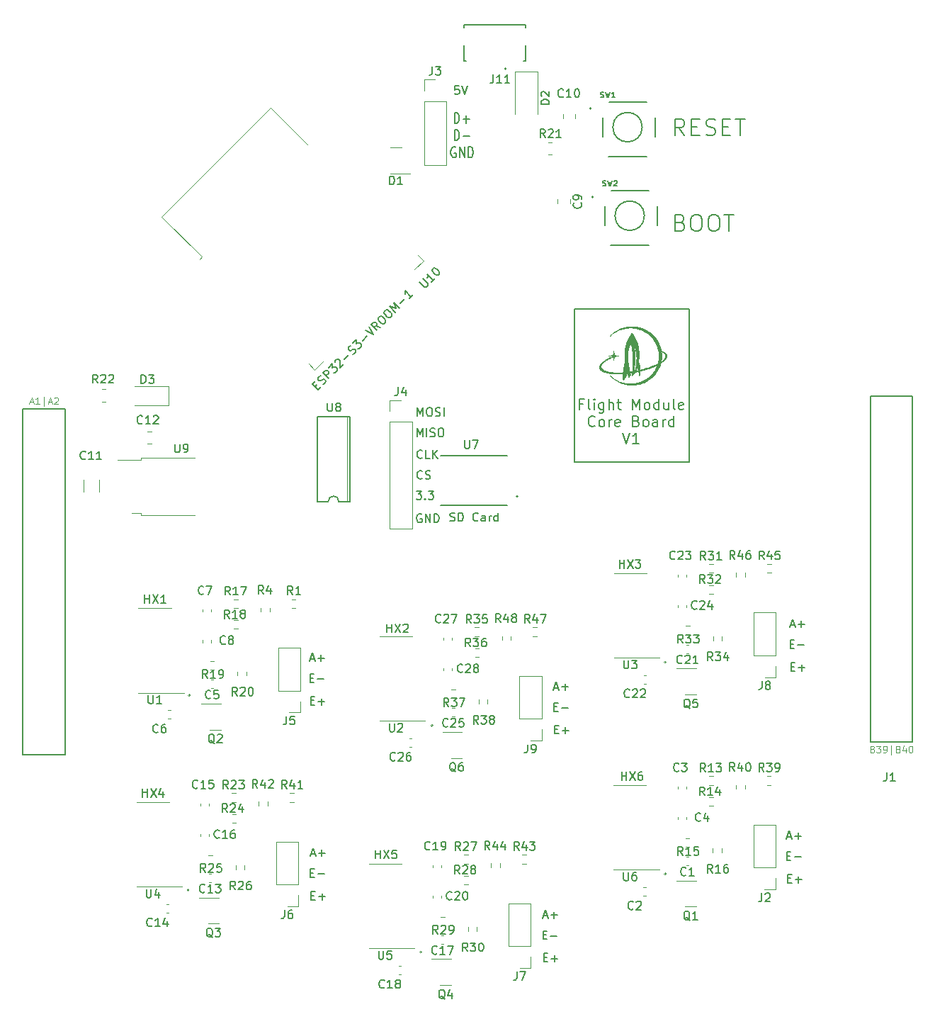
<source format=gbr>
%TF.GenerationSoftware,KiCad,Pcbnew,7.0.7*%
%TF.CreationDate,2024-03-26T11:25:22-07:00*%
%TF.ProjectId,Core-board,436f7265-2d62-46f6-9172-642e6b696361,rev?*%
%TF.SameCoordinates,Original*%
%TF.FileFunction,Legend,Top*%
%TF.FilePolarity,Positive*%
%FSLAX46Y46*%
G04 Gerber Fmt 4.6, Leading zero omitted, Abs format (unit mm)*
G04 Created by KiCad (PCBNEW 7.0.7) date 2024-03-26 11:25:22*
%MOMM*%
%LPD*%
G01*
G04 APERTURE LIST*
%ADD10C,0.150000*%
%ADD11C,0.084375*%
%ADD12C,0.127000*%
%ADD13C,0.200000*%
%ADD14C,0.120000*%
%ADD15C,0.010000*%
%ADD16C,0.152400*%
%ADD17C,0.050800*%
G04 APERTURE END LIST*
D10*
X128719048Y-38035026D02*
X128719048Y-36765026D01*
X128719048Y-36765026D02*
X128957143Y-36765026D01*
X128957143Y-36765026D02*
X129100000Y-36825502D01*
X129100000Y-36825502D02*
X129195238Y-36946454D01*
X129195238Y-36946454D02*
X129242857Y-37067407D01*
X129242857Y-37067407D02*
X129290476Y-37309311D01*
X129290476Y-37309311D02*
X129290476Y-37490740D01*
X129290476Y-37490740D02*
X129242857Y-37732645D01*
X129242857Y-37732645D02*
X129195238Y-37853597D01*
X129195238Y-37853597D02*
X129100000Y-37974550D01*
X129100000Y-37974550D02*
X128957143Y-38035026D01*
X128957143Y-38035026D02*
X128719048Y-38035026D01*
X129719048Y-37551216D02*
X130480953Y-37551216D01*
X130100000Y-38035026D02*
X130100000Y-37067407D01*
X128719048Y-40079726D02*
X128719048Y-38809726D01*
X128719048Y-38809726D02*
X128957143Y-38809726D01*
X128957143Y-38809726D02*
X129100000Y-38870202D01*
X129100000Y-38870202D02*
X129195238Y-38991154D01*
X129195238Y-38991154D02*
X129242857Y-39112107D01*
X129242857Y-39112107D02*
X129290476Y-39354011D01*
X129290476Y-39354011D02*
X129290476Y-39535440D01*
X129290476Y-39535440D02*
X129242857Y-39777345D01*
X129242857Y-39777345D02*
X129195238Y-39898297D01*
X129195238Y-39898297D02*
X129100000Y-40019250D01*
X129100000Y-40019250D02*
X128957143Y-40079726D01*
X128957143Y-40079726D02*
X128719048Y-40079726D01*
X129719048Y-39595916D02*
X130480953Y-39595916D01*
X128838095Y-40914902D02*
X128742857Y-40854426D01*
X128742857Y-40854426D02*
X128600000Y-40854426D01*
X128600000Y-40854426D02*
X128457143Y-40914902D01*
X128457143Y-40914902D02*
X128361905Y-41035854D01*
X128361905Y-41035854D02*
X128314286Y-41156807D01*
X128314286Y-41156807D02*
X128266667Y-41398711D01*
X128266667Y-41398711D02*
X128266667Y-41580140D01*
X128266667Y-41580140D02*
X128314286Y-41822045D01*
X128314286Y-41822045D02*
X128361905Y-41942997D01*
X128361905Y-41942997D02*
X128457143Y-42063950D01*
X128457143Y-42063950D02*
X128600000Y-42124426D01*
X128600000Y-42124426D02*
X128695238Y-42124426D01*
X128695238Y-42124426D02*
X128838095Y-42063950D01*
X128838095Y-42063950D02*
X128885714Y-42003473D01*
X128885714Y-42003473D02*
X128885714Y-41580140D01*
X128885714Y-41580140D02*
X128695238Y-41580140D01*
X129314286Y-42124426D02*
X129314286Y-40854426D01*
X129314286Y-40854426D02*
X129885714Y-42124426D01*
X129885714Y-42124426D02*
X129885714Y-40854426D01*
X130361905Y-42124426D02*
X130361905Y-40854426D01*
X130361905Y-40854426D02*
X130600000Y-40854426D01*
X130600000Y-40854426D02*
X130742857Y-40914902D01*
X130742857Y-40914902D02*
X130838095Y-41035854D01*
X130838095Y-41035854D02*
X130885714Y-41156807D01*
X130885714Y-41156807D02*
X130933333Y-41398711D01*
X130933333Y-41398711D02*
X130933333Y-41580140D01*
X130933333Y-41580140D02*
X130885714Y-41822045D01*
X130885714Y-41822045D02*
X130838095Y-41942997D01*
X130838095Y-41942997D02*
X130742857Y-42063950D01*
X130742857Y-42063950D02*
X130600000Y-42124426D01*
X130600000Y-42124426D02*
X130361905Y-42124426D01*
X129247969Y-33554819D02*
X128771779Y-33554819D01*
X128771779Y-33554819D02*
X128724160Y-34031009D01*
X128724160Y-34031009D02*
X128771779Y-33983390D01*
X128771779Y-33983390D02*
X128867017Y-33935771D01*
X128867017Y-33935771D02*
X129105112Y-33935771D01*
X129105112Y-33935771D02*
X129200350Y-33983390D01*
X129200350Y-33983390D02*
X129247969Y-34031009D01*
X129247969Y-34031009D02*
X129295588Y-34126247D01*
X129295588Y-34126247D02*
X129295588Y-34364342D01*
X129295588Y-34364342D02*
X129247969Y-34459580D01*
X129247969Y-34459580D02*
X129200350Y-34507200D01*
X129200350Y-34507200D02*
X129105112Y-34554819D01*
X129105112Y-34554819D02*
X128867017Y-34554819D01*
X128867017Y-34554819D02*
X128771779Y-34507200D01*
X128771779Y-34507200D02*
X128724160Y-34459580D01*
X129581303Y-33554819D02*
X129914636Y-34554819D01*
X129914636Y-34554819D02*
X130247969Y-33554819D01*
X143068200Y-60212000D02*
X156784200Y-60212000D01*
X156784200Y-78500000D01*
X143068200Y-78500000D01*
X143068200Y-60212000D01*
X140686779Y-110446009D02*
X141020112Y-110446009D01*
X141162969Y-110969819D02*
X140686779Y-110969819D01*
X140686779Y-110969819D02*
X140686779Y-109969819D01*
X140686779Y-109969819D02*
X141162969Y-109969819D01*
X141591541Y-110588866D02*
X142353446Y-110588866D01*
X141972493Y-110969819D02*
X141972493Y-110207914D01*
X128189160Y-85522200D02*
X128332017Y-85569819D01*
X128332017Y-85569819D02*
X128570112Y-85569819D01*
X128570112Y-85569819D02*
X128665350Y-85522200D01*
X128665350Y-85522200D02*
X128712969Y-85474580D01*
X128712969Y-85474580D02*
X128760588Y-85379342D01*
X128760588Y-85379342D02*
X128760588Y-85284104D01*
X128760588Y-85284104D02*
X128712969Y-85188866D01*
X128712969Y-85188866D02*
X128665350Y-85141247D01*
X128665350Y-85141247D02*
X128570112Y-85093628D01*
X128570112Y-85093628D02*
X128379636Y-85046009D01*
X128379636Y-85046009D02*
X128284398Y-84998390D01*
X128284398Y-84998390D02*
X128236779Y-84950771D01*
X128236779Y-84950771D02*
X128189160Y-84855533D01*
X128189160Y-84855533D02*
X128189160Y-84760295D01*
X128189160Y-84760295D02*
X128236779Y-84665057D01*
X128236779Y-84665057D02*
X128284398Y-84617438D01*
X128284398Y-84617438D02*
X128379636Y-84569819D01*
X128379636Y-84569819D02*
X128617731Y-84569819D01*
X128617731Y-84569819D02*
X128760588Y-84617438D01*
X129189160Y-85569819D02*
X129189160Y-84569819D01*
X129189160Y-84569819D02*
X129427255Y-84569819D01*
X129427255Y-84569819D02*
X129570112Y-84617438D01*
X129570112Y-84617438D02*
X129665350Y-84712676D01*
X129665350Y-84712676D02*
X129712969Y-84807914D01*
X129712969Y-84807914D02*
X129760588Y-84998390D01*
X129760588Y-84998390D02*
X129760588Y-85141247D01*
X129760588Y-85141247D02*
X129712969Y-85331723D01*
X129712969Y-85331723D02*
X129665350Y-85426961D01*
X129665350Y-85426961D02*
X129570112Y-85522200D01*
X129570112Y-85522200D02*
X129427255Y-85569819D01*
X129427255Y-85569819D02*
X129189160Y-85569819D01*
X131522493Y-85474580D02*
X131474874Y-85522200D01*
X131474874Y-85522200D02*
X131332017Y-85569819D01*
X131332017Y-85569819D02*
X131236779Y-85569819D01*
X131236779Y-85569819D02*
X131093922Y-85522200D01*
X131093922Y-85522200D02*
X130998684Y-85426961D01*
X130998684Y-85426961D02*
X130951065Y-85331723D01*
X130951065Y-85331723D02*
X130903446Y-85141247D01*
X130903446Y-85141247D02*
X130903446Y-84998390D01*
X130903446Y-84998390D02*
X130951065Y-84807914D01*
X130951065Y-84807914D02*
X130998684Y-84712676D01*
X130998684Y-84712676D02*
X131093922Y-84617438D01*
X131093922Y-84617438D02*
X131236779Y-84569819D01*
X131236779Y-84569819D02*
X131332017Y-84569819D01*
X131332017Y-84569819D02*
X131474874Y-84617438D01*
X131474874Y-84617438D02*
X131522493Y-84665057D01*
X132379636Y-85569819D02*
X132379636Y-85046009D01*
X132379636Y-85046009D02*
X132332017Y-84950771D01*
X132332017Y-84950771D02*
X132236779Y-84903152D01*
X132236779Y-84903152D02*
X132046303Y-84903152D01*
X132046303Y-84903152D02*
X131951065Y-84950771D01*
X132379636Y-85522200D02*
X132284398Y-85569819D01*
X132284398Y-85569819D02*
X132046303Y-85569819D01*
X132046303Y-85569819D02*
X131951065Y-85522200D01*
X131951065Y-85522200D02*
X131903446Y-85426961D01*
X131903446Y-85426961D02*
X131903446Y-85331723D01*
X131903446Y-85331723D02*
X131951065Y-85236485D01*
X131951065Y-85236485D02*
X132046303Y-85188866D01*
X132046303Y-85188866D02*
X132284398Y-85188866D01*
X132284398Y-85188866D02*
X132379636Y-85141247D01*
X132855827Y-85569819D02*
X132855827Y-84903152D01*
X132855827Y-85093628D02*
X132903446Y-84998390D01*
X132903446Y-84998390D02*
X132951065Y-84950771D01*
X132951065Y-84950771D02*
X133046303Y-84903152D01*
X133046303Y-84903152D02*
X133141541Y-84903152D01*
X133903446Y-85569819D02*
X133903446Y-84569819D01*
X133903446Y-85522200D02*
X133808208Y-85569819D01*
X133808208Y-85569819D02*
X133617732Y-85569819D01*
X133617732Y-85569819D02*
X133522494Y-85522200D01*
X133522494Y-85522200D02*
X133474875Y-85474580D01*
X133474875Y-85474580D02*
X133427256Y-85379342D01*
X133427256Y-85379342D02*
X133427256Y-85093628D01*
X133427256Y-85093628D02*
X133474875Y-84998390D01*
X133474875Y-84998390D02*
X133522494Y-84950771D01*
X133522494Y-84950771D02*
X133617732Y-84903152D01*
X133617732Y-84903152D02*
X133808208Y-84903152D01*
X133808208Y-84903152D02*
X133903446Y-84950771D01*
X112025697Y-69499420D02*
X112261400Y-69263717D01*
X112732804Y-69533091D02*
X112396087Y-69869809D01*
X112396087Y-69869809D02*
X111688980Y-69162702D01*
X111688980Y-69162702D02*
X112025697Y-68825984D01*
X112968506Y-69230045D02*
X113103193Y-69162702D01*
X113103193Y-69162702D02*
X113271552Y-68994343D01*
X113271552Y-68994343D02*
X113305224Y-68893328D01*
X113305224Y-68893328D02*
X113305224Y-68825984D01*
X113305224Y-68825984D02*
X113271552Y-68724969D01*
X113271552Y-68724969D02*
X113204209Y-68657626D01*
X113204209Y-68657626D02*
X113103193Y-68623954D01*
X113103193Y-68623954D02*
X113035850Y-68623954D01*
X113035850Y-68623954D02*
X112934835Y-68657626D01*
X112934835Y-68657626D02*
X112766476Y-68758641D01*
X112766476Y-68758641D02*
X112665461Y-68792313D01*
X112665461Y-68792313D02*
X112598117Y-68792313D01*
X112598117Y-68792313D02*
X112497102Y-68758641D01*
X112497102Y-68758641D02*
X112429758Y-68691297D01*
X112429758Y-68691297D02*
X112396087Y-68590282D01*
X112396087Y-68590282D02*
X112396087Y-68522939D01*
X112396087Y-68522939D02*
X112429758Y-68421923D01*
X112429758Y-68421923D02*
X112598117Y-68253565D01*
X112598117Y-68253565D02*
X112732804Y-68186221D01*
X113709285Y-68556610D02*
X113002178Y-67849504D01*
X113002178Y-67849504D02*
X113271552Y-67580130D01*
X113271552Y-67580130D02*
X113372567Y-67546458D01*
X113372567Y-67546458D02*
X113439911Y-67546458D01*
X113439911Y-67546458D02*
X113540926Y-67580130D01*
X113540926Y-67580130D02*
X113641941Y-67681145D01*
X113641941Y-67681145D02*
X113675613Y-67782160D01*
X113675613Y-67782160D02*
X113675613Y-67849504D01*
X113675613Y-67849504D02*
X113641941Y-67950519D01*
X113641941Y-67950519D02*
X113372567Y-68219893D01*
X113641941Y-67209740D02*
X114079674Y-66772008D01*
X114079674Y-66772008D02*
X114113346Y-67277084D01*
X114113346Y-67277084D02*
X114214361Y-67176069D01*
X114214361Y-67176069D02*
X114315376Y-67142397D01*
X114315376Y-67142397D02*
X114382720Y-67142397D01*
X114382720Y-67142397D02*
X114483735Y-67176069D01*
X114483735Y-67176069D02*
X114652094Y-67344427D01*
X114652094Y-67344427D02*
X114685766Y-67445443D01*
X114685766Y-67445443D02*
X114685766Y-67512786D01*
X114685766Y-67512786D02*
X114652094Y-67613801D01*
X114652094Y-67613801D02*
X114450063Y-67815832D01*
X114450063Y-67815832D02*
X114349048Y-67849504D01*
X114349048Y-67849504D02*
X114281705Y-67849504D01*
X114416392Y-66569977D02*
X114416392Y-66502633D01*
X114416392Y-66502633D02*
X114450064Y-66401618D01*
X114450064Y-66401618D02*
X114618422Y-66233259D01*
X114618422Y-66233259D02*
X114719438Y-66199588D01*
X114719438Y-66199588D02*
X114786781Y-66199588D01*
X114786781Y-66199588D02*
X114887796Y-66233259D01*
X114887796Y-66233259D02*
X114955140Y-66300603D01*
X114955140Y-66300603D02*
X115022483Y-66435290D01*
X115022483Y-66435290D02*
X115022483Y-67243412D01*
X115022483Y-67243412D02*
X115460216Y-66805679D01*
X115493888Y-66233259D02*
X116032636Y-65694511D01*
X116571384Y-65627168D02*
X116706071Y-65559825D01*
X116706071Y-65559825D02*
X116874429Y-65391466D01*
X116874429Y-65391466D02*
X116908101Y-65290451D01*
X116908101Y-65290451D02*
X116908101Y-65223107D01*
X116908101Y-65223107D02*
X116874429Y-65122092D01*
X116874429Y-65122092D02*
X116807086Y-65054748D01*
X116807086Y-65054748D02*
X116706071Y-65021077D01*
X116706071Y-65021077D02*
X116638727Y-65021077D01*
X116638727Y-65021077D02*
X116537712Y-65054748D01*
X116537712Y-65054748D02*
X116369353Y-65155764D01*
X116369353Y-65155764D02*
X116268338Y-65189435D01*
X116268338Y-65189435D02*
X116200994Y-65189435D01*
X116200994Y-65189435D02*
X116099979Y-65155764D01*
X116099979Y-65155764D02*
X116032636Y-65088420D01*
X116032636Y-65088420D02*
X115998964Y-64987405D01*
X115998964Y-64987405D02*
X115998964Y-64920061D01*
X115998964Y-64920061D02*
X116032636Y-64819046D01*
X116032636Y-64819046D02*
X116200994Y-64650687D01*
X116200994Y-64650687D02*
X116335681Y-64583344D01*
X116537712Y-64313970D02*
X116975445Y-63876237D01*
X116975445Y-63876237D02*
X117009117Y-64381313D01*
X117009117Y-64381313D02*
X117110132Y-64280298D01*
X117110132Y-64280298D02*
X117211147Y-64246626D01*
X117211147Y-64246626D02*
X117278491Y-64246626D01*
X117278491Y-64246626D02*
X117379506Y-64280298D01*
X117379506Y-64280298D02*
X117547865Y-64448657D01*
X117547865Y-64448657D02*
X117581536Y-64549672D01*
X117581536Y-64549672D02*
X117581536Y-64617016D01*
X117581536Y-64617016D02*
X117547865Y-64718031D01*
X117547865Y-64718031D02*
X117345834Y-64920061D01*
X117345834Y-64920061D02*
X117244819Y-64953733D01*
X117244819Y-64953733D02*
X117177475Y-64953733D01*
X117716223Y-64010924D02*
X118254971Y-63472176D01*
X118052941Y-62798741D02*
X118995750Y-63270146D01*
X118995750Y-63270146D02*
X118524345Y-62327337D01*
X119871215Y-62394680D02*
X119298796Y-62293665D01*
X119467154Y-62798741D02*
X118760048Y-62091634D01*
X118760048Y-62091634D02*
X119029422Y-61822260D01*
X119029422Y-61822260D02*
X119130437Y-61788588D01*
X119130437Y-61788588D02*
X119197780Y-61788588D01*
X119197780Y-61788588D02*
X119298796Y-61822260D01*
X119298796Y-61822260D02*
X119399811Y-61923275D01*
X119399811Y-61923275D02*
X119433483Y-62024291D01*
X119433483Y-62024291D02*
X119433483Y-62091634D01*
X119433483Y-62091634D02*
X119399811Y-62192649D01*
X119399811Y-62192649D02*
X119130437Y-62462023D01*
X119601841Y-61249840D02*
X119736528Y-61115153D01*
X119736528Y-61115153D02*
X119837544Y-61081482D01*
X119837544Y-61081482D02*
X119972231Y-61081482D01*
X119972231Y-61081482D02*
X120140589Y-61182497D01*
X120140589Y-61182497D02*
X120376292Y-61418199D01*
X120376292Y-61418199D02*
X120477307Y-61586558D01*
X120477307Y-61586558D02*
X120477307Y-61721245D01*
X120477307Y-61721245D02*
X120443635Y-61822260D01*
X120443635Y-61822260D02*
X120308948Y-61956947D01*
X120308948Y-61956947D02*
X120207933Y-61990619D01*
X120207933Y-61990619D02*
X120073246Y-61990619D01*
X120073246Y-61990619D02*
X119904887Y-61889604D01*
X119904887Y-61889604D02*
X119669185Y-61653901D01*
X119669185Y-61653901D02*
X119568170Y-61485543D01*
X119568170Y-61485543D02*
X119568170Y-61350856D01*
X119568170Y-61350856D02*
X119601841Y-61249840D01*
X120342620Y-60509062D02*
X120477307Y-60374375D01*
X120477307Y-60374375D02*
X120578322Y-60340703D01*
X120578322Y-60340703D02*
X120713009Y-60340703D01*
X120713009Y-60340703D02*
X120881368Y-60441718D01*
X120881368Y-60441718D02*
X121117070Y-60677421D01*
X121117070Y-60677421D02*
X121218085Y-60845779D01*
X121218085Y-60845779D02*
X121218085Y-60980466D01*
X121218085Y-60980466D02*
X121184414Y-61081482D01*
X121184414Y-61081482D02*
X121049727Y-61216169D01*
X121049727Y-61216169D02*
X120948711Y-61249840D01*
X120948711Y-61249840D02*
X120814024Y-61249840D01*
X120814024Y-61249840D02*
X120645666Y-61148825D01*
X120645666Y-61148825D02*
X120409963Y-60913123D01*
X120409963Y-60913123D02*
X120308948Y-60744764D01*
X120308948Y-60744764D02*
X120308948Y-60610077D01*
X120308948Y-60610077D02*
X120342620Y-60509062D01*
X121655818Y-60610077D02*
X120948711Y-59902970D01*
X120948711Y-59902970D02*
X121689490Y-60172344D01*
X121689490Y-60172344D02*
X121420116Y-59431566D01*
X121420116Y-59431566D02*
X122127223Y-60138673D01*
X122194566Y-59532581D02*
X122733314Y-58993833D01*
X123709795Y-58556101D02*
X123305734Y-58960162D01*
X123507764Y-58758131D02*
X122800657Y-58051024D01*
X122800657Y-58051024D02*
X122834329Y-58219383D01*
X122834329Y-58219383D02*
X122834329Y-58354070D01*
X122834329Y-58354070D02*
X122800657Y-58455085D01*
X140639160Y-105484104D02*
X141115350Y-105484104D01*
X140543922Y-105769819D02*
X140877255Y-104769819D01*
X140877255Y-104769819D02*
X141210588Y-105769819D01*
X141543922Y-105388866D02*
X142305827Y-105388866D01*
X141924874Y-105769819D02*
X141924874Y-105007914D01*
X168889160Y-97984104D02*
X169365350Y-97984104D01*
X168793922Y-98269819D02*
X169127255Y-97269819D01*
X169127255Y-97269819D02*
X169460588Y-98269819D01*
X169793922Y-97888866D02*
X170555827Y-97888866D01*
X170174874Y-98269819D02*
X170174874Y-97507914D01*
X168536779Y-128246009D02*
X168870112Y-128246009D01*
X169012969Y-128769819D02*
X168536779Y-128769819D01*
X168536779Y-128769819D02*
X168536779Y-127769819D01*
X168536779Y-127769819D02*
X169012969Y-127769819D01*
X169441541Y-128388866D02*
X170203446Y-128388866D01*
X169822493Y-128769819D02*
X169822493Y-128007914D01*
X168436779Y-125546009D02*
X168770112Y-125546009D01*
X168912969Y-126069819D02*
X168436779Y-126069819D01*
X168436779Y-126069819D02*
X168436779Y-125069819D01*
X168436779Y-125069819D02*
X168912969Y-125069819D01*
X169341541Y-125688866D02*
X170103446Y-125688866D01*
X139339160Y-132734104D02*
X139815350Y-132734104D01*
X139243922Y-133019819D02*
X139577255Y-132019819D01*
X139577255Y-132019819D02*
X139910588Y-133019819D01*
X140243922Y-132638866D02*
X141005827Y-132638866D01*
X140624874Y-133019819D02*
X140624874Y-132257914D01*
X124236779Y-75469819D02*
X124236779Y-74469819D01*
X124236779Y-74469819D02*
X124570112Y-75184104D01*
X124570112Y-75184104D02*
X124903445Y-74469819D01*
X124903445Y-74469819D02*
X124903445Y-75469819D01*
X125379636Y-75469819D02*
X125379636Y-74469819D01*
X125808207Y-75422200D02*
X125951064Y-75469819D01*
X125951064Y-75469819D02*
X126189159Y-75469819D01*
X126189159Y-75469819D02*
X126284397Y-75422200D01*
X126284397Y-75422200D02*
X126332016Y-75374580D01*
X126332016Y-75374580D02*
X126379635Y-75279342D01*
X126379635Y-75279342D02*
X126379635Y-75184104D01*
X126379635Y-75184104D02*
X126332016Y-75088866D01*
X126332016Y-75088866D02*
X126284397Y-75041247D01*
X126284397Y-75041247D02*
X126189159Y-74993628D01*
X126189159Y-74993628D02*
X125998683Y-74946009D01*
X125998683Y-74946009D02*
X125903445Y-74898390D01*
X125903445Y-74898390D02*
X125855826Y-74850771D01*
X125855826Y-74850771D02*
X125808207Y-74755533D01*
X125808207Y-74755533D02*
X125808207Y-74660295D01*
X125808207Y-74660295D02*
X125855826Y-74565057D01*
X125855826Y-74565057D02*
X125903445Y-74517438D01*
X125903445Y-74517438D02*
X125998683Y-74469819D01*
X125998683Y-74469819D02*
X126236778Y-74469819D01*
X126236778Y-74469819D02*
X126379635Y-74517438D01*
X126998683Y-74469819D02*
X127189159Y-74469819D01*
X127189159Y-74469819D02*
X127284397Y-74517438D01*
X127284397Y-74517438D02*
X127379635Y-74612676D01*
X127379635Y-74612676D02*
X127427254Y-74803152D01*
X127427254Y-74803152D02*
X127427254Y-75136485D01*
X127427254Y-75136485D02*
X127379635Y-75326961D01*
X127379635Y-75326961D02*
X127284397Y-75422200D01*
X127284397Y-75422200D02*
X127189159Y-75469819D01*
X127189159Y-75469819D02*
X126998683Y-75469819D01*
X126998683Y-75469819D02*
X126903445Y-75422200D01*
X126903445Y-75422200D02*
X126808207Y-75326961D01*
X126808207Y-75326961D02*
X126760588Y-75136485D01*
X126760588Y-75136485D02*
X126760588Y-74803152D01*
X126760588Y-74803152D02*
X126808207Y-74612676D01*
X126808207Y-74612676D02*
X126903445Y-74517438D01*
X126903445Y-74517438D02*
X126998683Y-74469819D01*
X139386779Y-137696009D02*
X139720112Y-137696009D01*
X139862969Y-138219819D02*
X139386779Y-138219819D01*
X139386779Y-138219819D02*
X139386779Y-137219819D01*
X139386779Y-137219819D02*
X139862969Y-137219819D01*
X140291541Y-137838866D02*
X141053446Y-137838866D01*
X140672493Y-138219819D02*
X140672493Y-137457914D01*
X139286779Y-134996009D02*
X139620112Y-134996009D01*
X139762969Y-135519819D02*
X139286779Y-135519819D01*
X139286779Y-135519819D02*
X139286779Y-134519819D01*
X139286779Y-134519819D02*
X139762969Y-134519819D01*
X140191541Y-135138866D02*
X140953446Y-135138866D01*
X168936779Y-102946009D02*
X169270112Y-102946009D01*
X169412969Y-103469819D02*
X168936779Y-103469819D01*
X168936779Y-103469819D02*
X168936779Y-102469819D01*
X168936779Y-102469819D02*
X169412969Y-102469819D01*
X169841541Y-103088866D02*
X170603446Y-103088866D01*
X170222493Y-103469819D02*
X170222493Y-102707914D01*
X120636779Y-98869819D02*
X120636779Y-97869819D01*
X120636779Y-98346009D02*
X121208207Y-98346009D01*
X121208207Y-98869819D02*
X121208207Y-97869819D01*
X121589160Y-97869819D02*
X122255826Y-98869819D01*
X122255826Y-97869819D02*
X121589160Y-98869819D01*
X122589160Y-97965057D02*
X122636779Y-97917438D01*
X122636779Y-97917438D02*
X122732017Y-97869819D01*
X122732017Y-97869819D02*
X122970112Y-97869819D01*
X122970112Y-97869819D02*
X123065350Y-97917438D01*
X123065350Y-97917438D02*
X123112969Y-97965057D01*
X123112969Y-97965057D02*
X123160588Y-98060295D01*
X123160588Y-98060295D02*
X123160588Y-98155533D01*
X123160588Y-98155533D02*
X123112969Y-98298390D01*
X123112969Y-98298390D02*
X122541541Y-98869819D01*
X122541541Y-98869819D02*
X123160588Y-98869819D01*
X124286779Y-73019819D02*
X124286779Y-72019819D01*
X124286779Y-72019819D02*
X124620112Y-72734104D01*
X124620112Y-72734104D02*
X124953445Y-72019819D01*
X124953445Y-72019819D02*
X124953445Y-73019819D01*
X125620112Y-72019819D02*
X125810588Y-72019819D01*
X125810588Y-72019819D02*
X125905826Y-72067438D01*
X125905826Y-72067438D02*
X126001064Y-72162676D01*
X126001064Y-72162676D02*
X126048683Y-72353152D01*
X126048683Y-72353152D02*
X126048683Y-72686485D01*
X126048683Y-72686485D02*
X126001064Y-72876961D01*
X126001064Y-72876961D02*
X125905826Y-72972200D01*
X125905826Y-72972200D02*
X125810588Y-73019819D01*
X125810588Y-73019819D02*
X125620112Y-73019819D01*
X125620112Y-73019819D02*
X125524874Y-72972200D01*
X125524874Y-72972200D02*
X125429636Y-72876961D01*
X125429636Y-72876961D02*
X125382017Y-72686485D01*
X125382017Y-72686485D02*
X125382017Y-72353152D01*
X125382017Y-72353152D02*
X125429636Y-72162676D01*
X125429636Y-72162676D02*
X125524874Y-72067438D01*
X125524874Y-72067438D02*
X125620112Y-72019819D01*
X126429636Y-72972200D02*
X126572493Y-73019819D01*
X126572493Y-73019819D02*
X126810588Y-73019819D01*
X126810588Y-73019819D02*
X126905826Y-72972200D01*
X126905826Y-72972200D02*
X126953445Y-72924580D01*
X126953445Y-72924580D02*
X127001064Y-72829342D01*
X127001064Y-72829342D02*
X127001064Y-72734104D01*
X127001064Y-72734104D02*
X126953445Y-72638866D01*
X126953445Y-72638866D02*
X126905826Y-72591247D01*
X126905826Y-72591247D02*
X126810588Y-72543628D01*
X126810588Y-72543628D02*
X126620112Y-72496009D01*
X126620112Y-72496009D02*
X126524874Y-72448390D01*
X126524874Y-72448390D02*
X126477255Y-72400771D01*
X126477255Y-72400771D02*
X126429636Y-72305533D01*
X126429636Y-72305533D02*
X126429636Y-72210295D01*
X126429636Y-72210295D02*
X126477255Y-72115057D01*
X126477255Y-72115057D02*
X126524874Y-72067438D01*
X126524874Y-72067438D02*
X126620112Y-72019819D01*
X126620112Y-72019819D02*
X126858207Y-72019819D01*
X126858207Y-72019819D02*
X127001064Y-72067438D01*
X127429636Y-73019819D02*
X127429636Y-72019819D01*
X148436779Y-91169819D02*
X148436779Y-90169819D01*
X148436779Y-90646009D02*
X149008207Y-90646009D01*
X149008207Y-91169819D02*
X149008207Y-90169819D01*
X149389160Y-90169819D02*
X150055826Y-91169819D01*
X150055826Y-90169819D02*
X149389160Y-91169819D01*
X150341541Y-90169819D02*
X150960588Y-90169819D01*
X150960588Y-90169819D02*
X150627255Y-90550771D01*
X150627255Y-90550771D02*
X150770112Y-90550771D01*
X150770112Y-90550771D02*
X150865350Y-90598390D01*
X150865350Y-90598390D02*
X150912969Y-90646009D01*
X150912969Y-90646009D02*
X150960588Y-90741247D01*
X150960588Y-90741247D02*
X150960588Y-90979342D01*
X150960588Y-90979342D02*
X150912969Y-91074580D01*
X150912969Y-91074580D02*
X150865350Y-91122200D01*
X150865350Y-91122200D02*
X150770112Y-91169819D01*
X150770112Y-91169819D02*
X150484398Y-91169819D01*
X150484398Y-91169819D02*
X150389160Y-91122200D01*
X150389160Y-91122200D02*
X150341541Y-91074580D01*
X91436779Y-118519819D02*
X91436779Y-117519819D01*
X91436779Y-117996009D02*
X92008207Y-117996009D01*
X92008207Y-118519819D02*
X92008207Y-117519819D01*
X92389160Y-117519819D02*
X93055826Y-118519819D01*
X93055826Y-117519819D02*
X92389160Y-118519819D01*
X93865350Y-117853152D02*
X93865350Y-118519819D01*
X93627255Y-117472200D02*
X93389160Y-118186485D01*
X93389160Y-118186485D02*
X94008207Y-118186485D01*
X111586779Y-130296009D02*
X111920112Y-130296009D01*
X112062969Y-130819819D02*
X111586779Y-130819819D01*
X111586779Y-130819819D02*
X111586779Y-129819819D01*
X111586779Y-129819819D02*
X112062969Y-129819819D01*
X112491541Y-130438866D02*
X113253446Y-130438866D01*
X112872493Y-130819819D02*
X112872493Y-130057914D01*
X144074523Y-71569188D02*
X143651189Y-71569188D01*
X143651189Y-72234426D02*
X143651189Y-70964426D01*
X143651189Y-70964426D02*
X144255951Y-70964426D01*
X144921189Y-72234426D02*
X144800237Y-72173950D01*
X144800237Y-72173950D02*
X144739760Y-72052997D01*
X144739760Y-72052997D02*
X144739760Y-70964426D01*
X145404998Y-72234426D02*
X145404998Y-71387759D01*
X145404998Y-70964426D02*
X145344522Y-71024902D01*
X145344522Y-71024902D02*
X145404998Y-71085378D01*
X145404998Y-71085378D02*
X145465475Y-71024902D01*
X145465475Y-71024902D02*
X145404998Y-70964426D01*
X145404998Y-70964426D02*
X145404998Y-71085378D01*
X146554046Y-71387759D02*
X146554046Y-72415854D01*
X146554046Y-72415854D02*
X146493570Y-72536807D01*
X146493570Y-72536807D02*
X146433094Y-72597283D01*
X146433094Y-72597283D02*
X146312141Y-72657759D01*
X146312141Y-72657759D02*
X146130713Y-72657759D01*
X146130713Y-72657759D02*
X146009760Y-72597283D01*
X146554046Y-72173950D02*
X146433094Y-72234426D01*
X146433094Y-72234426D02*
X146191189Y-72234426D01*
X146191189Y-72234426D02*
X146070237Y-72173950D01*
X146070237Y-72173950D02*
X146009760Y-72113473D01*
X146009760Y-72113473D02*
X145949284Y-71992521D01*
X145949284Y-71992521D02*
X145949284Y-71629664D01*
X145949284Y-71629664D02*
X146009760Y-71508711D01*
X146009760Y-71508711D02*
X146070237Y-71448235D01*
X146070237Y-71448235D02*
X146191189Y-71387759D01*
X146191189Y-71387759D02*
X146433094Y-71387759D01*
X146433094Y-71387759D02*
X146554046Y-71448235D01*
X147158808Y-72234426D02*
X147158808Y-70964426D01*
X147703094Y-72234426D02*
X147703094Y-71569188D01*
X147703094Y-71569188D02*
X147642618Y-71448235D01*
X147642618Y-71448235D02*
X147521666Y-71387759D01*
X147521666Y-71387759D02*
X147340237Y-71387759D01*
X147340237Y-71387759D02*
X147219285Y-71448235D01*
X147219285Y-71448235D02*
X147158808Y-71508711D01*
X148126428Y-71387759D02*
X148610237Y-71387759D01*
X148307856Y-70964426D02*
X148307856Y-72052997D01*
X148307856Y-72052997D02*
X148368333Y-72173950D01*
X148368333Y-72173950D02*
X148489285Y-72234426D01*
X148489285Y-72234426D02*
X148610237Y-72234426D01*
X150001189Y-72234426D02*
X150001189Y-70964426D01*
X150001189Y-70964426D02*
X150424523Y-71871569D01*
X150424523Y-71871569D02*
X150847856Y-70964426D01*
X150847856Y-70964426D02*
X150847856Y-72234426D01*
X151634047Y-72234426D02*
X151513095Y-72173950D01*
X151513095Y-72173950D02*
X151452618Y-72113473D01*
X151452618Y-72113473D02*
X151392142Y-71992521D01*
X151392142Y-71992521D02*
X151392142Y-71629664D01*
X151392142Y-71629664D02*
X151452618Y-71508711D01*
X151452618Y-71508711D02*
X151513095Y-71448235D01*
X151513095Y-71448235D02*
X151634047Y-71387759D01*
X151634047Y-71387759D02*
X151815476Y-71387759D01*
X151815476Y-71387759D02*
X151936428Y-71448235D01*
X151936428Y-71448235D02*
X151996904Y-71508711D01*
X151996904Y-71508711D02*
X152057380Y-71629664D01*
X152057380Y-71629664D02*
X152057380Y-71992521D01*
X152057380Y-71992521D02*
X151996904Y-72113473D01*
X151996904Y-72113473D02*
X151936428Y-72173950D01*
X151936428Y-72173950D02*
X151815476Y-72234426D01*
X151815476Y-72234426D02*
X151634047Y-72234426D01*
X153145952Y-72234426D02*
X153145952Y-70964426D01*
X153145952Y-72173950D02*
X153025000Y-72234426D01*
X153025000Y-72234426D02*
X152783095Y-72234426D01*
X152783095Y-72234426D02*
X152662143Y-72173950D01*
X152662143Y-72173950D02*
X152601666Y-72113473D01*
X152601666Y-72113473D02*
X152541190Y-71992521D01*
X152541190Y-71992521D02*
X152541190Y-71629664D01*
X152541190Y-71629664D02*
X152601666Y-71508711D01*
X152601666Y-71508711D02*
X152662143Y-71448235D01*
X152662143Y-71448235D02*
X152783095Y-71387759D01*
X152783095Y-71387759D02*
X153025000Y-71387759D01*
X153025000Y-71387759D02*
X153145952Y-71448235D01*
X154295000Y-71387759D02*
X154295000Y-72234426D01*
X153750714Y-71387759D02*
X153750714Y-72052997D01*
X153750714Y-72052997D02*
X153811191Y-72173950D01*
X153811191Y-72173950D02*
X153932143Y-72234426D01*
X153932143Y-72234426D02*
X154113572Y-72234426D01*
X154113572Y-72234426D02*
X154234524Y-72173950D01*
X154234524Y-72173950D02*
X154295000Y-72113473D01*
X155081191Y-72234426D02*
X154960239Y-72173950D01*
X154960239Y-72173950D02*
X154899762Y-72052997D01*
X154899762Y-72052997D02*
X154899762Y-70964426D01*
X156048810Y-72173950D02*
X155927858Y-72234426D01*
X155927858Y-72234426D02*
X155685953Y-72234426D01*
X155685953Y-72234426D02*
X155565000Y-72173950D01*
X155565000Y-72173950D02*
X155504524Y-72052997D01*
X155504524Y-72052997D02*
X155504524Y-71569188D01*
X155504524Y-71569188D02*
X155565000Y-71448235D01*
X155565000Y-71448235D02*
X155685953Y-71387759D01*
X155685953Y-71387759D02*
X155927858Y-71387759D01*
X155927858Y-71387759D02*
X156048810Y-71448235D01*
X156048810Y-71448235D02*
X156109286Y-71569188D01*
X156109286Y-71569188D02*
X156109286Y-71690140D01*
X156109286Y-71690140D02*
X155504524Y-71811092D01*
X145495714Y-74158173D02*
X145435238Y-74218650D01*
X145435238Y-74218650D02*
X145253809Y-74279126D01*
X145253809Y-74279126D02*
X145132857Y-74279126D01*
X145132857Y-74279126D02*
X144951428Y-74218650D01*
X144951428Y-74218650D02*
X144830476Y-74097697D01*
X144830476Y-74097697D02*
X144769999Y-73976745D01*
X144769999Y-73976745D02*
X144709523Y-73734840D01*
X144709523Y-73734840D02*
X144709523Y-73553411D01*
X144709523Y-73553411D02*
X144769999Y-73311507D01*
X144769999Y-73311507D02*
X144830476Y-73190554D01*
X144830476Y-73190554D02*
X144951428Y-73069602D01*
X144951428Y-73069602D02*
X145132857Y-73009126D01*
X145132857Y-73009126D02*
X145253809Y-73009126D01*
X145253809Y-73009126D02*
X145435238Y-73069602D01*
X145435238Y-73069602D02*
X145495714Y-73130078D01*
X146221428Y-74279126D02*
X146100476Y-74218650D01*
X146100476Y-74218650D02*
X146039999Y-74158173D01*
X146039999Y-74158173D02*
X145979523Y-74037221D01*
X145979523Y-74037221D02*
X145979523Y-73674364D01*
X145979523Y-73674364D02*
X146039999Y-73553411D01*
X146039999Y-73553411D02*
X146100476Y-73492935D01*
X146100476Y-73492935D02*
X146221428Y-73432459D01*
X146221428Y-73432459D02*
X146402857Y-73432459D01*
X146402857Y-73432459D02*
X146523809Y-73492935D01*
X146523809Y-73492935D02*
X146584285Y-73553411D01*
X146584285Y-73553411D02*
X146644761Y-73674364D01*
X146644761Y-73674364D02*
X146644761Y-74037221D01*
X146644761Y-74037221D02*
X146584285Y-74158173D01*
X146584285Y-74158173D02*
X146523809Y-74218650D01*
X146523809Y-74218650D02*
X146402857Y-74279126D01*
X146402857Y-74279126D02*
X146221428Y-74279126D01*
X147189047Y-74279126D02*
X147189047Y-73432459D01*
X147189047Y-73674364D02*
X147249524Y-73553411D01*
X147249524Y-73553411D02*
X147310000Y-73492935D01*
X147310000Y-73492935D02*
X147430952Y-73432459D01*
X147430952Y-73432459D02*
X147551905Y-73432459D01*
X148459047Y-74218650D02*
X148338095Y-74279126D01*
X148338095Y-74279126D02*
X148096190Y-74279126D01*
X148096190Y-74279126D02*
X147975237Y-74218650D01*
X147975237Y-74218650D02*
X147914761Y-74097697D01*
X147914761Y-74097697D02*
X147914761Y-73613888D01*
X147914761Y-73613888D02*
X147975237Y-73492935D01*
X147975237Y-73492935D02*
X148096190Y-73432459D01*
X148096190Y-73432459D02*
X148338095Y-73432459D01*
X148338095Y-73432459D02*
X148459047Y-73492935D01*
X148459047Y-73492935D02*
X148519523Y-73613888D01*
X148519523Y-73613888D02*
X148519523Y-73734840D01*
X148519523Y-73734840D02*
X147914761Y-73855792D01*
X150454761Y-73613888D02*
X150636189Y-73674364D01*
X150636189Y-73674364D02*
X150696666Y-73734840D01*
X150696666Y-73734840D02*
X150757142Y-73855792D01*
X150757142Y-73855792D02*
X150757142Y-74037221D01*
X150757142Y-74037221D02*
X150696666Y-74158173D01*
X150696666Y-74158173D02*
X150636189Y-74218650D01*
X150636189Y-74218650D02*
X150515237Y-74279126D01*
X150515237Y-74279126D02*
X150031427Y-74279126D01*
X150031427Y-74279126D02*
X150031427Y-73009126D01*
X150031427Y-73009126D02*
X150454761Y-73009126D01*
X150454761Y-73009126D02*
X150575713Y-73069602D01*
X150575713Y-73069602D02*
X150636189Y-73130078D01*
X150636189Y-73130078D02*
X150696666Y-73251030D01*
X150696666Y-73251030D02*
X150696666Y-73371983D01*
X150696666Y-73371983D02*
X150636189Y-73492935D01*
X150636189Y-73492935D02*
X150575713Y-73553411D01*
X150575713Y-73553411D02*
X150454761Y-73613888D01*
X150454761Y-73613888D02*
X150031427Y-73613888D01*
X151482856Y-74279126D02*
X151361904Y-74218650D01*
X151361904Y-74218650D02*
X151301427Y-74158173D01*
X151301427Y-74158173D02*
X151240951Y-74037221D01*
X151240951Y-74037221D02*
X151240951Y-73674364D01*
X151240951Y-73674364D02*
X151301427Y-73553411D01*
X151301427Y-73553411D02*
X151361904Y-73492935D01*
X151361904Y-73492935D02*
X151482856Y-73432459D01*
X151482856Y-73432459D02*
X151664285Y-73432459D01*
X151664285Y-73432459D02*
X151785237Y-73492935D01*
X151785237Y-73492935D02*
X151845713Y-73553411D01*
X151845713Y-73553411D02*
X151906189Y-73674364D01*
X151906189Y-73674364D02*
X151906189Y-74037221D01*
X151906189Y-74037221D02*
X151845713Y-74158173D01*
X151845713Y-74158173D02*
X151785237Y-74218650D01*
X151785237Y-74218650D02*
X151664285Y-74279126D01*
X151664285Y-74279126D02*
X151482856Y-74279126D01*
X152994761Y-74279126D02*
X152994761Y-73613888D01*
X152994761Y-73613888D02*
X152934285Y-73492935D01*
X152934285Y-73492935D02*
X152813333Y-73432459D01*
X152813333Y-73432459D02*
X152571428Y-73432459D01*
X152571428Y-73432459D02*
X152450475Y-73492935D01*
X152994761Y-74218650D02*
X152873809Y-74279126D01*
X152873809Y-74279126D02*
X152571428Y-74279126D01*
X152571428Y-74279126D02*
X152450475Y-74218650D01*
X152450475Y-74218650D02*
X152389999Y-74097697D01*
X152389999Y-74097697D02*
X152389999Y-73976745D01*
X152389999Y-73976745D02*
X152450475Y-73855792D01*
X152450475Y-73855792D02*
X152571428Y-73795316D01*
X152571428Y-73795316D02*
X152873809Y-73795316D01*
X152873809Y-73795316D02*
X152994761Y-73734840D01*
X153599523Y-74279126D02*
X153599523Y-73432459D01*
X153599523Y-73674364D02*
X153660000Y-73553411D01*
X153660000Y-73553411D02*
X153720476Y-73492935D01*
X153720476Y-73492935D02*
X153841428Y-73432459D01*
X153841428Y-73432459D02*
X153962381Y-73432459D01*
X154929999Y-74279126D02*
X154929999Y-73009126D01*
X154929999Y-74218650D02*
X154809047Y-74279126D01*
X154809047Y-74279126D02*
X154567142Y-74279126D01*
X154567142Y-74279126D02*
X154446190Y-74218650D01*
X154446190Y-74218650D02*
X154385713Y-74158173D01*
X154385713Y-74158173D02*
X154325237Y-74037221D01*
X154325237Y-74037221D02*
X154325237Y-73674364D01*
X154325237Y-73674364D02*
X154385713Y-73553411D01*
X154385713Y-73553411D02*
X154446190Y-73492935D01*
X154446190Y-73492935D02*
X154567142Y-73432459D01*
X154567142Y-73432459D02*
X154809047Y-73432459D01*
X154809047Y-73432459D02*
X154929999Y-73492935D01*
X148821905Y-75053826D02*
X149245238Y-76323826D01*
X149245238Y-76323826D02*
X149668572Y-75053826D01*
X150757143Y-76323826D02*
X150031428Y-76323826D01*
X150394285Y-76323826D02*
X150394285Y-75053826D01*
X150394285Y-75053826D02*
X150273333Y-75235254D01*
X150273333Y-75235254D02*
X150152381Y-75356207D01*
X150152381Y-75356207D02*
X150031428Y-75416683D01*
X156187731Y-39512438D02*
X155521064Y-38560057D01*
X155044874Y-39512438D02*
X155044874Y-37512438D01*
X155044874Y-37512438D02*
X155806779Y-37512438D01*
X155806779Y-37512438D02*
X155997255Y-37607676D01*
X155997255Y-37607676D02*
X156092493Y-37702914D01*
X156092493Y-37702914D02*
X156187731Y-37893390D01*
X156187731Y-37893390D02*
X156187731Y-38179104D01*
X156187731Y-38179104D02*
X156092493Y-38369580D01*
X156092493Y-38369580D02*
X155997255Y-38464819D01*
X155997255Y-38464819D02*
X155806779Y-38560057D01*
X155806779Y-38560057D02*
X155044874Y-38560057D01*
X157044874Y-38464819D02*
X157711541Y-38464819D01*
X157997255Y-39512438D02*
X157044874Y-39512438D01*
X157044874Y-39512438D02*
X157044874Y-37512438D01*
X157044874Y-37512438D02*
X157997255Y-37512438D01*
X158759160Y-39417200D02*
X159044874Y-39512438D01*
X159044874Y-39512438D02*
X159521065Y-39512438D01*
X159521065Y-39512438D02*
X159711541Y-39417200D01*
X159711541Y-39417200D02*
X159806779Y-39321961D01*
X159806779Y-39321961D02*
X159902017Y-39131485D01*
X159902017Y-39131485D02*
X159902017Y-38941009D01*
X159902017Y-38941009D02*
X159806779Y-38750533D01*
X159806779Y-38750533D02*
X159711541Y-38655295D01*
X159711541Y-38655295D02*
X159521065Y-38560057D01*
X159521065Y-38560057D02*
X159140112Y-38464819D01*
X159140112Y-38464819D02*
X158949636Y-38369580D01*
X158949636Y-38369580D02*
X158854398Y-38274342D01*
X158854398Y-38274342D02*
X158759160Y-38083866D01*
X158759160Y-38083866D02*
X158759160Y-37893390D01*
X158759160Y-37893390D02*
X158854398Y-37702914D01*
X158854398Y-37702914D02*
X158949636Y-37607676D01*
X158949636Y-37607676D02*
X159140112Y-37512438D01*
X159140112Y-37512438D02*
X159616303Y-37512438D01*
X159616303Y-37512438D02*
X159902017Y-37607676D01*
X160759160Y-38464819D02*
X161425827Y-38464819D01*
X161711541Y-39512438D02*
X160759160Y-39512438D01*
X160759160Y-39512438D02*
X160759160Y-37512438D01*
X160759160Y-37512438D02*
X161711541Y-37512438D01*
X162282970Y-37512438D02*
X163425827Y-37512438D01*
X162854398Y-39512438D02*
X162854398Y-37512438D01*
X111536779Y-106996009D02*
X111870112Y-106996009D01*
X112012969Y-107519819D02*
X111536779Y-107519819D01*
X111536779Y-107519819D02*
X111536779Y-106519819D01*
X111536779Y-106519819D02*
X112012969Y-106519819D01*
X112441541Y-107138866D02*
X113203446Y-107138866D01*
X112822493Y-107519819D02*
X112822493Y-106757914D01*
X124858207Y-80424580D02*
X124810588Y-80472200D01*
X124810588Y-80472200D02*
X124667731Y-80519819D01*
X124667731Y-80519819D02*
X124572493Y-80519819D01*
X124572493Y-80519819D02*
X124429636Y-80472200D01*
X124429636Y-80472200D02*
X124334398Y-80376961D01*
X124334398Y-80376961D02*
X124286779Y-80281723D01*
X124286779Y-80281723D02*
X124239160Y-80091247D01*
X124239160Y-80091247D02*
X124239160Y-79948390D01*
X124239160Y-79948390D02*
X124286779Y-79757914D01*
X124286779Y-79757914D02*
X124334398Y-79662676D01*
X124334398Y-79662676D02*
X124429636Y-79567438D01*
X124429636Y-79567438D02*
X124572493Y-79519819D01*
X124572493Y-79519819D02*
X124667731Y-79519819D01*
X124667731Y-79519819D02*
X124810588Y-79567438D01*
X124810588Y-79567438D02*
X124858207Y-79615057D01*
X125239160Y-80472200D02*
X125382017Y-80519819D01*
X125382017Y-80519819D02*
X125620112Y-80519819D01*
X125620112Y-80519819D02*
X125715350Y-80472200D01*
X125715350Y-80472200D02*
X125762969Y-80424580D01*
X125762969Y-80424580D02*
X125810588Y-80329342D01*
X125810588Y-80329342D02*
X125810588Y-80234104D01*
X125810588Y-80234104D02*
X125762969Y-80138866D01*
X125762969Y-80138866D02*
X125715350Y-80091247D01*
X125715350Y-80091247D02*
X125620112Y-80043628D01*
X125620112Y-80043628D02*
X125429636Y-79996009D01*
X125429636Y-79996009D02*
X125334398Y-79948390D01*
X125334398Y-79948390D02*
X125286779Y-79900771D01*
X125286779Y-79900771D02*
X125239160Y-79805533D01*
X125239160Y-79805533D02*
X125239160Y-79710295D01*
X125239160Y-79710295D02*
X125286779Y-79615057D01*
X125286779Y-79615057D02*
X125334398Y-79567438D01*
X125334398Y-79567438D02*
X125429636Y-79519819D01*
X125429636Y-79519819D02*
X125667731Y-79519819D01*
X125667731Y-79519819D02*
X125810588Y-79567438D01*
X124858207Y-77974580D02*
X124810588Y-78022200D01*
X124810588Y-78022200D02*
X124667731Y-78069819D01*
X124667731Y-78069819D02*
X124572493Y-78069819D01*
X124572493Y-78069819D02*
X124429636Y-78022200D01*
X124429636Y-78022200D02*
X124334398Y-77926961D01*
X124334398Y-77926961D02*
X124286779Y-77831723D01*
X124286779Y-77831723D02*
X124239160Y-77641247D01*
X124239160Y-77641247D02*
X124239160Y-77498390D01*
X124239160Y-77498390D02*
X124286779Y-77307914D01*
X124286779Y-77307914D02*
X124334398Y-77212676D01*
X124334398Y-77212676D02*
X124429636Y-77117438D01*
X124429636Y-77117438D02*
X124572493Y-77069819D01*
X124572493Y-77069819D02*
X124667731Y-77069819D01*
X124667731Y-77069819D02*
X124810588Y-77117438D01*
X124810588Y-77117438D02*
X124858207Y-77165057D01*
X125762969Y-78069819D02*
X125286779Y-78069819D01*
X125286779Y-78069819D02*
X125286779Y-77069819D01*
X126096303Y-78069819D02*
X126096303Y-77069819D01*
X126667731Y-78069819D02*
X126239160Y-77498390D01*
X126667731Y-77069819D02*
X126096303Y-77641247D01*
X168489160Y-123284104D02*
X168965350Y-123284104D01*
X168393922Y-123569819D02*
X168727255Y-122569819D01*
X168727255Y-122569819D02*
X169060588Y-123569819D01*
X169393922Y-123188866D02*
X170155827Y-123188866D01*
X169774874Y-123569819D02*
X169774874Y-122807914D01*
X124760588Y-84767438D02*
X124665350Y-84719819D01*
X124665350Y-84719819D02*
X124522493Y-84719819D01*
X124522493Y-84719819D02*
X124379636Y-84767438D01*
X124379636Y-84767438D02*
X124284398Y-84862676D01*
X124284398Y-84862676D02*
X124236779Y-84957914D01*
X124236779Y-84957914D02*
X124189160Y-85148390D01*
X124189160Y-85148390D02*
X124189160Y-85291247D01*
X124189160Y-85291247D02*
X124236779Y-85481723D01*
X124236779Y-85481723D02*
X124284398Y-85576961D01*
X124284398Y-85576961D02*
X124379636Y-85672200D01*
X124379636Y-85672200D02*
X124522493Y-85719819D01*
X124522493Y-85719819D02*
X124617731Y-85719819D01*
X124617731Y-85719819D02*
X124760588Y-85672200D01*
X124760588Y-85672200D02*
X124808207Y-85624580D01*
X124808207Y-85624580D02*
X124808207Y-85291247D01*
X124808207Y-85291247D02*
X124617731Y-85291247D01*
X125236779Y-85719819D02*
X125236779Y-84719819D01*
X125236779Y-84719819D02*
X125808207Y-85719819D01*
X125808207Y-85719819D02*
X125808207Y-84719819D01*
X126284398Y-85719819D02*
X126284398Y-84719819D01*
X126284398Y-84719819D02*
X126522493Y-84719819D01*
X126522493Y-84719819D02*
X126665350Y-84767438D01*
X126665350Y-84767438D02*
X126760588Y-84862676D01*
X126760588Y-84862676D02*
X126808207Y-84957914D01*
X126808207Y-84957914D02*
X126855826Y-85148390D01*
X126855826Y-85148390D02*
X126855826Y-85291247D01*
X126855826Y-85291247D02*
X126808207Y-85481723D01*
X126808207Y-85481723D02*
X126760588Y-85576961D01*
X126760588Y-85576961D02*
X126665350Y-85672200D01*
X126665350Y-85672200D02*
X126522493Y-85719819D01*
X126522493Y-85719819D02*
X126284398Y-85719819D01*
X111436779Y-104296009D02*
X111770112Y-104296009D01*
X111912969Y-104819819D02*
X111436779Y-104819819D01*
X111436779Y-104819819D02*
X111436779Y-103819819D01*
X111436779Y-103819819D02*
X111912969Y-103819819D01*
X112341541Y-104438866D02*
X113103446Y-104438866D01*
X91686779Y-95369819D02*
X91686779Y-94369819D01*
X91686779Y-94846009D02*
X92258207Y-94846009D01*
X92258207Y-95369819D02*
X92258207Y-94369819D01*
X92639160Y-94369819D02*
X93305826Y-95369819D01*
X93305826Y-94369819D02*
X92639160Y-95369819D01*
X94210588Y-95369819D02*
X93639160Y-95369819D01*
X93924874Y-95369819D02*
X93924874Y-94369819D01*
X93924874Y-94369819D02*
X93829636Y-94512676D01*
X93829636Y-94512676D02*
X93734398Y-94607914D01*
X93734398Y-94607914D02*
X93639160Y-94655533D01*
X111489160Y-102034104D02*
X111965350Y-102034104D01*
X111393922Y-102319819D02*
X111727255Y-101319819D01*
X111727255Y-101319819D02*
X112060588Y-102319819D01*
X112393922Y-101938866D02*
X113155827Y-101938866D01*
X112774874Y-102319819D02*
X112774874Y-101557914D01*
X155711541Y-49894819D02*
X155997255Y-49990057D01*
X155997255Y-49990057D02*
X156092493Y-50085295D01*
X156092493Y-50085295D02*
X156187731Y-50275771D01*
X156187731Y-50275771D02*
X156187731Y-50561485D01*
X156187731Y-50561485D02*
X156092493Y-50751961D01*
X156092493Y-50751961D02*
X155997255Y-50847200D01*
X155997255Y-50847200D02*
X155806779Y-50942438D01*
X155806779Y-50942438D02*
X155044874Y-50942438D01*
X155044874Y-50942438D02*
X155044874Y-48942438D01*
X155044874Y-48942438D02*
X155711541Y-48942438D01*
X155711541Y-48942438D02*
X155902017Y-49037676D01*
X155902017Y-49037676D02*
X155997255Y-49132914D01*
X155997255Y-49132914D02*
X156092493Y-49323390D01*
X156092493Y-49323390D02*
X156092493Y-49513866D01*
X156092493Y-49513866D02*
X155997255Y-49704342D01*
X155997255Y-49704342D02*
X155902017Y-49799580D01*
X155902017Y-49799580D02*
X155711541Y-49894819D01*
X155711541Y-49894819D02*
X155044874Y-49894819D01*
X157425826Y-48942438D02*
X157806779Y-48942438D01*
X157806779Y-48942438D02*
X157997255Y-49037676D01*
X157997255Y-49037676D02*
X158187731Y-49228152D01*
X158187731Y-49228152D02*
X158282969Y-49609104D01*
X158282969Y-49609104D02*
X158282969Y-50275771D01*
X158282969Y-50275771D02*
X158187731Y-50656723D01*
X158187731Y-50656723D02*
X157997255Y-50847200D01*
X157997255Y-50847200D02*
X157806779Y-50942438D01*
X157806779Y-50942438D02*
X157425826Y-50942438D01*
X157425826Y-50942438D02*
X157235350Y-50847200D01*
X157235350Y-50847200D02*
X157044874Y-50656723D01*
X157044874Y-50656723D02*
X156949636Y-50275771D01*
X156949636Y-50275771D02*
X156949636Y-49609104D01*
X156949636Y-49609104D02*
X157044874Y-49228152D01*
X157044874Y-49228152D02*
X157235350Y-49037676D01*
X157235350Y-49037676D02*
X157425826Y-48942438D01*
X159521064Y-48942438D02*
X159902017Y-48942438D01*
X159902017Y-48942438D02*
X160092493Y-49037676D01*
X160092493Y-49037676D02*
X160282969Y-49228152D01*
X160282969Y-49228152D02*
X160378207Y-49609104D01*
X160378207Y-49609104D02*
X160378207Y-50275771D01*
X160378207Y-50275771D02*
X160282969Y-50656723D01*
X160282969Y-50656723D02*
X160092493Y-50847200D01*
X160092493Y-50847200D02*
X159902017Y-50942438D01*
X159902017Y-50942438D02*
X159521064Y-50942438D01*
X159521064Y-50942438D02*
X159330588Y-50847200D01*
X159330588Y-50847200D02*
X159140112Y-50656723D01*
X159140112Y-50656723D02*
X159044874Y-50275771D01*
X159044874Y-50275771D02*
X159044874Y-49609104D01*
X159044874Y-49609104D02*
X159140112Y-49228152D01*
X159140112Y-49228152D02*
X159330588Y-49037676D01*
X159330588Y-49037676D02*
X159521064Y-48942438D01*
X160949636Y-48942438D02*
X162092493Y-48942438D01*
X161521064Y-50942438D02*
X161521064Y-48942438D01*
X148686779Y-116519819D02*
X148686779Y-115519819D01*
X148686779Y-115996009D02*
X149258207Y-115996009D01*
X149258207Y-116519819D02*
X149258207Y-115519819D01*
X149639160Y-115519819D02*
X150305826Y-116519819D01*
X150305826Y-115519819D02*
X149639160Y-116519819D01*
X151115350Y-115519819D02*
X150924874Y-115519819D01*
X150924874Y-115519819D02*
X150829636Y-115567438D01*
X150829636Y-115567438D02*
X150782017Y-115615057D01*
X150782017Y-115615057D02*
X150686779Y-115757914D01*
X150686779Y-115757914D02*
X150639160Y-115948390D01*
X150639160Y-115948390D02*
X150639160Y-116329342D01*
X150639160Y-116329342D02*
X150686779Y-116424580D01*
X150686779Y-116424580D02*
X150734398Y-116472200D01*
X150734398Y-116472200D02*
X150829636Y-116519819D01*
X150829636Y-116519819D02*
X151020112Y-116519819D01*
X151020112Y-116519819D02*
X151115350Y-116472200D01*
X151115350Y-116472200D02*
X151162969Y-116424580D01*
X151162969Y-116424580D02*
X151210588Y-116329342D01*
X151210588Y-116329342D02*
X151210588Y-116091247D01*
X151210588Y-116091247D02*
X151162969Y-115996009D01*
X151162969Y-115996009D02*
X151115350Y-115948390D01*
X151115350Y-115948390D02*
X151020112Y-115900771D01*
X151020112Y-115900771D02*
X150829636Y-115900771D01*
X150829636Y-115900771D02*
X150734398Y-115948390D01*
X150734398Y-115948390D02*
X150686779Y-115996009D01*
X150686779Y-115996009D02*
X150639160Y-116091247D01*
X168836779Y-100246009D02*
X169170112Y-100246009D01*
X169312969Y-100769819D02*
X168836779Y-100769819D01*
X168836779Y-100769819D02*
X168836779Y-99769819D01*
X168836779Y-99769819D02*
X169312969Y-99769819D01*
X169741541Y-100388866D02*
X170503446Y-100388866D01*
X140586779Y-107746009D02*
X140920112Y-107746009D01*
X141062969Y-108269819D02*
X140586779Y-108269819D01*
X140586779Y-108269819D02*
X140586779Y-107269819D01*
X140586779Y-107269819D02*
X141062969Y-107269819D01*
X141491541Y-107888866D02*
X142253446Y-107888866D01*
X111486779Y-127596009D02*
X111820112Y-127596009D01*
X111962969Y-128119819D02*
X111486779Y-128119819D01*
X111486779Y-128119819D02*
X111486779Y-127119819D01*
X111486779Y-127119819D02*
X111962969Y-127119819D01*
X112391541Y-127738866D02*
X113153446Y-127738866D01*
X119286779Y-125869819D02*
X119286779Y-124869819D01*
X119286779Y-125346009D02*
X119858207Y-125346009D01*
X119858207Y-125869819D02*
X119858207Y-124869819D01*
X120239160Y-124869819D02*
X120905826Y-125869819D01*
X120905826Y-124869819D02*
X120239160Y-125869819D01*
X121762969Y-124869819D02*
X121286779Y-124869819D01*
X121286779Y-124869819D02*
X121239160Y-125346009D01*
X121239160Y-125346009D02*
X121286779Y-125298390D01*
X121286779Y-125298390D02*
X121382017Y-125250771D01*
X121382017Y-125250771D02*
X121620112Y-125250771D01*
X121620112Y-125250771D02*
X121715350Y-125298390D01*
X121715350Y-125298390D02*
X121762969Y-125346009D01*
X121762969Y-125346009D02*
X121810588Y-125441247D01*
X121810588Y-125441247D02*
X121810588Y-125679342D01*
X121810588Y-125679342D02*
X121762969Y-125774580D01*
X121762969Y-125774580D02*
X121715350Y-125822200D01*
X121715350Y-125822200D02*
X121620112Y-125869819D01*
X121620112Y-125869819D02*
X121382017Y-125869819D01*
X121382017Y-125869819D02*
X121286779Y-125822200D01*
X121286779Y-125822200D02*
X121239160Y-125774580D01*
X124141541Y-81969819D02*
X124760588Y-81969819D01*
X124760588Y-81969819D02*
X124427255Y-82350771D01*
X124427255Y-82350771D02*
X124570112Y-82350771D01*
X124570112Y-82350771D02*
X124665350Y-82398390D01*
X124665350Y-82398390D02*
X124712969Y-82446009D01*
X124712969Y-82446009D02*
X124760588Y-82541247D01*
X124760588Y-82541247D02*
X124760588Y-82779342D01*
X124760588Y-82779342D02*
X124712969Y-82874580D01*
X124712969Y-82874580D02*
X124665350Y-82922200D01*
X124665350Y-82922200D02*
X124570112Y-82969819D01*
X124570112Y-82969819D02*
X124284398Y-82969819D01*
X124284398Y-82969819D02*
X124189160Y-82922200D01*
X124189160Y-82922200D02*
X124141541Y-82874580D01*
X125189160Y-82874580D02*
X125236779Y-82922200D01*
X125236779Y-82922200D02*
X125189160Y-82969819D01*
X125189160Y-82969819D02*
X125141541Y-82922200D01*
X125141541Y-82922200D02*
X125189160Y-82874580D01*
X125189160Y-82874580D02*
X125189160Y-82969819D01*
X125570112Y-81969819D02*
X126189159Y-81969819D01*
X126189159Y-81969819D02*
X125855826Y-82350771D01*
X125855826Y-82350771D02*
X125998683Y-82350771D01*
X125998683Y-82350771D02*
X126093921Y-82398390D01*
X126093921Y-82398390D02*
X126141540Y-82446009D01*
X126141540Y-82446009D02*
X126189159Y-82541247D01*
X126189159Y-82541247D02*
X126189159Y-82779342D01*
X126189159Y-82779342D02*
X126141540Y-82874580D01*
X126141540Y-82874580D02*
X126093921Y-82922200D01*
X126093921Y-82922200D02*
X125998683Y-82969819D01*
X125998683Y-82969819D02*
X125712969Y-82969819D01*
X125712969Y-82969819D02*
X125617731Y-82922200D01*
X125617731Y-82922200D02*
X125570112Y-82874580D01*
X111539160Y-125334104D02*
X112015350Y-125334104D01*
X111443922Y-125619819D02*
X111777255Y-124619819D01*
X111777255Y-124619819D02*
X112110588Y-125619819D01*
X112443922Y-125238866D02*
X113205827Y-125238866D01*
X112824874Y-125619819D02*
X112824874Y-124857914D01*
X146446443Y-45489519D02*
X146536535Y-45519549D01*
X146536535Y-45519549D02*
X146686688Y-45519549D01*
X146686688Y-45519549D02*
X146746749Y-45489519D01*
X146746749Y-45489519D02*
X146776780Y-45459488D01*
X146776780Y-45459488D02*
X146806810Y-45399427D01*
X146806810Y-45399427D02*
X146806810Y-45339365D01*
X146806810Y-45339365D02*
X146776780Y-45279304D01*
X146776780Y-45279304D02*
X146746749Y-45249274D01*
X146746749Y-45249274D02*
X146686688Y-45219243D01*
X146686688Y-45219243D02*
X146566565Y-45189212D01*
X146566565Y-45189212D02*
X146506504Y-45159182D01*
X146506504Y-45159182D02*
X146476474Y-45129151D01*
X146476474Y-45129151D02*
X146446443Y-45069090D01*
X146446443Y-45069090D02*
X146446443Y-45009029D01*
X146446443Y-45009029D02*
X146476474Y-44948967D01*
X146476474Y-44948967D02*
X146506504Y-44918937D01*
X146506504Y-44918937D02*
X146566565Y-44888906D01*
X146566565Y-44888906D02*
X146716719Y-44888906D01*
X146716719Y-44888906D02*
X146806810Y-44918937D01*
X147017024Y-44888906D02*
X147167177Y-45519549D01*
X147167177Y-45519549D02*
X147287300Y-45069090D01*
X147287300Y-45069090D02*
X147407422Y-45519549D01*
X147407422Y-45519549D02*
X147557576Y-44888906D01*
X147767790Y-44948967D02*
X147797821Y-44918937D01*
X147797821Y-44918937D02*
X147857882Y-44888906D01*
X147857882Y-44888906D02*
X148008035Y-44888906D01*
X148008035Y-44888906D02*
X148068096Y-44918937D01*
X148068096Y-44918937D02*
X148098127Y-44948967D01*
X148098127Y-44948967D02*
X148128157Y-45009029D01*
X148128157Y-45009029D02*
X148128157Y-45069090D01*
X148128157Y-45069090D02*
X148098127Y-45159182D01*
X148098127Y-45159182D02*
X147737759Y-45519549D01*
X147737759Y-45519549D02*
X148128157Y-45519549D01*
X146186443Y-34904519D02*
X146276535Y-34934549D01*
X146276535Y-34934549D02*
X146426688Y-34934549D01*
X146426688Y-34934549D02*
X146486749Y-34904519D01*
X146486749Y-34904519D02*
X146516780Y-34874488D01*
X146516780Y-34874488D02*
X146546810Y-34814427D01*
X146546810Y-34814427D02*
X146546810Y-34754365D01*
X146546810Y-34754365D02*
X146516780Y-34694304D01*
X146516780Y-34694304D02*
X146486749Y-34664274D01*
X146486749Y-34664274D02*
X146426688Y-34634243D01*
X146426688Y-34634243D02*
X146306565Y-34604212D01*
X146306565Y-34604212D02*
X146246504Y-34574182D01*
X146246504Y-34574182D02*
X146216474Y-34544151D01*
X146216474Y-34544151D02*
X146186443Y-34484090D01*
X146186443Y-34484090D02*
X146186443Y-34424029D01*
X146186443Y-34424029D02*
X146216474Y-34363967D01*
X146216474Y-34363967D02*
X146246504Y-34333937D01*
X146246504Y-34333937D02*
X146306565Y-34303906D01*
X146306565Y-34303906D02*
X146456719Y-34303906D01*
X146456719Y-34303906D02*
X146546810Y-34333937D01*
X146757024Y-34303906D02*
X146907177Y-34934549D01*
X146907177Y-34934549D02*
X147027300Y-34484090D01*
X147027300Y-34484090D02*
X147147422Y-34934549D01*
X147147422Y-34934549D02*
X147297576Y-34303906D01*
X147868157Y-34934549D02*
X147507790Y-34934549D01*
X147687974Y-34934549D02*
X147687974Y-34303906D01*
X147687974Y-34303906D02*
X147627912Y-34393998D01*
X147627912Y-34393998D02*
X147567851Y-34454059D01*
X147567851Y-34454059D02*
X147507790Y-34484090D01*
X133340476Y-32234819D02*
X133340476Y-32949104D01*
X133340476Y-32949104D02*
X133292857Y-33091961D01*
X133292857Y-33091961D02*
X133197619Y-33187200D01*
X133197619Y-33187200D02*
X133054762Y-33234819D01*
X133054762Y-33234819D02*
X132959524Y-33234819D01*
X134340476Y-33234819D02*
X133769048Y-33234819D01*
X134054762Y-33234819D02*
X134054762Y-32234819D01*
X134054762Y-32234819D02*
X133959524Y-32377676D01*
X133959524Y-32377676D02*
X133864286Y-32472914D01*
X133864286Y-32472914D02*
X133769048Y-32520533D01*
X135292857Y-33234819D02*
X134721429Y-33234819D01*
X135007143Y-33234819D02*
X135007143Y-32234819D01*
X135007143Y-32234819D02*
X134911905Y-32377676D01*
X134911905Y-32377676D02*
X134816667Y-32472914D01*
X134816667Y-32472914D02*
X134721429Y-32520533D01*
X140029819Y-35763094D02*
X139029819Y-35763094D01*
X139029819Y-35763094D02*
X139029819Y-35524999D01*
X139029819Y-35524999D02*
X139077438Y-35382142D01*
X139077438Y-35382142D02*
X139172676Y-35286904D01*
X139172676Y-35286904D02*
X139267914Y-35239285D01*
X139267914Y-35239285D02*
X139458390Y-35191666D01*
X139458390Y-35191666D02*
X139601247Y-35191666D01*
X139601247Y-35191666D02*
X139791723Y-35239285D01*
X139791723Y-35239285D02*
X139886961Y-35286904D01*
X139886961Y-35286904D02*
X139982200Y-35382142D01*
X139982200Y-35382142D02*
X140029819Y-35524999D01*
X140029819Y-35524999D02*
X140029819Y-35763094D01*
X139125057Y-34810713D02*
X139077438Y-34763094D01*
X139077438Y-34763094D02*
X139029819Y-34667856D01*
X139029819Y-34667856D02*
X139029819Y-34429761D01*
X139029819Y-34429761D02*
X139077438Y-34334523D01*
X139077438Y-34334523D02*
X139125057Y-34286904D01*
X139125057Y-34286904D02*
X139220295Y-34239285D01*
X139220295Y-34239285D02*
X139315533Y-34239285D01*
X139315533Y-34239285D02*
X139458390Y-34286904D01*
X139458390Y-34286904D02*
X140029819Y-34858332D01*
X140029819Y-34858332D02*
X140029819Y-34239285D01*
X132922142Y-124814819D02*
X132588809Y-124338628D01*
X132350714Y-124814819D02*
X132350714Y-123814819D01*
X132350714Y-123814819D02*
X132731666Y-123814819D01*
X132731666Y-123814819D02*
X132826904Y-123862438D01*
X132826904Y-123862438D02*
X132874523Y-123910057D01*
X132874523Y-123910057D02*
X132922142Y-124005295D01*
X132922142Y-124005295D02*
X132922142Y-124148152D01*
X132922142Y-124148152D02*
X132874523Y-124243390D01*
X132874523Y-124243390D02*
X132826904Y-124291009D01*
X132826904Y-124291009D02*
X132731666Y-124338628D01*
X132731666Y-124338628D02*
X132350714Y-124338628D01*
X133779285Y-124148152D02*
X133779285Y-124814819D01*
X133541190Y-123767200D02*
X133303095Y-124481485D01*
X133303095Y-124481485D02*
X133922142Y-124481485D01*
X134731666Y-124148152D02*
X134731666Y-124814819D01*
X134493571Y-123767200D02*
X134255476Y-124481485D01*
X134255476Y-124481485D02*
X134874523Y-124481485D01*
X137714642Y-97704819D02*
X137381309Y-97228628D01*
X137143214Y-97704819D02*
X137143214Y-96704819D01*
X137143214Y-96704819D02*
X137524166Y-96704819D01*
X137524166Y-96704819D02*
X137619404Y-96752438D01*
X137619404Y-96752438D02*
X137667023Y-96800057D01*
X137667023Y-96800057D02*
X137714642Y-96895295D01*
X137714642Y-96895295D02*
X137714642Y-97038152D01*
X137714642Y-97038152D02*
X137667023Y-97133390D01*
X137667023Y-97133390D02*
X137619404Y-97181009D01*
X137619404Y-97181009D02*
X137524166Y-97228628D01*
X137524166Y-97228628D02*
X137143214Y-97228628D01*
X138571785Y-97038152D02*
X138571785Y-97704819D01*
X138333690Y-96657200D02*
X138095595Y-97371485D01*
X138095595Y-97371485D02*
X138714642Y-97371485D01*
X139000357Y-96704819D02*
X139667023Y-96704819D01*
X139667023Y-96704819D02*
X139238452Y-97704819D01*
X125772142Y-124764580D02*
X125724523Y-124812200D01*
X125724523Y-124812200D02*
X125581666Y-124859819D01*
X125581666Y-124859819D02*
X125486428Y-124859819D01*
X125486428Y-124859819D02*
X125343571Y-124812200D01*
X125343571Y-124812200D02*
X125248333Y-124716961D01*
X125248333Y-124716961D02*
X125200714Y-124621723D01*
X125200714Y-124621723D02*
X125153095Y-124431247D01*
X125153095Y-124431247D02*
X125153095Y-124288390D01*
X125153095Y-124288390D02*
X125200714Y-124097914D01*
X125200714Y-124097914D02*
X125248333Y-124002676D01*
X125248333Y-124002676D02*
X125343571Y-123907438D01*
X125343571Y-123907438D02*
X125486428Y-123859819D01*
X125486428Y-123859819D02*
X125581666Y-123859819D01*
X125581666Y-123859819D02*
X125724523Y-123907438D01*
X125724523Y-123907438D02*
X125772142Y-123955057D01*
X126724523Y-124859819D02*
X126153095Y-124859819D01*
X126438809Y-124859819D02*
X126438809Y-123859819D01*
X126438809Y-123859819D02*
X126343571Y-124002676D01*
X126343571Y-124002676D02*
X126248333Y-124097914D01*
X126248333Y-124097914D02*
X126153095Y-124145533D01*
X127200714Y-124859819D02*
X127391190Y-124859819D01*
X127391190Y-124859819D02*
X127486428Y-124812200D01*
X127486428Y-124812200D02*
X127534047Y-124764580D01*
X127534047Y-124764580D02*
X127629285Y-124621723D01*
X127629285Y-124621723D02*
X127676904Y-124431247D01*
X127676904Y-124431247D02*
X127676904Y-124050295D01*
X127676904Y-124050295D02*
X127629285Y-123955057D01*
X127629285Y-123955057D02*
X127581666Y-123907438D01*
X127581666Y-123907438D02*
X127486428Y-123859819D01*
X127486428Y-123859819D02*
X127295952Y-123859819D01*
X127295952Y-123859819D02*
X127200714Y-123907438D01*
X127200714Y-123907438D02*
X127153095Y-123955057D01*
X127153095Y-123955057D02*
X127105476Y-124050295D01*
X127105476Y-124050295D02*
X127105476Y-124288390D01*
X127105476Y-124288390D02*
X127153095Y-124383628D01*
X127153095Y-124383628D02*
X127200714Y-124431247D01*
X127200714Y-124431247D02*
X127295952Y-124478866D01*
X127295952Y-124478866D02*
X127486428Y-124478866D01*
X127486428Y-124478866D02*
X127581666Y-124431247D01*
X127581666Y-124431247D02*
X127629285Y-124383628D01*
X127629285Y-124383628D02*
X127676904Y-124288390D01*
X156864761Y-107935057D02*
X156769523Y-107887438D01*
X156769523Y-107887438D02*
X156674285Y-107792200D01*
X156674285Y-107792200D02*
X156531428Y-107649342D01*
X156531428Y-107649342D02*
X156436190Y-107601723D01*
X156436190Y-107601723D02*
X156340952Y-107601723D01*
X156388571Y-107839819D02*
X156293333Y-107792200D01*
X156293333Y-107792200D02*
X156198095Y-107696961D01*
X156198095Y-107696961D02*
X156150476Y-107506485D01*
X156150476Y-107506485D02*
X156150476Y-107173152D01*
X156150476Y-107173152D02*
X156198095Y-106982676D01*
X156198095Y-106982676D02*
X156293333Y-106887438D01*
X156293333Y-106887438D02*
X156388571Y-106839819D01*
X156388571Y-106839819D02*
X156579047Y-106839819D01*
X156579047Y-106839819D02*
X156674285Y-106887438D01*
X156674285Y-106887438D02*
X156769523Y-106982676D01*
X156769523Y-106982676D02*
X156817142Y-107173152D01*
X156817142Y-107173152D02*
X156817142Y-107506485D01*
X156817142Y-107506485D02*
X156769523Y-107696961D01*
X156769523Y-107696961D02*
X156674285Y-107792200D01*
X156674285Y-107792200D02*
X156579047Y-107839819D01*
X156579047Y-107839819D02*
X156388571Y-107839819D01*
X157721904Y-106839819D02*
X157245714Y-106839819D01*
X157245714Y-106839819D02*
X157198095Y-107316009D01*
X157198095Y-107316009D02*
X157245714Y-107268390D01*
X157245714Y-107268390D02*
X157340952Y-107220771D01*
X157340952Y-107220771D02*
X157579047Y-107220771D01*
X157579047Y-107220771D02*
X157674285Y-107268390D01*
X157674285Y-107268390D02*
X157721904Y-107316009D01*
X157721904Y-107316009D02*
X157769523Y-107411247D01*
X157769523Y-107411247D02*
X157769523Y-107649342D01*
X157769523Y-107649342D02*
X157721904Y-107744580D01*
X157721904Y-107744580D02*
X157674285Y-107792200D01*
X157674285Y-107792200D02*
X157579047Y-107839819D01*
X157579047Y-107839819D02*
X157340952Y-107839819D01*
X157340952Y-107839819D02*
X157245714Y-107792200D01*
X157245714Y-107792200D02*
X157198095Y-107744580D01*
X131564642Y-109799819D02*
X131231309Y-109323628D01*
X130993214Y-109799819D02*
X130993214Y-108799819D01*
X130993214Y-108799819D02*
X131374166Y-108799819D01*
X131374166Y-108799819D02*
X131469404Y-108847438D01*
X131469404Y-108847438D02*
X131517023Y-108895057D01*
X131517023Y-108895057D02*
X131564642Y-108990295D01*
X131564642Y-108990295D02*
X131564642Y-109133152D01*
X131564642Y-109133152D02*
X131517023Y-109228390D01*
X131517023Y-109228390D02*
X131469404Y-109276009D01*
X131469404Y-109276009D02*
X131374166Y-109323628D01*
X131374166Y-109323628D02*
X130993214Y-109323628D01*
X131897976Y-108799819D02*
X132517023Y-108799819D01*
X132517023Y-108799819D02*
X132183690Y-109180771D01*
X132183690Y-109180771D02*
X132326547Y-109180771D01*
X132326547Y-109180771D02*
X132421785Y-109228390D01*
X132421785Y-109228390D02*
X132469404Y-109276009D01*
X132469404Y-109276009D02*
X132517023Y-109371247D01*
X132517023Y-109371247D02*
X132517023Y-109609342D01*
X132517023Y-109609342D02*
X132469404Y-109704580D01*
X132469404Y-109704580D02*
X132421785Y-109752200D01*
X132421785Y-109752200D02*
X132326547Y-109799819D01*
X132326547Y-109799819D02*
X132040833Y-109799819D01*
X132040833Y-109799819D02*
X131945595Y-109752200D01*
X131945595Y-109752200D02*
X131897976Y-109704580D01*
X133088452Y-109228390D02*
X132993214Y-109180771D01*
X132993214Y-109180771D02*
X132945595Y-109133152D01*
X132945595Y-109133152D02*
X132897976Y-109037914D01*
X132897976Y-109037914D02*
X132897976Y-108990295D01*
X132897976Y-108990295D02*
X132945595Y-108895057D01*
X132945595Y-108895057D02*
X132993214Y-108847438D01*
X132993214Y-108847438D02*
X133088452Y-108799819D01*
X133088452Y-108799819D02*
X133278928Y-108799819D01*
X133278928Y-108799819D02*
X133374166Y-108847438D01*
X133374166Y-108847438D02*
X133421785Y-108895057D01*
X133421785Y-108895057D02*
X133469404Y-108990295D01*
X133469404Y-108990295D02*
X133469404Y-109037914D01*
X133469404Y-109037914D02*
X133421785Y-109133152D01*
X133421785Y-109133152D02*
X133374166Y-109180771D01*
X133374166Y-109180771D02*
X133278928Y-109228390D01*
X133278928Y-109228390D02*
X133088452Y-109228390D01*
X133088452Y-109228390D02*
X132993214Y-109276009D01*
X132993214Y-109276009D02*
X132945595Y-109323628D01*
X132945595Y-109323628D02*
X132897976Y-109418866D01*
X132897976Y-109418866D02*
X132897976Y-109609342D01*
X132897976Y-109609342D02*
X132945595Y-109704580D01*
X132945595Y-109704580D02*
X132993214Y-109752200D01*
X132993214Y-109752200D02*
X133088452Y-109799819D01*
X133088452Y-109799819D02*
X133278928Y-109799819D01*
X133278928Y-109799819D02*
X133374166Y-109752200D01*
X133374166Y-109752200D02*
X133421785Y-109704580D01*
X133421785Y-109704580D02*
X133469404Y-109609342D01*
X133469404Y-109609342D02*
X133469404Y-109418866D01*
X133469404Y-109418866D02*
X133421785Y-109323628D01*
X133421785Y-109323628D02*
X133374166Y-109276009D01*
X133374166Y-109276009D02*
X133278928Y-109228390D01*
X128372142Y-130719580D02*
X128324523Y-130767200D01*
X128324523Y-130767200D02*
X128181666Y-130814819D01*
X128181666Y-130814819D02*
X128086428Y-130814819D01*
X128086428Y-130814819D02*
X127943571Y-130767200D01*
X127943571Y-130767200D02*
X127848333Y-130671961D01*
X127848333Y-130671961D02*
X127800714Y-130576723D01*
X127800714Y-130576723D02*
X127753095Y-130386247D01*
X127753095Y-130386247D02*
X127753095Y-130243390D01*
X127753095Y-130243390D02*
X127800714Y-130052914D01*
X127800714Y-130052914D02*
X127848333Y-129957676D01*
X127848333Y-129957676D02*
X127943571Y-129862438D01*
X127943571Y-129862438D02*
X128086428Y-129814819D01*
X128086428Y-129814819D02*
X128181666Y-129814819D01*
X128181666Y-129814819D02*
X128324523Y-129862438D01*
X128324523Y-129862438D02*
X128372142Y-129910057D01*
X128753095Y-129910057D02*
X128800714Y-129862438D01*
X128800714Y-129862438D02*
X128895952Y-129814819D01*
X128895952Y-129814819D02*
X129134047Y-129814819D01*
X129134047Y-129814819D02*
X129229285Y-129862438D01*
X129229285Y-129862438D02*
X129276904Y-129910057D01*
X129276904Y-129910057D02*
X129324523Y-130005295D01*
X129324523Y-130005295D02*
X129324523Y-130100533D01*
X129324523Y-130100533D02*
X129276904Y-130243390D01*
X129276904Y-130243390D02*
X128705476Y-130814819D01*
X128705476Y-130814819D02*
X129324523Y-130814819D01*
X129943571Y-129814819D02*
X130038809Y-129814819D01*
X130038809Y-129814819D02*
X130134047Y-129862438D01*
X130134047Y-129862438D02*
X130181666Y-129910057D01*
X130181666Y-129910057D02*
X130229285Y-130005295D01*
X130229285Y-130005295D02*
X130276904Y-130195771D01*
X130276904Y-130195771D02*
X130276904Y-130433866D01*
X130276904Y-130433866D02*
X130229285Y-130624342D01*
X130229285Y-130624342D02*
X130181666Y-130719580D01*
X130181666Y-130719580D02*
X130134047Y-130767200D01*
X130134047Y-130767200D02*
X130038809Y-130814819D01*
X130038809Y-130814819D02*
X129943571Y-130814819D01*
X129943571Y-130814819D02*
X129848333Y-130767200D01*
X129848333Y-130767200D02*
X129800714Y-130719580D01*
X129800714Y-130719580D02*
X129753095Y-130624342D01*
X129753095Y-130624342D02*
X129705476Y-130433866D01*
X129705476Y-130433866D02*
X129705476Y-130195771D01*
X129705476Y-130195771D02*
X129753095Y-130005295D01*
X129753095Y-130005295D02*
X129800714Y-129910057D01*
X129800714Y-129910057D02*
X129848333Y-129862438D01*
X129848333Y-129862438D02*
X129943571Y-129814819D01*
X156844761Y-133275057D02*
X156749523Y-133227438D01*
X156749523Y-133227438D02*
X156654285Y-133132200D01*
X156654285Y-133132200D02*
X156511428Y-132989342D01*
X156511428Y-132989342D02*
X156416190Y-132941723D01*
X156416190Y-132941723D02*
X156320952Y-132941723D01*
X156368571Y-133179819D02*
X156273333Y-133132200D01*
X156273333Y-133132200D02*
X156178095Y-133036961D01*
X156178095Y-133036961D02*
X156130476Y-132846485D01*
X156130476Y-132846485D02*
X156130476Y-132513152D01*
X156130476Y-132513152D02*
X156178095Y-132322676D01*
X156178095Y-132322676D02*
X156273333Y-132227438D01*
X156273333Y-132227438D02*
X156368571Y-132179819D01*
X156368571Y-132179819D02*
X156559047Y-132179819D01*
X156559047Y-132179819D02*
X156654285Y-132227438D01*
X156654285Y-132227438D02*
X156749523Y-132322676D01*
X156749523Y-132322676D02*
X156797142Y-132513152D01*
X156797142Y-132513152D02*
X156797142Y-132846485D01*
X156797142Y-132846485D02*
X156749523Y-133036961D01*
X156749523Y-133036961D02*
X156654285Y-133132200D01*
X156654285Y-133132200D02*
X156559047Y-133179819D01*
X156559047Y-133179819D02*
X156368571Y-133179819D01*
X157749523Y-133179819D02*
X157178095Y-133179819D01*
X157463809Y-133179819D02*
X157463809Y-132179819D01*
X157463809Y-132179819D02*
X157368571Y-132322676D01*
X157368571Y-132322676D02*
X157273333Y-132417914D01*
X157273333Y-132417914D02*
X157178095Y-132465533D01*
X129422142Y-124909819D02*
X129088809Y-124433628D01*
X128850714Y-124909819D02*
X128850714Y-123909819D01*
X128850714Y-123909819D02*
X129231666Y-123909819D01*
X129231666Y-123909819D02*
X129326904Y-123957438D01*
X129326904Y-123957438D02*
X129374523Y-124005057D01*
X129374523Y-124005057D02*
X129422142Y-124100295D01*
X129422142Y-124100295D02*
X129422142Y-124243152D01*
X129422142Y-124243152D02*
X129374523Y-124338390D01*
X129374523Y-124338390D02*
X129326904Y-124386009D01*
X129326904Y-124386009D02*
X129231666Y-124433628D01*
X129231666Y-124433628D02*
X128850714Y-124433628D01*
X129803095Y-124005057D02*
X129850714Y-123957438D01*
X129850714Y-123957438D02*
X129945952Y-123909819D01*
X129945952Y-123909819D02*
X130184047Y-123909819D01*
X130184047Y-123909819D02*
X130279285Y-123957438D01*
X130279285Y-123957438D02*
X130326904Y-124005057D01*
X130326904Y-124005057D02*
X130374523Y-124100295D01*
X130374523Y-124100295D02*
X130374523Y-124195533D01*
X130374523Y-124195533D02*
X130326904Y-124338390D01*
X130326904Y-124338390D02*
X129755476Y-124909819D01*
X129755476Y-124909819D02*
X130374523Y-124909819D01*
X130707857Y-123909819D02*
X131374523Y-123909819D01*
X131374523Y-123909819D02*
X130945952Y-124909819D01*
X158717142Y-90184819D02*
X158383809Y-89708628D01*
X158145714Y-90184819D02*
X158145714Y-89184819D01*
X158145714Y-89184819D02*
X158526666Y-89184819D01*
X158526666Y-89184819D02*
X158621904Y-89232438D01*
X158621904Y-89232438D02*
X158669523Y-89280057D01*
X158669523Y-89280057D02*
X158717142Y-89375295D01*
X158717142Y-89375295D02*
X158717142Y-89518152D01*
X158717142Y-89518152D02*
X158669523Y-89613390D01*
X158669523Y-89613390D02*
X158621904Y-89661009D01*
X158621904Y-89661009D02*
X158526666Y-89708628D01*
X158526666Y-89708628D02*
X158145714Y-89708628D01*
X159050476Y-89184819D02*
X159669523Y-89184819D01*
X159669523Y-89184819D02*
X159336190Y-89565771D01*
X159336190Y-89565771D02*
X159479047Y-89565771D01*
X159479047Y-89565771D02*
X159574285Y-89613390D01*
X159574285Y-89613390D02*
X159621904Y-89661009D01*
X159621904Y-89661009D02*
X159669523Y-89756247D01*
X159669523Y-89756247D02*
X159669523Y-89994342D01*
X159669523Y-89994342D02*
X159621904Y-90089580D01*
X159621904Y-90089580D02*
X159574285Y-90137200D01*
X159574285Y-90137200D02*
X159479047Y-90184819D01*
X159479047Y-90184819D02*
X159193333Y-90184819D01*
X159193333Y-90184819D02*
X159098095Y-90137200D01*
X159098095Y-90137200D02*
X159050476Y-90089580D01*
X160621904Y-90184819D02*
X160050476Y-90184819D01*
X160336190Y-90184819D02*
X160336190Y-89184819D01*
X160336190Y-89184819D02*
X160240952Y-89327676D01*
X160240952Y-89327676D02*
X160145714Y-89422914D01*
X160145714Y-89422914D02*
X160050476Y-89470533D01*
X100037261Y-112127057D02*
X99942023Y-112079438D01*
X99942023Y-112079438D02*
X99846785Y-111984200D01*
X99846785Y-111984200D02*
X99703928Y-111841342D01*
X99703928Y-111841342D02*
X99608690Y-111793723D01*
X99608690Y-111793723D02*
X99513452Y-111793723D01*
X99561071Y-112031819D02*
X99465833Y-111984200D01*
X99465833Y-111984200D02*
X99370595Y-111888961D01*
X99370595Y-111888961D02*
X99322976Y-111698485D01*
X99322976Y-111698485D02*
X99322976Y-111365152D01*
X99322976Y-111365152D02*
X99370595Y-111174676D01*
X99370595Y-111174676D02*
X99465833Y-111079438D01*
X99465833Y-111079438D02*
X99561071Y-111031819D01*
X99561071Y-111031819D02*
X99751547Y-111031819D01*
X99751547Y-111031819D02*
X99846785Y-111079438D01*
X99846785Y-111079438D02*
X99942023Y-111174676D01*
X99942023Y-111174676D02*
X99989642Y-111365152D01*
X99989642Y-111365152D02*
X99989642Y-111698485D01*
X99989642Y-111698485D02*
X99942023Y-111888961D01*
X99942023Y-111888961D02*
X99846785Y-111984200D01*
X99846785Y-111984200D02*
X99751547Y-112031819D01*
X99751547Y-112031819D02*
X99561071Y-112031819D01*
X100370595Y-111127057D02*
X100418214Y-111079438D01*
X100418214Y-111079438D02*
X100513452Y-111031819D01*
X100513452Y-111031819D02*
X100751547Y-111031819D01*
X100751547Y-111031819D02*
X100846785Y-111079438D01*
X100846785Y-111079438D02*
X100894404Y-111127057D01*
X100894404Y-111127057D02*
X100942023Y-111222295D01*
X100942023Y-111222295D02*
X100942023Y-111317533D01*
X100942023Y-111317533D02*
X100894404Y-111460390D01*
X100894404Y-111460390D02*
X100322976Y-112031819D01*
X100322976Y-112031819D02*
X100942023Y-112031819D01*
X165697142Y-115479819D02*
X165363809Y-115003628D01*
X165125714Y-115479819D02*
X165125714Y-114479819D01*
X165125714Y-114479819D02*
X165506666Y-114479819D01*
X165506666Y-114479819D02*
X165601904Y-114527438D01*
X165601904Y-114527438D02*
X165649523Y-114575057D01*
X165649523Y-114575057D02*
X165697142Y-114670295D01*
X165697142Y-114670295D02*
X165697142Y-114813152D01*
X165697142Y-114813152D02*
X165649523Y-114908390D01*
X165649523Y-114908390D02*
X165601904Y-114956009D01*
X165601904Y-114956009D02*
X165506666Y-115003628D01*
X165506666Y-115003628D02*
X165125714Y-115003628D01*
X166030476Y-114479819D02*
X166649523Y-114479819D01*
X166649523Y-114479819D02*
X166316190Y-114860771D01*
X166316190Y-114860771D02*
X166459047Y-114860771D01*
X166459047Y-114860771D02*
X166554285Y-114908390D01*
X166554285Y-114908390D02*
X166601904Y-114956009D01*
X166601904Y-114956009D02*
X166649523Y-115051247D01*
X166649523Y-115051247D02*
X166649523Y-115289342D01*
X166649523Y-115289342D02*
X166601904Y-115384580D01*
X166601904Y-115384580D02*
X166554285Y-115432200D01*
X166554285Y-115432200D02*
X166459047Y-115479819D01*
X166459047Y-115479819D02*
X166173333Y-115479819D01*
X166173333Y-115479819D02*
X166078095Y-115432200D01*
X166078095Y-115432200D02*
X166030476Y-115384580D01*
X167125714Y-115479819D02*
X167316190Y-115479819D01*
X167316190Y-115479819D02*
X167411428Y-115432200D01*
X167411428Y-115432200D02*
X167459047Y-115384580D01*
X167459047Y-115384580D02*
X167554285Y-115241723D01*
X167554285Y-115241723D02*
X167601904Y-115051247D01*
X167601904Y-115051247D02*
X167601904Y-114670295D01*
X167601904Y-114670295D02*
X167554285Y-114575057D01*
X167554285Y-114575057D02*
X167506666Y-114527438D01*
X167506666Y-114527438D02*
X167411428Y-114479819D01*
X167411428Y-114479819D02*
X167220952Y-114479819D01*
X167220952Y-114479819D02*
X167125714Y-114527438D01*
X167125714Y-114527438D02*
X167078095Y-114575057D01*
X167078095Y-114575057D02*
X167030476Y-114670295D01*
X167030476Y-114670295D02*
X167030476Y-114908390D01*
X167030476Y-114908390D02*
X167078095Y-115003628D01*
X167078095Y-115003628D02*
X167125714Y-115051247D01*
X167125714Y-115051247D02*
X167220952Y-115098866D01*
X167220952Y-115098866D02*
X167411428Y-115098866D01*
X167411428Y-115098866D02*
X167506666Y-115051247D01*
X167506666Y-115051247D02*
X167554285Y-115003628D01*
X167554285Y-115003628D02*
X167601904Y-114908390D01*
X101557142Y-120354819D02*
X101223809Y-119878628D01*
X100985714Y-120354819D02*
X100985714Y-119354819D01*
X100985714Y-119354819D02*
X101366666Y-119354819D01*
X101366666Y-119354819D02*
X101461904Y-119402438D01*
X101461904Y-119402438D02*
X101509523Y-119450057D01*
X101509523Y-119450057D02*
X101557142Y-119545295D01*
X101557142Y-119545295D02*
X101557142Y-119688152D01*
X101557142Y-119688152D02*
X101509523Y-119783390D01*
X101509523Y-119783390D02*
X101461904Y-119831009D01*
X101461904Y-119831009D02*
X101366666Y-119878628D01*
X101366666Y-119878628D02*
X100985714Y-119878628D01*
X101938095Y-119450057D02*
X101985714Y-119402438D01*
X101985714Y-119402438D02*
X102080952Y-119354819D01*
X102080952Y-119354819D02*
X102319047Y-119354819D01*
X102319047Y-119354819D02*
X102414285Y-119402438D01*
X102414285Y-119402438D02*
X102461904Y-119450057D01*
X102461904Y-119450057D02*
X102509523Y-119545295D01*
X102509523Y-119545295D02*
X102509523Y-119640533D01*
X102509523Y-119640533D02*
X102461904Y-119783390D01*
X102461904Y-119783390D02*
X101890476Y-120354819D01*
X101890476Y-120354819D02*
X102509523Y-120354819D01*
X103366666Y-119688152D02*
X103366666Y-120354819D01*
X103128571Y-119307200D02*
X102890476Y-120021485D01*
X102890476Y-120021485D02*
X103509523Y-120021485D01*
X127064642Y-97604580D02*
X127017023Y-97652200D01*
X127017023Y-97652200D02*
X126874166Y-97699819D01*
X126874166Y-97699819D02*
X126778928Y-97699819D01*
X126778928Y-97699819D02*
X126636071Y-97652200D01*
X126636071Y-97652200D02*
X126540833Y-97556961D01*
X126540833Y-97556961D02*
X126493214Y-97461723D01*
X126493214Y-97461723D02*
X126445595Y-97271247D01*
X126445595Y-97271247D02*
X126445595Y-97128390D01*
X126445595Y-97128390D02*
X126493214Y-96937914D01*
X126493214Y-96937914D02*
X126540833Y-96842676D01*
X126540833Y-96842676D02*
X126636071Y-96747438D01*
X126636071Y-96747438D02*
X126778928Y-96699819D01*
X126778928Y-96699819D02*
X126874166Y-96699819D01*
X126874166Y-96699819D02*
X127017023Y-96747438D01*
X127017023Y-96747438D02*
X127064642Y-96795057D01*
X127445595Y-96795057D02*
X127493214Y-96747438D01*
X127493214Y-96747438D02*
X127588452Y-96699819D01*
X127588452Y-96699819D02*
X127826547Y-96699819D01*
X127826547Y-96699819D02*
X127921785Y-96747438D01*
X127921785Y-96747438D02*
X127969404Y-96795057D01*
X127969404Y-96795057D02*
X128017023Y-96890295D01*
X128017023Y-96890295D02*
X128017023Y-96985533D01*
X128017023Y-96985533D02*
X127969404Y-97128390D01*
X127969404Y-97128390D02*
X127397976Y-97699819D01*
X127397976Y-97699819D02*
X128017023Y-97699819D01*
X128350357Y-96699819D02*
X129017023Y-96699819D01*
X129017023Y-96699819D02*
X128588452Y-97699819D01*
X128014642Y-107699819D02*
X127681309Y-107223628D01*
X127443214Y-107699819D02*
X127443214Y-106699819D01*
X127443214Y-106699819D02*
X127824166Y-106699819D01*
X127824166Y-106699819D02*
X127919404Y-106747438D01*
X127919404Y-106747438D02*
X127967023Y-106795057D01*
X127967023Y-106795057D02*
X128014642Y-106890295D01*
X128014642Y-106890295D02*
X128014642Y-107033152D01*
X128014642Y-107033152D02*
X127967023Y-107128390D01*
X127967023Y-107128390D02*
X127919404Y-107176009D01*
X127919404Y-107176009D02*
X127824166Y-107223628D01*
X127824166Y-107223628D02*
X127443214Y-107223628D01*
X128347976Y-106699819D02*
X128967023Y-106699819D01*
X128967023Y-106699819D02*
X128633690Y-107080771D01*
X128633690Y-107080771D02*
X128776547Y-107080771D01*
X128776547Y-107080771D02*
X128871785Y-107128390D01*
X128871785Y-107128390D02*
X128919404Y-107176009D01*
X128919404Y-107176009D02*
X128967023Y-107271247D01*
X128967023Y-107271247D02*
X128967023Y-107509342D01*
X128967023Y-107509342D02*
X128919404Y-107604580D01*
X128919404Y-107604580D02*
X128871785Y-107652200D01*
X128871785Y-107652200D02*
X128776547Y-107699819D01*
X128776547Y-107699819D02*
X128490833Y-107699819D01*
X128490833Y-107699819D02*
X128395595Y-107652200D01*
X128395595Y-107652200D02*
X128347976Y-107604580D01*
X129300357Y-106699819D02*
X129967023Y-106699819D01*
X129967023Y-106699819D02*
X129538452Y-107699819D01*
X101657142Y-117549819D02*
X101323809Y-117073628D01*
X101085714Y-117549819D02*
X101085714Y-116549819D01*
X101085714Y-116549819D02*
X101466666Y-116549819D01*
X101466666Y-116549819D02*
X101561904Y-116597438D01*
X101561904Y-116597438D02*
X101609523Y-116645057D01*
X101609523Y-116645057D02*
X101657142Y-116740295D01*
X101657142Y-116740295D02*
X101657142Y-116883152D01*
X101657142Y-116883152D02*
X101609523Y-116978390D01*
X101609523Y-116978390D02*
X101561904Y-117026009D01*
X101561904Y-117026009D02*
X101466666Y-117073628D01*
X101466666Y-117073628D02*
X101085714Y-117073628D01*
X102038095Y-116645057D02*
X102085714Y-116597438D01*
X102085714Y-116597438D02*
X102180952Y-116549819D01*
X102180952Y-116549819D02*
X102419047Y-116549819D01*
X102419047Y-116549819D02*
X102514285Y-116597438D01*
X102514285Y-116597438D02*
X102561904Y-116645057D01*
X102561904Y-116645057D02*
X102609523Y-116740295D01*
X102609523Y-116740295D02*
X102609523Y-116835533D01*
X102609523Y-116835533D02*
X102561904Y-116978390D01*
X102561904Y-116978390D02*
X101990476Y-117549819D01*
X101990476Y-117549819D02*
X102609523Y-117549819D01*
X102942857Y-116549819D02*
X103561904Y-116549819D01*
X103561904Y-116549819D02*
X103228571Y-116930771D01*
X103228571Y-116930771D02*
X103371428Y-116930771D01*
X103371428Y-116930771D02*
X103466666Y-116978390D01*
X103466666Y-116978390D02*
X103514285Y-117026009D01*
X103514285Y-117026009D02*
X103561904Y-117121247D01*
X103561904Y-117121247D02*
X103561904Y-117359342D01*
X103561904Y-117359342D02*
X103514285Y-117454580D01*
X103514285Y-117454580D02*
X103466666Y-117502200D01*
X103466666Y-117502200D02*
X103371428Y-117549819D01*
X103371428Y-117549819D02*
X103085714Y-117549819D01*
X103085714Y-117549819D02*
X102990476Y-117502200D01*
X102990476Y-117502200D02*
X102942857Y-117454580D01*
X143809580Y-47551666D02*
X143857200Y-47599285D01*
X143857200Y-47599285D02*
X143904819Y-47742142D01*
X143904819Y-47742142D02*
X143904819Y-47837380D01*
X143904819Y-47837380D02*
X143857200Y-47980237D01*
X143857200Y-47980237D02*
X143761961Y-48075475D01*
X143761961Y-48075475D02*
X143666723Y-48123094D01*
X143666723Y-48123094D02*
X143476247Y-48170713D01*
X143476247Y-48170713D02*
X143333390Y-48170713D01*
X143333390Y-48170713D02*
X143142914Y-48123094D01*
X143142914Y-48123094D02*
X143047676Y-48075475D01*
X143047676Y-48075475D02*
X142952438Y-47980237D01*
X142952438Y-47980237D02*
X142904819Y-47837380D01*
X142904819Y-47837380D02*
X142904819Y-47742142D01*
X142904819Y-47742142D02*
X142952438Y-47599285D01*
X142952438Y-47599285D02*
X143000057Y-47551666D01*
X143904819Y-47075475D02*
X143904819Y-46884999D01*
X143904819Y-46884999D02*
X143857200Y-46789761D01*
X143857200Y-46789761D02*
X143809580Y-46742142D01*
X143809580Y-46742142D02*
X143666723Y-46646904D01*
X143666723Y-46646904D02*
X143476247Y-46599285D01*
X143476247Y-46599285D02*
X143095295Y-46599285D01*
X143095295Y-46599285D02*
X143000057Y-46646904D01*
X143000057Y-46646904D02*
X142952438Y-46694523D01*
X142952438Y-46694523D02*
X142904819Y-46789761D01*
X142904819Y-46789761D02*
X142904819Y-46980237D01*
X142904819Y-46980237D02*
X142952438Y-47075475D01*
X142952438Y-47075475D02*
X143000057Y-47123094D01*
X143000057Y-47123094D02*
X143095295Y-47170713D01*
X143095295Y-47170713D02*
X143333390Y-47170713D01*
X143333390Y-47170713D02*
X143428628Y-47123094D01*
X143428628Y-47123094D02*
X143476247Y-47075475D01*
X143476247Y-47075475D02*
X143523866Y-46980237D01*
X143523866Y-46980237D02*
X143523866Y-46789761D01*
X143523866Y-46789761D02*
X143476247Y-46694523D01*
X143476247Y-46694523D02*
X143428628Y-46646904D01*
X143428628Y-46646904D02*
X143333390Y-46599285D01*
X120961905Y-45354819D02*
X120961905Y-44354819D01*
X120961905Y-44354819D02*
X121200000Y-44354819D01*
X121200000Y-44354819D02*
X121342857Y-44402438D01*
X121342857Y-44402438D02*
X121438095Y-44497676D01*
X121438095Y-44497676D02*
X121485714Y-44592914D01*
X121485714Y-44592914D02*
X121533333Y-44783390D01*
X121533333Y-44783390D02*
X121533333Y-44926247D01*
X121533333Y-44926247D02*
X121485714Y-45116723D01*
X121485714Y-45116723D02*
X121438095Y-45211961D01*
X121438095Y-45211961D02*
X121342857Y-45307200D01*
X121342857Y-45307200D02*
X121200000Y-45354819D01*
X121200000Y-45354819D02*
X120961905Y-45354819D01*
X122485714Y-45354819D02*
X121914286Y-45354819D01*
X122200000Y-45354819D02*
X122200000Y-44354819D01*
X122200000Y-44354819D02*
X122104762Y-44497676D01*
X122104762Y-44497676D02*
X122009524Y-44592914D01*
X122009524Y-44592914D02*
X121914286Y-44640533D01*
X137449166Y-112249819D02*
X137449166Y-112964104D01*
X137449166Y-112964104D02*
X137401547Y-113106961D01*
X137401547Y-113106961D02*
X137306309Y-113202200D01*
X137306309Y-113202200D02*
X137163452Y-113249819D01*
X137163452Y-113249819D02*
X137068214Y-113249819D01*
X137972976Y-113249819D02*
X138163452Y-113249819D01*
X138163452Y-113249819D02*
X138258690Y-113202200D01*
X138258690Y-113202200D02*
X138306309Y-113154580D01*
X138306309Y-113154580D02*
X138401547Y-113011723D01*
X138401547Y-113011723D02*
X138449166Y-112821247D01*
X138449166Y-112821247D02*
X138449166Y-112440295D01*
X138449166Y-112440295D02*
X138401547Y-112345057D01*
X138401547Y-112345057D02*
X138353928Y-112297438D01*
X138353928Y-112297438D02*
X138258690Y-112249819D01*
X138258690Y-112249819D02*
X138068214Y-112249819D01*
X138068214Y-112249819D02*
X137972976Y-112297438D01*
X137972976Y-112297438D02*
X137925357Y-112345057D01*
X137925357Y-112345057D02*
X137877738Y-112440295D01*
X137877738Y-112440295D02*
X137877738Y-112678390D01*
X137877738Y-112678390D02*
X137925357Y-112773628D01*
X137925357Y-112773628D02*
X137972976Y-112821247D01*
X137972976Y-112821247D02*
X138068214Y-112868866D01*
X138068214Y-112868866D02*
X138258690Y-112868866D01*
X138258690Y-112868866D02*
X138353928Y-112821247D01*
X138353928Y-112821247D02*
X138401547Y-112773628D01*
X138401547Y-112773628D02*
X138449166Y-112678390D01*
X91261905Y-69104819D02*
X91261905Y-68104819D01*
X91261905Y-68104819D02*
X91500000Y-68104819D01*
X91500000Y-68104819D02*
X91642857Y-68152438D01*
X91642857Y-68152438D02*
X91738095Y-68247676D01*
X91738095Y-68247676D02*
X91785714Y-68342914D01*
X91785714Y-68342914D02*
X91833333Y-68533390D01*
X91833333Y-68533390D02*
X91833333Y-68676247D01*
X91833333Y-68676247D02*
X91785714Y-68866723D01*
X91785714Y-68866723D02*
X91738095Y-68961961D01*
X91738095Y-68961961D02*
X91642857Y-69057200D01*
X91642857Y-69057200D02*
X91500000Y-69104819D01*
X91500000Y-69104819D02*
X91261905Y-69104819D01*
X92166667Y-68104819D02*
X92785714Y-68104819D01*
X92785714Y-68104819D02*
X92452381Y-68485771D01*
X92452381Y-68485771D02*
X92595238Y-68485771D01*
X92595238Y-68485771D02*
X92690476Y-68533390D01*
X92690476Y-68533390D02*
X92738095Y-68581009D01*
X92738095Y-68581009D02*
X92785714Y-68676247D01*
X92785714Y-68676247D02*
X92785714Y-68914342D01*
X92785714Y-68914342D02*
X92738095Y-69009580D01*
X92738095Y-69009580D02*
X92690476Y-69057200D01*
X92690476Y-69057200D02*
X92595238Y-69104819D01*
X92595238Y-69104819D02*
X92309524Y-69104819D01*
X92309524Y-69104819D02*
X92214286Y-69057200D01*
X92214286Y-69057200D02*
X92166667Y-69009580D01*
X92557142Y-133909580D02*
X92509523Y-133957200D01*
X92509523Y-133957200D02*
X92366666Y-134004819D01*
X92366666Y-134004819D02*
X92271428Y-134004819D01*
X92271428Y-134004819D02*
X92128571Y-133957200D01*
X92128571Y-133957200D02*
X92033333Y-133861961D01*
X92033333Y-133861961D02*
X91985714Y-133766723D01*
X91985714Y-133766723D02*
X91938095Y-133576247D01*
X91938095Y-133576247D02*
X91938095Y-133433390D01*
X91938095Y-133433390D02*
X91985714Y-133242914D01*
X91985714Y-133242914D02*
X92033333Y-133147676D01*
X92033333Y-133147676D02*
X92128571Y-133052438D01*
X92128571Y-133052438D02*
X92271428Y-133004819D01*
X92271428Y-133004819D02*
X92366666Y-133004819D01*
X92366666Y-133004819D02*
X92509523Y-133052438D01*
X92509523Y-133052438D02*
X92557142Y-133100057D01*
X93509523Y-134004819D02*
X92938095Y-134004819D01*
X93223809Y-134004819D02*
X93223809Y-133004819D01*
X93223809Y-133004819D02*
X93128571Y-133147676D01*
X93128571Y-133147676D02*
X93033333Y-133242914D01*
X93033333Y-133242914D02*
X92938095Y-133290533D01*
X94366666Y-133338152D02*
X94366666Y-134004819D01*
X94128571Y-132957200D02*
X93890476Y-133671485D01*
X93890476Y-133671485D02*
X94509523Y-133671485D01*
X105157142Y-117454819D02*
X104823809Y-116978628D01*
X104585714Y-117454819D02*
X104585714Y-116454819D01*
X104585714Y-116454819D02*
X104966666Y-116454819D01*
X104966666Y-116454819D02*
X105061904Y-116502438D01*
X105061904Y-116502438D02*
X105109523Y-116550057D01*
X105109523Y-116550057D02*
X105157142Y-116645295D01*
X105157142Y-116645295D02*
X105157142Y-116788152D01*
X105157142Y-116788152D02*
X105109523Y-116883390D01*
X105109523Y-116883390D02*
X105061904Y-116931009D01*
X105061904Y-116931009D02*
X104966666Y-116978628D01*
X104966666Y-116978628D02*
X104585714Y-116978628D01*
X106014285Y-116788152D02*
X106014285Y-117454819D01*
X105776190Y-116407200D02*
X105538095Y-117121485D01*
X105538095Y-117121485D02*
X106157142Y-117121485D01*
X106490476Y-116550057D02*
X106538095Y-116502438D01*
X106538095Y-116502438D02*
X106633333Y-116454819D01*
X106633333Y-116454819D02*
X106871428Y-116454819D01*
X106871428Y-116454819D02*
X106966666Y-116502438D01*
X106966666Y-116502438D02*
X107014285Y-116550057D01*
X107014285Y-116550057D02*
X107061904Y-116645295D01*
X107061904Y-116645295D02*
X107061904Y-116740533D01*
X107061904Y-116740533D02*
X107014285Y-116883390D01*
X107014285Y-116883390D02*
X106442857Y-117454819D01*
X106442857Y-117454819D02*
X107061904Y-117454819D01*
X91888095Y-129544819D02*
X91888095Y-130354342D01*
X91888095Y-130354342D02*
X91935714Y-130449580D01*
X91935714Y-130449580D02*
X91983333Y-130497200D01*
X91983333Y-130497200D02*
X92078571Y-130544819D01*
X92078571Y-130544819D02*
X92269047Y-130544819D01*
X92269047Y-130544819D02*
X92364285Y-130497200D01*
X92364285Y-130497200D02*
X92411904Y-130449580D01*
X92411904Y-130449580D02*
X92459523Y-130354342D01*
X92459523Y-130354342D02*
X92459523Y-129544819D01*
X93364285Y-129878152D02*
X93364285Y-130544819D01*
X93126190Y-129497200D02*
X92888095Y-130211485D01*
X92888095Y-130211485D02*
X93507142Y-130211485D01*
X130714642Y-97749819D02*
X130381309Y-97273628D01*
X130143214Y-97749819D02*
X130143214Y-96749819D01*
X130143214Y-96749819D02*
X130524166Y-96749819D01*
X130524166Y-96749819D02*
X130619404Y-96797438D01*
X130619404Y-96797438D02*
X130667023Y-96845057D01*
X130667023Y-96845057D02*
X130714642Y-96940295D01*
X130714642Y-96940295D02*
X130714642Y-97083152D01*
X130714642Y-97083152D02*
X130667023Y-97178390D01*
X130667023Y-97178390D02*
X130619404Y-97226009D01*
X130619404Y-97226009D02*
X130524166Y-97273628D01*
X130524166Y-97273628D02*
X130143214Y-97273628D01*
X131047976Y-96749819D02*
X131667023Y-96749819D01*
X131667023Y-96749819D02*
X131333690Y-97130771D01*
X131333690Y-97130771D02*
X131476547Y-97130771D01*
X131476547Y-97130771D02*
X131571785Y-97178390D01*
X131571785Y-97178390D02*
X131619404Y-97226009D01*
X131619404Y-97226009D02*
X131667023Y-97321247D01*
X131667023Y-97321247D02*
X131667023Y-97559342D01*
X131667023Y-97559342D02*
X131619404Y-97654580D01*
X131619404Y-97654580D02*
X131571785Y-97702200D01*
X131571785Y-97702200D02*
X131476547Y-97749819D01*
X131476547Y-97749819D02*
X131190833Y-97749819D01*
X131190833Y-97749819D02*
X131095595Y-97702200D01*
X131095595Y-97702200D02*
X131047976Y-97654580D01*
X132571785Y-96749819D02*
X132095595Y-96749819D01*
X132095595Y-96749819D02*
X132047976Y-97226009D01*
X132047976Y-97226009D02*
X132095595Y-97178390D01*
X132095595Y-97178390D02*
X132190833Y-97130771D01*
X132190833Y-97130771D02*
X132428928Y-97130771D01*
X132428928Y-97130771D02*
X132524166Y-97178390D01*
X132524166Y-97178390D02*
X132571785Y-97226009D01*
X132571785Y-97226009D02*
X132619404Y-97321247D01*
X132619404Y-97321247D02*
X132619404Y-97559342D01*
X132619404Y-97559342D02*
X132571785Y-97654580D01*
X132571785Y-97654580D02*
X132524166Y-97702200D01*
X132524166Y-97702200D02*
X132428928Y-97749819D01*
X132428928Y-97749819D02*
X132190833Y-97749819D01*
X132190833Y-97749819D02*
X132095595Y-97702200D01*
X132095595Y-97702200D02*
X132047976Y-97654580D01*
X124539033Y-56989964D02*
X125111453Y-57562383D01*
X125111453Y-57562383D02*
X125212468Y-57596055D01*
X125212468Y-57596055D02*
X125279812Y-57596055D01*
X125279812Y-57596055D02*
X125380827Y-57562383D01*
X125380827Y-57562383D02*
X125515514Y-57427696D01*
X125515514Y-57427696D02*
X125549186Y-57326681D01*
X125549186Y-57326681D02*
X125549186Y-57259338D01*
X125549186Y-57259338D02*
X125515514Y-57158322D01*
X125515514Y-57158322D02*
X124943094Y-56585903D01*
X126357308Y-56585903D02*
X125953247Y-56989964D01*
X126155277Y-56787933D02*
X125448170Y-56080826D01*
X125448170Y-56080826D02*
X125481842Y-56249185D01*
X125481842Y-56249185D02*
X125481842Y-56383872D01*
X125481842Y-56383872D02*
X125448170Y-56484887D01*
X126087934Y-55441063D02*
X126155277Y-55373719D01*
X126155277Y-55373719D02*
X126256292Y-55340048D01*
X126256292Y-55340048D02*
X126323636Y-55340048D01*
X126323636Y-55340048D02*
X126424651Y-55373719D01*
X126424651Y-55373719D02*
X126593010Y-55474735D01*
X126593010Y-55474735D02*
X126761369Y-55643093D01*
X126761369Y-55643093D02*
X126862384Y-55811452D01*
X126862384Y-55811452D02*
X126896056Y-55912468D01*
X126896056Y-55912468D02*
X126896056Y-55979811D01*
X126896056Y-55979811D02*
X126862384Y-56080826D01*
X126862384Y-56080826D02*
X126795040Y-56148170D01*
X126795040Y-56148170D02*
X126694025Y-56181842D01*
X126694025Y-56181842D02*
X126626682Y-56181842D01*
X126626682Y-56181842D02*
X126525666Y-56148170D01*
X126525666Y-56148170D02*
X126357308Y-56047155D01*
X126357308Y-56047155D02*
X126188949Y-55878796D01*
X126188949Y-55878796D02*
X126087934Y-55710437D01*
X126087934Y-55710437D02*
X126054262Y-55609422D01*
X126054262Y-55609422D02*
X126054262Y-55542078D01*
X126054262Y-55542078D02*
X126087934Y-55441063D01*
X158123333Y-121334580D02*
X158075714Y-121382200D01*
X158075714Y-121382200D02*
X157932857Y-121429819D01*
X157932857Y-121429819D02*
X157837619Y-121429819D01*
X157837619Y-121429819D02*
X157694762Y-121382200D01*
X157694762Y-121382200D02*
X157599524Y-121286961D01*
X157599524Y-121286961D02*
X157551905Y-121191723D01*
X157551905Y-121191723D02*
X157504286Y-121001247D01*
X157504286Y-121001247D02*
X157504286Y-120858390D01*
X157504286Y-120858390D02*
X157551905Y-120667914D01*
X157551905Y-120667914D02*
X157599524Y-120572676D01*
X157599524Y-120572676D02*
X157694762Y-120477438D01*
X157694762Y-120477438D02*
X157837619Y-120429819D01*
X157837619Y-120429819D02*
X157932857Y-120429819D01*
X157932857Y-120429819D02*
X158075714Y-120477438D01*
X158075714Y-120477438D02*
X158123333Y-120525057D01*
X158980476Y-120763152D02*
X158980476Y-121429819D01*
X158742381Y-120382200D02*
X158504286Y-121096485D01*
X158504286Y-121096485D02*
X159123333Y-121096485D01*
X99565833Y-106681580D02*
X99518214Y-106729200D01*
X99518214Y-106729200D02*
X99375357Y-106776819D01*
X99375357Y-106776819D02*
X99280119Y-106776819D01*
X99280119Y-106776819D02*
X99137262Y-106729200D01*
X99137262Y-106729200D02*
X99042024Y-106633961D01*
X99042024Y-106633961D02*
X98994405Y-106538723D01*
X98994405Y-106538723D02*
X98946786Y-106348247D01*
X98946786Y-106348247D02*
X98946786Y-106205390D01*
X98946786Y-106205390D02*
X98994405Y-106014914D01*
X98994405Y-106014914D02*
X99042024Y-105919676D01*
X99042024Y-105919676D02*
X99137262Y-105824438D01*
X99137262Y-105824438D02*
X99280119Y-105776819D01*
X99280119Y-105776819D02*
X99375357Y-105776819D01*
X99375357Y-105776819D02*
X99518214Y-105824438D01*
X99518214Y-105824438D02*
X99565833Y-105872057D01*
X100470595Y-105776819D02*
X99994405Y-105776819D01*
X99994405Y-105776819D02*
X99946786Y-106253009D01*
X99946786Y-106253009D02*
X99994405Y-106205390D01*
X99994405Y-106205390D02*
X100089643Y-106157771D01*
X100089643Y-106157771D02*
X100327738Y-106157771D01*
X100327738Y-106157771D02*
X100422976Y-106205390D01*
X100422976Y-106205390D02*
X100470595Y-106253009D01*
X100470595Y-106253009D02*
X100518214Y-106348247D01*
X100518214Y-106348247D02*
X100518214Y-106586342D01*
X100518214Y-106586342D02*
X100470595Y-106681580D01*
X100470595Y-106681580D02*
X100422976Y-106729200D01*
X100422976Y-106729200D02*
X100327738Y-106776819D01*
X100327738Y-106776819D02*
X100089643Y-106776819D01*
X100089643Y-106776819D02*
X99994405Y-106729200D01*
X99994405Y-106729200D02*
X99946786Y-106681580D01*
X127914642Y-110054580D02*
X127867023Y-110102200D01*
X127867023Y-110102200D02*
X127724166Y-110149819D01*
X127724166Y-110149819D02*
X127628928Y-110149819D01*
X127628928Y-110149819D02*
X127486071Y-110102200D01*
X127486071Y-110102200D02*
X127390833Y-110006961D01*
X127390833Y-110006961D02*
X127343214Y-109911723D01*
X127343214Y-109911723D02*
X127295595Y-109721247D01*
X127295595Y-109721247D02*
X127295595Y-109578390D01*
X127295595Y-109578390D02*
X127343214Y-109387914D01*
X127343214Y-109387914D02*
X127390833Y-109292676D01*
X127390833Y-109292676D02*
X127486071Y-109197438D01*
X127486071Y-109197438D02*
X127628928Y-109149819D01*
X127628928Y-109149819D02*
X127724166Y-109149819D01*
X127724166Y-109149819D02*
X127867023Y-109197438D01*
X127867023Y-109197438D02*
X127914642Y-109245057D01*
X128295595Y-109245057D02*
X128343214Y-109197438D01*
X128343214Y-109197438D02*
X128438452Y-109149819D01*
X128438452Y-109149819D02*
X128676547Y-109149819D01*
X128676547Y-109149819D02*
X128771785Y-109197438D01*
X128771785Y-109197438D02*
X128819404Y-109245057D01*
X128819404Y-109245057D02*
X128867023Y-109340295D01*
X128867023Y-109340295D02*
X128867023Y-109435533D01*
X128867023Y-109435533D02*
X128819404Y-109578390D01*
X128819404Y-109578390D02*
X128247976Y-110149819D01*
X128247976Y-110149819D02*
X128867023Y-110149819D01*
X129771785Y-109149819D02*
X129295595Y-109149819D01*
X129295595Y-109149819D02*
X129247976Y-109626009D01*
X129247976Y-109626009D02*
X129295595Y-109578390D01*
X129295595Y-109578390D02*
X129390833Y-109530771D01*
X129390833Y-109530771D02*
X129628928Y-109530771D01*
X129628928Y-109530771D02*
X129724166Y-109578390D01*
X129724166Y-109578390D02*
X129771785Y-109626009D01*
X129771785Y-109626009D02*
X129819404Y-109721247D01*
X129819404Y-109721247D02*
X129819404Y-109959342D01*
X129819404Y-109959342D02*
X129771785Y-110054580D01*
X129771785Y-110054580D02*
X129724166Y-110102200D01*
X129724166Y-110102200D02*
X129628928Y-110149819D01*
X129628928Y-110149819D02*
X129390833Y-110149819D01*
X129390833Y-110149819D02*
X129295595Y-110102200D01*
X129295595Y-110102200D02*
X129247976Y-110054580D01*
X149617142Y-106544580D02*
X149569523Y-106592200D01*
X149569523Y-106592200D02*
X149426666Y-106639819D01*
X149426666Y-106639819D02*
X149331428Y-106639819D01*
X149331428Y-106639819D02*
X149188571Y-106592200D01*
X149188571Y-106592200D02*
X149093333Y-106496961D01*
X149093333Y-106496961D02*
X149045714Y-106401723D01*
X149045714Y-106401723D02*
X148998095Y-106211247D01*
X148998095Y-106211247D02*
X148998095Y-106068390D01*
X148998095Y-106068390D02*
X149045714Y-105877914D01*
X149045714Y-105877914D02*
X149093333Y-105782676D01*
X149093333Y-105782676D02*
X149188571Y-105687438D01*
X149188571Y-105687438D02*
X149331428Y-105639819D01*
X149331428Y-105639819D02*
X149426666Y-105639819D01*
X149426666Y-105639819D02*
X149569523Y-105687438D01*
X149569523Y-105687438D02*
X149617142Y-105735057D01*
X149998095Y-105735057D02*
X150045714Y-105687438D01*
X150045714Y-105687438D02*
X150140952Y-105639819D01*
X150140952Y-105639819D02*
X150379047Y-105639819D01*
X150379047Y-105639819D02*
X150474285Y-105687438D01*
X150474285Y-105687438D02*
X150521904Y-105735057D01*
X150521904Y-105735057D02*
X150569523Y-105830295D01*
X150569523Y-105830295D02*
X150569523Y-105925533D01*
X150569523Y-105925533D02*
X150521904Y-106068390D01*
X150521904Y-106068390D02*
X149950476Y-106639819D01*
X149950476Y-106639819D02*
X150569523Y-106639819D01*
X150950476Y-105735057D02*
X150998095Y-105687438D01*
X150998095Y-105687438D02*
X151093333Y-105639819D01*
X151093333Y-105639819D02*
X151331428Y-105639819D01*
X151331428Y-105639819D02*
X151426666Y-105687438D01*
X151426666Y-105687438D02*
X151474285Y-105735057D01*
X151474285Y-105735057D02*
X151521904Y-105830295D01*
X151521904Y-105830295D02*
X151521904Y-105925533D01*
X151521904Y-105925533D02*
X151474285Y-106068390D01*
X151474285Y-106068390D02*
X150902857Y-106639819D01*
X150902857Y-106639819D02*
X151521904Y-106639819D01*
X93265833Y-110736580D02*
X93218214Y-110784200D01*
X93218214Y-110784200D02*
X93075357Y-110831819D01*
X93075357Y-110831819D02*
X92980119Y-110831819D01*
X92980119Y-110831819D02*
X92837262Y-110784200D01*
X92837262Y-110784200D02*
X92742024Y-110688961D01*
X92742024Y-110688961D02*
X92694405Y-110593723D01*
X92694405Y-110593723D02*
X92646786Y-110403247D01*
X92646786Y-110403247D02*
X92646786Y-110260390D01*
X92646786Y-110260390D02*
X92694405Y-110069914D01*
X92694405Y-110069914D02*
X92742024Y-109974676D01*
X92742024Y-109974676D02*
X92837262Y-109879438D01*
X92837262Y-109879438D02*
X92980119Y-109831819D01*
X92980119Y-109831819D02*
X93075357Y-109831819D01*
X93075357Y-109831819D02*
X93218214Y-109879438D01*
X93218214Y-109879438D02*
X93265833Y-109927057D01*
X94122976Y-109831819D02*
X93932500Y-109831819D01*
X93932500Y-109831819D02*
X93837262Y-109879438D01*
X93837262Y-109879438D02*
X93789643Y-109927057D01*
X93789643Y-109927057D02*
X93694405Y-110069914D01*
X93694405Y-110069914D02*
X93646786Y-110260390D01*
X93646786Y-110260390D02*
X93646786Y-110641342D01*
X93646786Y-110641342D02*
X93694405Y-110736580D01*
X93694405Y-110736580D02*
X93742024Y-110784200D01*
X93742024Y-110784200D02*
X93837262Y-110831819D01*
X93837262Y-110831819D02*
X94027738Y-110831819D01*
X94027738Y-110831819D02*
X94122976Y-110784200D01*
X94122976Y-110784200D02*
X94170595Y-110736580D01*
X94170595Y-110736580D02*
X94218214Y-110641342D01*
X94218214Y-110641342D02*
X94218214Y-110403247D01*
X94218214Y-110403247D02*
X94170595Y-110308009D01*
X94170595Y-110308009D02*
X94122976Y-110260390D01*
X94122976Y-110260390D02*
X94027738Y-110212771D01*
X94027738Y-110212771D02*
X93837262Y-110212771D01*
X93837262Y-110212771D02*
X93742024Y-110260390D01*
X93742024Y-110260390D02*
X93694405Y-110308009D01*
X93694405Y-110308009D02*
X93646786Y-110403247D01*
X91407142Y-73859580D02*
X91359523Y-73907200D01*
X91359523Y-73907200D02*
X91216666Y-73954819D01*
X91216666Y-73954819D02*
X91121428Y-73954819D01*
X91121428Y-73954819D02*
X90978571Y-73907200D01*
X90978571Y-73907200D02*
X90883333Y-73811961D01*
X90883333Y-73811961D02*
X90835714Y-73716723D01*
X90835714Y-73716723D02*
X90788095Y-73526247D01*
X90788095Y-73526247D02*
X90788095Y-73383390D01*
X90788095Y-73383390D02*
X90835714Y-73192914D01*
X90835714Y-73192914D02*
X90883333Y-73097676D01*
X90883333Y-73097676D02*
X90978571Y-73002438D01*
X90978571Y-73002438D02*
X91121428Y-72954819D01*
X91121428Y-72954819D02*
X91216666Y-72954819D01*
X91216666Y-72954819D02*
X91359523Y-73002438D01*
X91359523Y-73002438D02*
X91407142Y-73050057D01*
X92359523Y-73954819D02*
X91788095Y-73954819D01*
X92073809Y-73954819D02*
X92073809Y-72954819D01*
X92073809Y-72954819D02*
X91978571Y-73097676D01*
X91978571Y-73097676D02*
X91883333Y-73192914D01*
X91883333Y-73192914D02*
X91788095Y-73240533D01*
X92740476Y-73050057D02*
X92788095Y-73002438D01*
X92788095Y-73002438D02*
X92883333Y-72954819D01*
X92883333Y-72954819D02*
X93121428Y-72954819D01*
X93121428Y-72954819D02*
X93216666Y-73002438D01*
X93216666Y-73002438D02*
X93264285Y-73050057D01*
X93264285Y-73050057D02*
X93311904Y-73145295D01*
X93311904Y-73145295D02*
X93311904Y-73240533D01*
X93311904Y-73240533D02*
X93264285Y-73383390D01*
X93264285Y-73383390D02*
X92692857Y-73954819D01*
X92692857Y-73954819D02*
X93311904Y-73954819D01*
X126622142Y-137214580D02*
X126574523Y-137262200D01*
X126574523Y-137262200D02*
X126431666Y-137309819D01*
X126431666Y-137309819D02*
X126336428Y-137309819D01*
X126336428Y-137309819D02*
X126193571Y-137262200D01*
X126193571Y-137262200D02*
X126098333Y-137166961D01*
X126098333Y-137166961D02*
X126050714Y-137071723D01*
X126050714Y-137071723D02*
X126003095Y-136881247D01*
X126003095Y-136881247D02*
X126003095Y-136738390D01*
X126003095Y-136738390D02*
X126050714Y-136547914D01*
X126050714Y-136547914D02*
X126098333Y-136452676D01*
X126098333Y-136452676D02*
X126193571Y-136357438D01*
X126193571Y-136357438D02*
X126336428Y-136309819D01*
X126336428Y-136309819D02*
X126431666Y-136309819D01*
X126431666Y-136309819D02*
X126574523Y-136357438D01*
X126574523Y-136357438D02*
X126622142Y-136405057D01*
X127574523Y-137309819D02*
X127003095Y-137309819D01*
X127288809Y-137309819D02*
X127288809Y-136309819D01*
X127288809Y-136309819D02*
X127193571Y-136452676D01*
X127193571Y-136452676D02*
X127098333Y-136547914D01*
X127098333Y-136547914D02*
X127003095Y-136595533D01*
X127907857Y-136309819D02*
X128574523Y-136309819D01*
X128574523Y-136309819D02*
X128145952Y-137309819D01*
X155067142Y-90039580D02*
X155019523Y-90087200D01*
X155019523Y-90087200D02*
X154876666Y-90134819D01*
X154876666Y-90134819D02*
X154781428Y-90134819D01*
X154781428Y-90134819D02*
X154638571Y-90087200D01*
X154638571Y-90087200D02*
X154543333Y-89991961D01*
X154543333Y-89991961D02*
X154495714Y-89896723D01*
X154495714Y-89896723D02*
X154448095Y-89706247D01*
X154448095Y-89706247D02*
X154448095Y-89563390D01*
X154448095Y-89563390D02*
X154495714Y-89372914D01*
X154495714Y-89372914D02*
X154543333Y-89277676D01*
X154543333Y-89277676D02*
X154638571Y-89182438D01*
X154638571Y-89182438D02*
X154781428Y-89134819D01*
X154781428Y-89134819D02*
X154876666Y-89134819D01*
X154876666Y-89134819D02*
X155019523Y-89182438D01*
X155019523Y-89182438D02*
X155067142Y-89230057D01*
X155448095Y-89230057D02*
X155495714Y-89182438D01*
X155495714Y-89182438D02*
X155590952Y-89134819D01*
X155590952Y-89134819D02*
X155829047Y-89134819D01*
X155829047Y-89134819D02*
X155924285Y-89182438D01*
X155924285Y-89182438D02*
X155971904Y-89230057D01*
X155971904Y-89230057D02*
X156019523Y-89325295D01*
X156019523Y-89325295D02*
X156019523Y-89420533D01*
X156019523Y-89420533D02*
X155971904Y-89563390D01*
X155971904Y-89563390D02*
X155400476Y-90134819D01*
X155400476Y-90134819D02*
X156019523Y-90134819D01*
X156352857Y-89134819D02*
X156971904Y-89134819D01*
X156971904Y-89134819D02*
X156638571Y-89515771D01*
X156638571Y-89515771D02*
X156781428Y-89515771D01*
X156781428Y-89515771D02*
X156876666Y-89563390D01*
X156876666Y-89563390D02*
X156924285Y-89611009D01*
X156924285Y-89611009D02*
X156971904Y-89706247D01*
X156971904Y-89706247D02*
X156971904Y-89944342D01*
X156971904Y-89944342D02*
X156924285Y-90039580D01*
X156924285Y-90039580D02*
X156876666Y-90087200D01*
X156876666Y-90087200D02*
X156781428Y-90134819D01*
X156781428Y-90134819D02*
X156495714Y-90134819D01*
X156495714Y-90134819D02*
X156400476Y-90087200D01*
X156400476Y-90087200D02*
X156352857Y-90039580D01*
X84607142Y-78109580D02*
X84559523Y-78157200D01*
X84559523Y-78157200D02*
X84416666Y-78204819D01*
X84416666Y-78204819D02*
X84321428Y-78204819D01*
X84321428Y-78204819D02*
X84178571Y-78157200D01*
X84178571Y-78157200D02*
X84083333Y-78061961D01*
X84083333Y-78061961D02*
X84035714Y-77966723D01*
X84035714Y-77966723D02*
X83988095Y-77776247D01*
X83988095Y-77776247D02*
X83988095Y-77633390D01*
X83988095Y-77633390D02*
X84035714Y-77442914D01*
X84035714Y-77442914D02*
X84083333Y-77347676D01*
X84083333Y-77347676D02*
X84178571Y-77252438D01*
X84178571Y-77252438D02*
X84321428Y-77204819D01*
X84321428Y-77204819D02*
X84416666Y-77204819D01*
X84416666Y-77204819D02*
X84559523Y-77252438D01*
X84559523Y-77252438D02*
X84607142Y-77300057D01*
X85559523Y-78204819D02*
X84988095Y-78204819D01*
X85273809Y-78204819D02*
X85273809Y-77204819D01*
X85273809Y-77204819D02*
X85178571Y-77347676D01*
X85178571Y-77347676D02*
X85083333Y-77442914D01*
X85083333Y-77442914D02*
X84988095Y-77490533D01*
X86511904Y-78204819D02*
X85940476Y-78204819D01*
X86226190Y-78204819D02*
X86226190Y-77204819D01*
X86226190Y-77204819D02*
X86130952Y-77347676D01*
X86130952Y-77347676D02*
X86035714Y-77442914D01*
X86035714Y-77442914D02*
X85940476Y-77490533D01*
X129322142Y-127714819D02*
X128988809Y-127238628D01*
X128750714Y-127714819D02*
X128750714Y-126714819D01*
X128750714Y-126714819D02*
X129131666Y-126714819D01*
X129131666Y-126714819D02*
X129226904Y-126762438D01*
X129226904Y-126762438D02*
X129274523Y-126810057D01*
X129274523Y-126810057D02*
X129322142Y-126905295D01*
X129322142Y-126905295D02*
X129322142Y-127048152D01*
X129322142Y-127048152D02*
X129274523Y-127143390D01*
X129274523Y-127143390D02*
X129226904Y-127191009D01*
X129226904Y-127191009D02*
X129131666Y-127238628D01*
X129131666Y-127238628D02*
X128750714Y-127238628D01*
X129703095Y-126810057D02*
X129750714Y-126762438D01*
X129750714Y-126762438D02*
X129845952Y-126714819D01*
X129845952Y-126714819D02*
X130084047Y-126714819D01*
X130084047Y-126714819D02*
X130179285Y-126762438D01*
X130179285Y-126762438D02*
X130226904Y-126810057D01*
X130226904Y-126810057D02*
X130274523Y-126905295D01*
X130274523Y-126905295D02*
X130274523Y-127000533D01*
X130274523Y-127000533D02*
X130226904Y-127143390D01*
X130226904Y-127143390D02*
X129655476Y-127714819D01*
X129655476Y-127714819D02*
X130274523Y-127714819D01*
X130845952Y-127143390D02*
X130750714Y-127095771D01*
X130750714Y-127095771D02*
X130703095Y-127048152D01*
X130703095Y-127048152D02*
X130655476Y-126952914D01*
X130655476Y-126952914D02*
X130655476Y-126905295D01*
X130655476Y-126905295D02*
X130703095Y-126810057D01*
X130703095Y-126810057D02*
X130750714Y-126762438D01*
X130750714Y-126762438D02*
X130845952Y-126714819D01*
X130845952Y-126714819D02*
X131036428Y-126714819D01*
X131036428Y-126714819D02*
X131131666Y-126762438D01*
X131131666Y-126762438D02*
X131179285Y-126810057D01*
X131179285Y-126810057D02*
X131226904Y-126905295D01*
X131226904Y-126905295D02*
X131226904Y-126952914D01*
X131226904Y-126952914D02*
X131179285Y-127048152D01*
X131179285Y-127048152D02*
X131131666Y-127095771D01*
X131131666Y-127095771D02*
X131036428Y-127143390D01*
X131036428Y-127143390D02*
X130845952Y-127143390D01*
X130845952Y-127143390D02*
X130750714Y-127191009D01*
X130750714Y-127191009D02*
X130703095Y-127238628D01*
X130703095Y-127238628D02*
X130655476Y-127333866D01*
X130655476Y-127333866D02*
X130655476Y-127524342D01*
X130655476Y-127524342D02*
X130703095Y-127619580D01*
X130703095Y-127619580D02*
X130750714Y-127667200D01*
X130750714Y-127667200D02*
X130845952Y-127714819D01*
X130845952Y-127714819D02*
X131036428Y-127714819D01*
X131036428Y-127714819D02*
X131131666Y-127667200D01*
X131131666Y-127667200D02*
X131179285Y-127619580D01*
X131179285Y-127619580D02*
X131226904Y-127524342D01*
X131226904Y-127524342D02*
X131226904Y-127333866D01*
X131226904Y-127333866D02*
X131179285Y-127238628D01*
X131179285Y-127238628D02*
X131131666Y-127191009D01*
X131131666Y-127191009D02*
X131036428Y-127143390D01*
X155917142Y-102489580D02*
X155869523Y-102537200D01*
X155869523Y-102537200D02*
X155726666Y-102584819D01*
X155726666Y-102584819D02*
X155631428Y-102584819D01*
X155631428Y-102584819D02*
X155488571Y-102537200D01*
X155488571Y-102537200D02*
X155393333Y-102441961D01*
X155393333Y-102441961D02*
X155345714Y-102346723D01*
X155345714Y-102346723D02*
X155298095Y-102156247D01*
X155298095Y-102156247D02*
X155298095Y-102013390D01*
X155298095Y-102013390D02*
X155345714Y-101822914D01*
X155345714Y-101822914D02*
X155393333Y-101727676D01*
X155393333Y-101727676D02*
X155488571Y-101632438D01*
X155488571Y-101632438D02*
X155631428Y-101584819D01*
X155631428Y-101584819D02*
X155726666Y-101584819D01*
X155726666Y-101584819D02*
X155869523Y-101632438D01*
X155869523Y-101632438D02*
X155917142Y-101680057D01*
X156298095Y-101680057D02*
X156345714Y-101632438D01*
X156345714Y-101632438D02*
X156440952Y-101584819D01*
X156440952Y-101584819D02*
X156679047Y-101584819D01*
X156679047Y-101584819D02*
X156774285Y-101632438D01*
X156774285Y-101632438D02*
X156821904Y-101680057D01*
X156821904Y-101680057D02*
X156869523Y-101775295D01*
X156869523Y-101775295D02*
X156869523Y-101870533D01*
X156869523Y-101870533D02*
X156821904Y-102013390D01*
X156821904Y-102013390D02*
X156250476Y-102584819D01*
X156250476Y-102584819D02*
X156869523Y-102584819D01*
X157821904Y-102584819D02*
X157250476Y-102584819D01*
X157536190Y-102584819D02*
X157536190Y-101584819D01*
X157536190Y-101584819D02*
X157440952Y-101727676D01*
X157440952Y-101727676D02*
X157345714Y-101822914D01*
X157345714Y-101822914D02*
X157250476Y-101870533D01*
X141712142Y-34834580D02*
X141664523Y-34882200D01*
X141664523Y-34882200D02*
X141521666Y-34929819D01*
X141521666Y-34929819D02*
X141426428Y-34929819D01*
X141426428Y-34929819D02*
X141283571Y-34882200D01*
X141283571Y-34882200D02*
X141188333Y-34786961D01*
X141188333Y-34786961D02*
X141140714Y-34691723D01*
X141140714Y-34691723D02*
X141093095Y-34501247D01*
X141093095Y-34501247D02*
X141093095Y-34358390D01*
X141093095Y-34358390D02*
X141140714Y-34167914D01*
X141140714Y-34167914D02*
X141188333Y-34072676D01*
X141188333Y-34072676D02*
X141283571Y-33977438D01*
X141283571Y-33977438D02*
X141426428Y-33929819D01*
X141426428Y-33929819D02*
X141521666Y-33929819D01*
X141521666Y-33929819D02*
X141664523Y-33977438D01*
X141664523Y-33977438D02*
X141712142Y-34025057D01*
X142664523Y-34929819D02*
X142093095Y-34929819D01*
X142378809Y-34929819D02*
X142378809Y-33929819D01*
X142378809Y-33929819D02*
X142283571Y-34072676D01*
X142283571Y-34072676D02*
X142188333Y-34167914D01*
X142188333Y-34167914D02*
X142093095Y-34215533D01*
X143283571Y-33929819D02*
X143378809Y-33929819D01*
X143378809Y-33929819D02*
X143474047Y-33977438D01*
X143474047Y-33977438D02*
X143521666Y-34025057D01*
X143521666Y-34025057D02*
X143569285Y-34120295D01*
X143569285Y-34120295D02*
X143616904Y-34310771D01*
X143616904Y-34310771D02*
X143616904Y-34548866D01*
X143616904Y-34548866D02*
X143569285Y-34739342D01*
X143569285Y-34739342D02*
X143521666Y-34834580D01*
X143521666Y-34834580D02*
X143474047Y-34882200D01*
X143474047Y-34882200D02*
X143378809Y-34929819D01*
X143378809Y-34929819D02*
X143283571Y-34929819D01*
X143283571Y-34929819D02*
X143188333Y-34882200D01*
X143188333Y-34882200D02*
X143140714Y-34834580D01*
X143140714Y-34834580D02*
X143093095Y-34739342D01*
X143093095Y-34739342D02*
X143045476Y-34548866D01*
X143045476Y-34548866D02*
X143045476Y-34310771D01*
X143045476Y-34310771D02*
X143093095Y-34120295D01*
X143093095Y-34120295D02*
X143140714Y-34025057D01*
X143140714Y-34025057D02*
X143188333Y-33977438D01*
X143188333Y-33977438D02*
X143283571Y-33929819D01*
X109365833Y-94331819D02*
X109032500Y-93855628D01*
X108794405Y-94331819D02*
X108794405Y-93331819D01*
X108794405Y-93331819D02*
X109175357Y-93331819D01*
X109175357Y-93331819D02*
X109270595Y-93379438D01*
X109270595Y-93379438D02*
X109318214Y-93427057D01*
X109318214Y-93427057D02*
X109365833Y-93522295D01*
X109365833Y-93522295D02*
X109365833Y-93665152D01*
X109365833Y-93665152D02*
X109318214Y-93760390D01*
X109318214Y-93760390D02*
X109270595Y-93808009D01*
X109270595Y-93808009D02*
X109175357Y-93855628D01*
X109175357Y-93855628D02*
X108794405Y-93855628D01*
X110318214Y-94331819D02*
X109746786Y-94331819D01*
X110032500Y-94331819D02*
X110032500Y-93331819D01*
X110032500Y-93331819D02*
X109937262Y-93474676D01*
X109937262Y-93474676D02*
X109842024Y-93569914D01*
X109842024Y-93569914D02*
X109746786Y-93617533D01*
X156017142Y-100134819D02*
X155683809Y-99658628D01*
X155445714Y-100134819D02*
X155445714Y-99134819D01*
X155445714Y-99134819D02*
X155826666Y-99134819D01*
X155826666Y-99134819D02*
X155921904Y-99182438D01*
X155921904Y-99182438D02*
X155969523Y-99230057D01*
X155969523Y-99230057D02*
X156017142Y-99325295D01*
X156017142Y-99325295D02*
X156017142Y-99468152D01*
X156017142Y-99468152D02*
X155969523Y-99563390D01*
X155969523Y-99563390D02*
X155921904Y-99611009D01*
X155921904Y-99611009D02*
X155826666Y-99658628D01*
X155826666Y-99658628D02*
X155445714Y-99658628D01*
X156350476Y-99134819D02*
X156969523Y-99134819D01*
X156969523Y-99134819D02*
X156636190Y-99515771D01*
X156636190Y-99515771D02*
X156779047Y-99515771D01*
X156779047Y-99515771D02*
X156874285Y-99563390D01*
X156874285Y-99563390D02*
X156921904Y-99611009D01*
X156921904Y-99611009D02*
X156969523Y-99706247D01*
X156969523Y-99706247D02*
X156969523Y-99944342D01*
X156969523Y-99944342D02*
X156921904Y-100039580D01*
X156921904Y-100039580D02*
X156874285Y-100087200D01*
X156874285Y-100087200D02*
X156779047Y-100134819D01*
X156779047Y-100134819D02*
X156493333Y-100134819D01*
X156493333Y-100134819D02*
X156398095Y-100087200D01*
X156398095Y-100087200D02*
X156350476Y-100039580D01*
X157302857Y-99134819D02*
X157921904Y-99134819D01*
X157921904Y-99134819D02*
X157588571Y-99515771D01*
X157588571Y-99515771D02*
X157731428Y-99515771D01*
X157731428Y-99515771D02*
X157826666Y-99563390D01*
X157826666Y-99563390D02*
X157874285Y-99611009D01*
X157874285Y-99611009D02*
X157921904Y-99706247D01*
X157921904Y-99706247D02*
X157921904Y-99944342D01*
X157921904Y-99944342D02*
X157874285Y-100039580D01*
X157874285Y-100039580D02*
X157826666Y-100087200D01*
X157826666Y-100087200D02*
X157731428Y-100134819D01*
X157731428Y-100134819D02*
X157445714Y-100134819D01*
X157445714Y-100134819D02*
X157350476Y-100087200D01*
X157350476Y-100087200D02*
X157302857Y-100039580D01*
X165451666Y-104684819D02*
X165451666Y-105399104D01*
X165451666Y-105399104D02*
X165404047Y-105541961D01*
X165404047Y-105541961D02*
X165308809Y-105637200D01*
X165308809Y-105637200D02*
X165165952Y-105684819D01*
X165165952Y-105684819D02*
X165070714Y-105684819D01*
X166070714Y-105113390D02*
X165975476Y-105065771D01*
X165975476Y-105065771D02*
X165927857Y-105018152D01*
X165927857Y-105018152D02*
X165880238Y-104922914D01*
X165880238Y-104922914D02*
X165880238Y-104875295D01*
X165880238Y-104875295D02*
X165927857Y-104780057D01*
X165927857Y-104780057D02*
X165975476Y-104732438D01*
X165975476Y-104732438D02*
X166070714Y-104684819D01*
X166070714Y-104684819D02*
X166261190Y-104684819D01*
X166261190Y-104684819D02*
X166356428Y-104732438D01*
X166356428Y-104732438D02*
X166404047Y-104780057D01*
X166404047Y-104780057D02*
X166451666Y-104875295D01*
X166451666Y-104875295D02*
X166451666Y-104922914D01*
X166451666Y-104922914D02*
X166404047Y-105018152D01*
X166404047Y-105018152D02*
X166356428Y-105065771D01*
X166356428Y-105065771D02*
X166261190Y-105113390D01*
X166261190Y-105113390D02*
X166070714Y-105113390D01*
X166070714Y-105113390D02*
X165975476Y-105161009D01*
X165975476Y-105161009D02*
X165927857Y-105208628D01*
X165927857Y-105208628D02*
X165880238Y-105303866D01*
X165880238Y-105303866D02*
X165880238Y-105494342D01*
X165880238Y-105494342D02*
X165927857Y-105589580D01*
X165927857Y-105589580D02*
X165975476Y-105637200D01*
X165975476Y-105637200D02*
X166070714Y-105684819D01*
X166070714Y-105684819D02*
X166261190Y-105684819D01*
X166261190Y-105684819D02*
X166356428Y-105637200D01*
X166356428Y-105637200D02*
X166404047Y-105589580D01*
X166404047Y-105589580D02*
X166451666Y-105494342D01*
X166451666Y-105494342D02*
X166451666Y-105303866D01*
X166451666Y-105303866D02*
X166404047Y-105208628D01*
X166404047Y-105208628D02*
X166356428Y-105161009D01*
X166356428Y-105161009D02*
X166261190Y-105113390D01*
X180362726Y-115631168D02*
X180362726Y-116345453D01*
X180362726Y-116345453D02*
X180315107Y-116488310D01*
X180315107Y-116488310D02*
X180219869Y-116583549D01*
X180219869Y-116583549D02*
X180077012Y-116631168D01*
X180077012Y-116631168D02*
X179981774Y-116631168D01*
X181362726Y-116631168D02*
X180791298Y-116631168D01*
X181077012Y-116631168D02*
X181077012Y-115631168D01*
X181077012Y-115631168D02*
X180981774Y-115774025D01*
X180981774Y-115774025D02*
X180886536Y-115869263D01*
X180886536Y-115869263D02*
X180791298Y-115916882D01*
D11*
X77973809Y-71347135D02*
X78354762Y-71347135D01*
X77897619Y-71575707D02*
X78164286Y-70775707D01*
X78164286Y-70775707D02*
X78430952Y-71575707D01*
X79116666Y-71575707D02*
X78659523Y-71575707D01*
X78888095Y-71575707D02*
X78888095Y-70775707D01*
X78888095Y-70775707D02*
X78811904Y-70889992D01*
X78811904Y-70889992D02*
X78735714Y-70966183D01*
X78735714Y-70966183D02*
X78659523Y-71004278D01*
X79650000Y-71842373D02*
X79650000Y-70699516D01*
X80183333Y-71347135D02*
X80564286Y-71347135D01*
X80107143Y-71575707D02*
X80373810Y-70775707D01*
X80373810Y-70775707D02*
X80640476Y-71575707D01*
X80869047Y-70851897D02*
X80907143Y-70813802D01*
X80907143Y-70813802D02*
X80983333Y-70775707D01*
X80983333Y-70775707D02*
X81173809Y-70775707D01*
X81173809Y-70775707D02*
X81250000Y-70813802D01*
X81250000Y-70813802D02*
X81288095Y-70851897D01*
X81288095Y-70851897D02*
X81326190Y-70928088D01*
X81326190Y-70928088D02*
X81326190Y-71004278D01*
X81326190Y-71004278D02*
X81288095Y-71118564D01*
X81288095Y-71118564D02*
X80830952Y-71575707D01*
X80830952Y-71575707D02*
X81326190Y-71575707D01*
X178672380Y-112799728D02*
X178786666Y-112837823D01*
X178786666Y-112837823D02*
X178824761Y-112875919D01*
X178824761Y-112875919D02*
X178862857Y-112952109D01*
X178862857Y-112952109D02*
X178862857Y-113066395D01*
X178862857Y-113066395D02*
X178824761Y-113142585D01*
X178824761Y-113142585D02*
X178786666Y-113180681D01*
X178786666Y-113180681D02*
X178710476Y-113218776D01*
X178710476Y-113218776D02*
X178405714Y-113218776D01*
X178405714Y-113218776D02*
X178405714Y-112418776D01*
X178405714Y-112418776D02*
X178672380Y-112418776D01*
X178672380Y-112418776D02*
X178748571Y-112456871D01*
X178748571Y-112456871D02*
X178786666Y-112494966D01*
X178786666Y-112494966D02*
X178824761Y-112571157D01*
X178824761Y-112571157D02*
X178824761Y-112647347D01*
X178824761Y-112647347D02*
X178786666Y-112723538D01*
X178786666Y-112723538D02*
X178748571Y-112761633D01*
X178748571Y-112761633D02*
X178672380Y-112799728D01*
X178672380Y-112799728D02*
X178405714Y-112799728D01*
X179129523Y-112418776D02*
X179624761Y-112418776D01*
X179624761Y-112418776D02*
X179358095Y-112723538D01*
X179358095Y-112723538D02*
X179472380Y-112723538D01*
X179472380Y-112723538D02*
X179548571Y-112761633D01*
X179548571Y-112761633D02*
X179586666Y-112799728D01*
X179586666Y-112799728D02*
X179624761Y-112875919D01*
X179624761Y-112875919D02*
X179624761Y-113066395D01*
X179624761Y-113066395D02*
X179586666Y-113142585D01*
X179586666Y-113142585D02*
X179548571Y-113180681D01*
X179548571Y-113180681D02*
X179472380Y-113218776D01*
X179472380Y-113218776D02*
X179243809Y-113218776D01*
X179243809Y-113218776D02*
X179167618Y-113180681D01*
X179167618Y-113180681D02*
X179129523Y-113142585D01*
X180005714Y-113218776D02*
X180158095Y-113218776D01*
X180158095Y-113218776D02*
X180234285Y-113180681D01*
X180234285Y-113180681D02*
X180272381Y-113142585D01*
X180272381Y-113142585D02*
X180348571Y-113028300D01*
X180348571Y-113028300D02*
X180386666Y-112875919D01*
X180386666Y-112875919D02*
X180386666Y-112571157D01*
X180386666Y-112571157D02*
X180348571Y-112494966D01*
X180348571Y-112494966D02*
X180310476Y-112456871D01*
X180310476Y-112456871D02*
X180234285Y-112418776D01*
X180234285Y-112418776D02*
X180081904Y-112418776D01*
X180081904Y-112418776D02*
X180005714Y-112456871D01*
X180005714Y-112456871D02*
X179967619Y-112494966D01*
X179967619Y-112494966D02*
X179929523Y-112571157D01*
X179929523Y-112571157D02*
X179929523Y-112761633D01*
X179929523Y-112761633D02*
X179967619Y-112837823D01*
X179967619Y-112837823D02*
X180005714Y-112875919D01*
X180005714Y-112875919D02*
X180081904Y-112914014D01*
X180081904Y-112914014D02*
X180234285Y-112914014D01*
X180234285Y-112914014D02*
X180310476Y-112875919D01*
X180310476Y-112875919D02*
X180348571Y-112837823D01*
X180348571Y-112837823D02*
X180386666Y-112761633D01*
X180920000Y-113485442D02*
X180920000Y-112342585D01*
X181758095Y-112799728D02*
X181872381Y-112837823D01*
X181872381Y-112837823D02*
X181910476Y-112875919D01*
X181910476Y-112875919D02*
X181948572Y-112952109D01*
X181948572Y-112952109D02*
X181948572Y-113066395D01*
X181948572Y-113066395D02*
X181910476Y-113142585D01*
X181910476Y-113142585D02*
X181872381Y-113180681D01*
X181872381Y-113180681D02*
X181796191Y-113218776D01*
X181796191Y-113218776D02*
X181491429Y-113218776D01*
X181491429Y-113218776D02*
X181491429Y-112418776D01*
X181491429Y-112418776D02*
X181758095Y-112418776D01*
X181758095Y-112418776D02*
X181834286Y-112456871D01*
X181834286Y-112456871D02*
X181872381Y-112494966D01*
X181872381Y-112494966D02*
X181910476Y-112571157D01*
X181910476Y-112571157D02*
X181910476Y-112647347D01*
X181910476Y-112647347D02*
X181872381Y-112723538D01*
X181872381Y-112723538D02*
X181834286Y-112761633D01*
X181834286Y-112761633D02*
X181758095Y-112799728D01*
X181758095Y-112799728D02*
X181491429Y-112799728D01*
X182634286Y-112685442D02*
X182634286Y-113218776D01*
X182443810Y-112380681D02*
X182253333Y-112952109D01*
X182253333Y-112952109D02*
X182748572Y-112952109D01*
X183205715Y-112418776D02*
X183281905Y-112418776D01*
X183281905Y-112418776D02*
X183358096Y-112456871D01*
X183358096Y-112456871D02*
X183396191Y-112494966D01*
X183396191Y-112494966D02*
X183434286Y-112571157D01*
X183434286Y-112571157D02*
X183472381Y-112723538D01*
X183472381Y-112723538D02*
X183472381Y-112914014D01*
X183472381Y-112914014D02*
X183434286Y-113066395D01*
X183434286Y-113066395D02*
X183396191Y-113142585D01*
X183396191Y-113142585D02*
X183358096Y-113180681D01*
X183358096Y-113180681D02*
X183281905Y-113218776D01*
X183281905Y-113218776D02*
X183205715Y-113218776D01*
X183205715Y-113218776D02*
X183129524Y-113180681D01*
X183129524Y-113180681D02*
X183091429Y-113142585D01*
X183091429Y-113142585D02*
X183053334Y-113066395D01*
X183053334Y-113066395D02*
X183015238Y-112914014D01*
X183015238Y-112914014D02*
X183015238Y-112723538D01*
X183015238Y-112723538D02*
X183053334Y-112571157D01*
X183053334Y-112571157D02*
X183091429Y-112494966D01*
X183091429Y-112494966D02*
X183129524Y-112456871D01*
X183129524Y-112456871D02*
X183205715Y-112418776D01*
D10*
X130272142Y-136959819D02*
X129938809Y-136483628D01*
X129700714Y-136959819D02*
X129700714Y-135959819D01*
X129700714Y-135959819D02*
X130081666Y-135959819D01*
X130081666Y-135959819D02*
X130176904Y-136007438D01*
X130176904Y-136007438D02*
X130224523Y-136055057D01*
X130224523Y-136055057D02*
X130272142Y-136150295D01*
X130272142Y-136150295D02*
X130272142Y-136293152D01*
X130272142Y-136293152D02*
X130224523Y-136388390D01*
X130224523Y-136388390D02*
X130176904Y-136436009D01*
X130176904Y-136436009D02*
X130081666Y-136483628D01*
X130081666Y-136483628D02*
X129700714Y-136483628D01*
X130605476Y-135959819D02*
X131224523Y-135959819D01*
X131224523Y-135959819D02*
X130891190Y-136340771D01*
X130891190Y-136340771D02*
X131034047Y-136340771D01*
X131034047Y-136340771D02*
X131129285Y-136388390D01*
X131129285Y-136388390D02*
X131176904Y-136436009D01*
X131176904Y-136436009D02*
X131224523Y-136531247D01*
X131224523Y-136531247D02*
X131224523Y-136769342D01*
X131224523Y-136769342D02*
X131176904Y-136864580D01*
X131176904Y-136864580D02*
X131129285Y-136912200D01*
X131129285Y-136912200D02*
X131034047Y-136959819D01*
X131034047Y-136959819D02*
X130748333Y-136959819D01*
X130748333Y-136959819D02*
X130653095Y-136912200D01*
X130653095Y-136912200D02*
X130605476Y-136864580D01*
X131843571Y-135959819D02*
X131938809Y-135959819D01*
X131938809Y-135959819D02*
X132034047Y-136007438D01*
X132034047Y-136007438D02*
X132081666Y-136055057D01*
X132081666Y-136055057D02*
X132129285Y-136150295D01*
X132129285Y-136150295D02*
X132176904Y-136340771D01*
X132176904Y-136340771D02*
X132176904Y-136578866D01*
X132176904Y-136578866D02*
X132129285Y-136769342D01*
X132129285Y-136769342D02*
X132081666Y-136864580D01*
X132081666Y-136864580D02*
X132034047Y-136912200D01*
X132034047Y-136912200D02*
X131938809Y-136959819D01*
X131938809Y-136959819D02*
X131843571Y-136959819D01*
X131843571Y-136959819D02*
X131748333Y-136912200D01*
X131748333Y-136912200D02*
X131700714Y-136864580D01*
X131700714Y-136864580D02*
X131653095Y-136769342D01*
X131653095Y-136769342D02*
X131605476Y-136578866D01*
X131605476Y-136578866D02*
X131605476Y-136340771D01*
X131605476Y-136340771D02*
X131653095Y-136150295D01*
X131653095Y-136150295D02*
X131700714Y-136055057D01*
X131700714Y-136055057D02*
X131748333Y-136007438D01*
X131748333Y-136007438D02*
X131843571Y-135959819D01*
X98007142Y-117404580D02*
X97959523Y-117452200D01*
X97959523Y-117452200D02*
X97816666Y-117499819D01*
X97816666Y-117499819D02*
X97721428Y-117499819D01*
X97721428Y-117499819D02*
X97578571Y-117452200D01*
X97578571Y-117452200D02*
X97483333Y-117356961D01*
X97483333Y-117356961D02*
X97435714Y-117261723D01*
X97435714Y-117261723D02*
X97388095Y-117071247D01*
X97388095Y-117071247D02*
X97388095Y-116928390D01*
X97388095Y-116928390D02*
X97435714Y-116737914D01*
X97435714Y-116737914D02*
X97483333Y-116642676D01*
X97483333Y-116642676D02*
X97578571Y-116547438D01*
X97578571Y-116547438D02*
X97721428Y-116499819D01*
X97721428Y-116499819D02*
X97816666Y-116499819D01*
X97816666Y-116499819D02*
X97959523Y-116547438D01*
X97959523Y-116547438D02*
X98007142Y-116595057D01*
X98959523Y-117499819D02*
X98388095Y-117499819D01*
X98673809Y-117499819D02*
X98673809Y-116499819D01*
X98673809Y-116499819D02*
X98578571Y-116642676D01*
X98578571Y-116642676D02*
X98483333Y-116737914D01*
X98483333Y-116737914D02*
X98388095Y-116785533D01*
X99864285Y-116499819D02*
X99388095Y-116499819D01*
X99388095Y-116499819D02*
X99340476Y-116976009D01*
X99340476Y-116976009D02*
X99388095Y-116928390D01*
X99388095Y-116928390D02*
X99483333Y-116880771D01*
X99483333Y-116880771D02*
X99721428Y-116880771D01*
X99721428Y-116880771D02*
X99816666Y-116928390D01*
X99816666Y-116928390D02*
X99864285Y-116976009D01*
X99864285Y-116976009D02*
X99911904Y-117071247D01*
X99911904Y-117071247D02*
X99911904Y-117309342D01*
X99911904Y-117309342D02*
X99864285Y-117404580D01*
X99864285Y-117404580D02*
X99816666Y-117452200D01*
X99816666Y-117452200D02*
X99721428Y-117499819D01*
X99721428Y-117499819D02*
X99483333Y-117499819D01*
X99483333Y-117499819D02*
X99388095Y-117452200D01*
X99388095Y-117452200D02*
X99340476Y-117404580D01*
X129664642Y-103559580D02*
X129617023Y-103607200D01*
X129617023Y-103607200D02*
X129474166Y-103654819D01*
X129474166Y-103654819D02*
X129378928Y-103654819D01*
X129378928Y-103654819D02*
X129236071Y-103607200D01*
X129236071Y-103607200D02*
X129140833Y-103511961D01*
X129140833Y-103511961D02*
X129093214Y-103416723D01*
X129093214Y-103416723D02*
X129045595Y-103226247D01*
X129045595Y-103226247D02*
X129045595Y-103083390D01*
X129045595Y-103083390D02*
X129093214Y-102892914D01*
X129093214Y-102892914D02*
X129140833Y-102797676D01*
X129140833Y-102797676D02*
X129236071Y-102702438D01*
X129236071Y-102702438D02*
X129378928Y-102654819D01*
X129378928Y-102654819D02*
X129474166Y-102654819D01*
X129474166Y-102654819D02*
X129617023Y-102702438D01*
X129617023Y-102702438D02*
X129664642Y-102750057D01*
X130045595Y-102750057D02*
X130093214Y-102702438D01*
X130093214Y-102702438D02*
X130188452Y-102654819D01*
X130188452Y-102654819D02*
X130426547Y-102654819D01*
X130426547Y-102654819D02*
X130521785Y-102702438D01*
X130521785Y-102702438D02*
X130569404Y-102750057D01*
X130569404Y-102750057D02*
X130617023Y-102845295D01*
X130617023Y-102845295D02*
X130617023Y-102940533D01*
X130617023Y-102940533D02*
X130569404Y-103083390D01*
X130569404Y-103083390D02*
X129997976Y-103654819D01*
X129997976Y-103654819D02*
X130617023Y-103654819D01*
X131188452Y-103083390D02*
X131093214Y-103035771D01*
X131093214Y-103035771D02*
X131045595Y-102988152D01*
X131045595Y-102988152D02*
X130997976Y-102892914D01*
X130997976Y-102892914D02*
X130997976Y-102845295D01*
X130997976Y-102845295D02*
X131045595Y-102750057D01*
X131045595Y-102750057D02*
X131093214Y-102702438D01*
X131093214Y-102702438D02*
X131188452Y-102654819D01*
X131188452Y-102654819D02*
X131378928Y-102654819D01*
X131378928Y-102654819D02*
X131474166Y-102702438D01*
X131474166Y-102702438D02*
X131521785Y-102750057D01*
X131521785Y-102750057D02*
X131569404Y-102845295D01*
X131569404Y-102845295D02*
X131569404Y-102892914D01*
X131569404Y-102892914D02*
X131521785Y-102988152D01*
X131521785Y-102988152D02*
X131474166Y-103035771D01*
X131474166Y-103035771D02*
X131378928Y-103083390D01*
X131378928Y-103083390D02*
X131188452Y-103083390D01*
X131188452Y-103083390D02*
X131093214Y-103131009D01*
X131093214Y-103131009D02*
X131045595Y-103178628D01*
X131045595Y-103178628D02*
X130997976Y-103273866D01*
X130997976Y-103273866D02*
X130997976Y-103464342D01*
X130997976Y-103464342D02*
X131045595Y-103559580D01*
X131045595Y-103559580D02*
X131093214Y-103607200D01*
X131093214Y-103607200D02*
X131188452Y-103654819D01*
X131188452Y-103654819D02*
X131378928Y-103654819D01*
X131378928Y-103654819D02*
X131474166Y-103607200D01*
X131474166Y-103607200D02*
X131521785Y-103559580D01*
X131521785Y-103559580D02*
X131569404Y-103464342D01*
X131569404Y-103464342D02*
X131569404Y-103273866D01*
X131569404Y-103273866D02*
X131521785Y-103178628D01*
X131521785Y-103178628D02*
X131474166Y-103131009D01*
X131474166Y-103131009D02*
X131378928Y-103083390D01*
X121614642Y-114109580D02*
X121567023Y-114157200D01*
X121567023Y-114157200D02*
X121424166Y-114204819D01*
X121424166Y-114204819D02*
X121328928Y-114204819D01*
X121328928Y-114204819D02*
X121186071Y-114157200D01*
X121186071Y-114157200D02*
X121090833Y-114061961D01*
X121090833Y-114061961D02*
X121043214Y-113966723D01*
X121043214Y-113966723D02*
X120995595Y-113776247D01*
X120995595Y-113776247D02*
X120995595Y-113633390D01*
X120995595Y-113633390D02*
X121043214Y-113442914D01*
X121043214Y-113442914D02*
X121090833Y-113347676D01*
X121090833Y-113347676D02*
X121186071Y-113252438D01*
X121186071Y-113252438D02*
X121328928Y-113204819D01*
X121328928Y-113204819D02*
X121424166Y-113204819D01*
X121424166Y-113204819D02*
X121567023Y-113252438D01*
X121567023Y-113252438D02*
X121614642Y-113300057D01*
X121995595Y-113300057D02*
X122043214Y-113252438D01*
X122043214Y-113252438D02*
X122138452Y-113204819D01*
X122138452Y-113204819D02*
X122376547Y-113204819D01*
X122376547Y-113204819D02*
X122471785Y-113252438D01*
X122471785Y-113252438D02*
X122519404Y-113300057D01*
X122519404Y-113300057D02*
X122567023Y-113395295D01*
X122567023Y-113395295D02*
X122567023Y-113490533D01*
X122567023Y-113490533D02*
X122519404Y-113633390D01*
X122519404Y-113633390D02*
X121947976Y-114204819D01*
X121947976Y-114204819D02*
X122567023Y-114204819D01*
X123424166Y-113204819D02*
X123233690Y-113204819D01*
X123233690Y-113204819D02*
X123138452Y-113252438D01*
X123138452Y-113252438D02*
X123090833Y-113300057D01*
X123090833Y-113300057D02*
X122995595Y-113442914D01*
X122995595Y-113442914D02*
X122947976Y-113633390D01*
X122947976Y-113633390D02*
X122947976Y-114014342D01*
X122947976Y-114014342D02*
X122995595Y-114109580D01*
X122995595Y-114109580D02*
X123043214Y-114157200D01*
X123043214Y-114157200D02*
X123138452Y-114204819D01*
X123138452Y-114204819D02*
X123328928Y-114204819D01*
X123328928Y-114204819D02*
X123424166Y-114157200D01*
X123424166Y-114157200D02*
X123471785Y-114109580D01*
X123471785Y-114109580D02*
X123519404Y-114014342D01*
X123519404Y-114014342D02*
X123519404Y-113776247D01*
X123519404Y-113776247D02*
X123471785Y-113681009D01*
X123471785Y-113681009D02*
X123424166Y-113633390D01*
X123424166Y-113633390D02*
X123328928Y-113585771D01*
X123328928Y-113585771D02*
X123138452Y-113585771D01*
X123138452Y-113585771D02*
X123043214Y-113633390D01*
X123043214Y-113633390D02*
X122995595Y-113681009D01*
X122995595Y-113681009D02*
X122947976Y-113776247D01*
X159547142Y-127574819D02*
X159213809Y-127098628D01*
X158975714Y-127574819D02*
X158975714Y-126574819D01*
X158975714Y-126574819D02*
X159356666Y-126574819D01*
X159356666Y-126574819D02*
X159451904Y-126622438D01*
X159451904Y-126622438D02*
X159499523Y-126670057D01*
X159499523Y-126670057D02*
X159547142Y-126765295D01*
X159547142Y-126765295D02*
X159547142Y-126908152D01*
X159547142Y-126908152D02*
X159499523Y-127003390D01*
X159499523Y-127003390D02*
X159451904Y-127051009D01*
X159451904Y-127051009D02*
X159356666Y-127098628D01*
X159356666Y-127098628D02*
X158975714Y-127098628D01*
X160499523Y-127574819D02*
X159928095Y-127574819D01*
X160213809Y-127574819D02*
X160213809Y-126574819D01*
X160213809Y-126574819D02*
X160118571Y-126717676D01*
X160118571Y-126717676D02*
X160023333Y-126812914D01*
X160023333Y-126812914D02*
X159928095Y-126860533D01*
X161356666Y-126574819D02*
X161166190Y-126574819D01*
X161166190Y-126574819D02*
X161070952Y-126622438D01*
X161070952Y-126622438D02*
X161023333Y-126670057D01*
X161023333Y-126670057D02*
X160928095Y-126812914D01*
X160928095Y-126812914D02*
X160880476Y-127003390D01*
X160880476Y-127003390D02*
X160880476Y-127384342D01*
X160880476Y-127384342D02*
X160928095Y-127479580D01*
X160928095Y-127479580D02*
X160975714Y-127527200D01*
X160975714Y-127527200D02*
X161070952Y-127574819D01*
X161070952Y-127574819D02*
X161261428Y-127574819D01*
X161261428Y-127574819D02*
X161356666Y-127527200D01*
X161356666Y-127527200D02*
X161404285Y-127479580D01*
X161404285Y-127479580D02*
X161451904Y-127384342D01*
X161451904Y-127384342D02*
X161451904Y-127146247D01*
X161451904Y-127146247D02*
X161404285Y-127051009D01*
X161404285Y-127051009D02*
X161356666Y-127003390D01*
X161356666Y-127003390D02*
X161261428Y-126955771D01*
X161261428Y-126955771D02*
X161070952Y-126955771D01*
X161070952Y-126955771D02*
X160975714Y-127003390D01*
X160975714Y-127003390D02*
X160928095Y-127051009D01*
X160928095Y-127051009D02*
X160880476Y-127146247D01*
X98957142Y-127499819D02*
X98623809Y-127023628D01*
X98385714Y-127499819D02*
X98385714Y-126499819D01*
X98385714Y-126499819D02*
X98766666Y-126499819D01*
X98766666Y-126499819D02*
X98861904Y-126547438D01*
X98861904Y-126547438D02*
X98909523Y-126595057D01*
X98909523Y-126595057D02*
X98957142Y-126690295D01*
X98957142Y-126690295D02*
X98957142Y-126833152D01*
X98957142Y-126833152D02*
X98909523Y-126928390D01*
X98909523Y-126928390D02*
X98861904Y-126976009D01*
X98861904Y-126976009D02*
X98766666Y-127023628D01*
X98766666Y-127023628D02*
X98385714Y-127023628D01*
X99338095Y-126595057D02*
X99385714Y-126547438D01*
X99385714Y-126547438D02*
X99480952Y-126499819D01*
X99480952Y-126499819D02*
X99719047Y-126499819D01*
X99719047Y-126499819D02*
X99814285Y-126547438D01*
X99814285Y-126547438D02*
X99861904Y-126595057D01*
X99861904Y-126595057D02*
X99909523Y-126690295D01*
X99909523Y-126690295D02*
X99909523Y-126785533D01*
X99909523Y-126785533D02*
X99861904Y-126928390D01*
X99861904Y-126928390D02*
X99290476Y-127499819D01*
X99290476Y-127499819D02*
X99909523Y-127499819D01*
X100814285Y-126499819D02*
X100338095Y-126499819D01*
X100338095Y-126499819D02*
X100290476Y-126976009D01*
X100290476Y-126976009D02*
X100338095Y-126928390D01*
X100338095Y-126928390D02*
X100433333Y-126880771D01*
X100433333Y-126880771D02*
X100671428Y-126880771D01*
X100671428Y-126880771D02*
X100766666Y-126928390D01*
X100766666Y-126928390D02*
X100814285Y-126976009D01*
X100814285Y-126976009D02*
X100861904Y-127071247D01*
X100861904Y-127071247D02*
X100861904Y-127309342D01*
X100861904Y-127309342D02*
X100814285Y-127404580D01*
X100814285Y-127404580D02*
X100766666Y-127452200D01*
X100766666Y-127452200D02*
X100671428Y-127499819D01*
X100671428Y-127499819D02*
X100433333Y-127499819D01*
X100433333Y-127499819D02*
X100338095Y-127452200D01*
X100338095Y-127452200D02*
X100290476Y-127404580D01*
X108624166Y-108876819D02*
X108624166Y-109591104D01*
X108624166Y-109591104D02*
X108576547Y-109733961D01*
X108576547Y-109733961D02*
X108481309Y-109829200D01*
X108481309Y-109829200D02*
X108338452Y-109876819D01*
X108338452Y-109876819D02*
X108243214Y-109876819D01*
X109576547Y-108876819D02*
X109100357Y-108876819D01*
X109100357Y-108876819D02*
X109052738Y-109353009D01*
X109052738Y-109353009D02*
X109100357Y-109305390D01*
X109100357Y-109305390D02*
X109195595Y-109257771D01*
X109195595Y-109257771D02*
X109433690Y-109257771D01*
X109433690Y-109257771D02*
X109528928Y-109305390D01*
X109528928Y-109305390D02*
X109576547Y-109353009D01*
X109576547Y-109353009D02*
X109624166Y-109448247D01*
X109624166Y-109448247D02*
X109624166Y-109686342D01*
X109624166Y-109686342D02*
X109576547Y-109781580D01*
X109576547Y-109781580D02*
X109528928Y-109829200D01*
X109528928Y-109829200D02*
X109433690Y-109876819D01*
X109433690Y-109876819D02*
X109195595Y-109876819D01*
X109195595Y-109876819D02*
X109100357Y-109829200D01*
X109100357Y-109829200D02*
X109052738Y-109781580D01*
X150073333Y-131884580D02*
X150025714Y-131932200D01*
X150025714Y-131932200D02*
X149882857Y-131979819D01*
X149882857Y-131979819D02*
X149787619Y-131979819D01*
X149787619Y-131979819D02*
X149644762Y-131932200D01*
X149644762Y-131932200D02*
X149549524Y-131836961D01*
X149549524Y-131836961D02*
X149501905Y-131741723D01*
X149501905Y-131741723D02*
X149454286Y-131551247D01*
X149454286Y-131551247D02*
X149454286Y-131408390D01*
X149454286Y-131408390D02*
X149501905Y-131217914D01*
X149501905Y-131217914D02*
X149549524Y-131122676D01*
X149549524Y-131122676D02*
X149644762Y-131027438D01*
X149644762Y-131027438D02*
X149787619Y-130979819D01*
X149787619Y-130979819D02*
X149882857Y-130979819D01*
X149882857Y-130979819D02*
X150025714Y-131027438D01*
X150025714Y-131027438D02*
X150073333Y-131075057D01*
X150454286Y-131075057D02*
X150501905Y-131027438D01*
X150501905Y-131027438D02*
X150597143Y-130979819D01*
X150597143Y-130979819D02*
X150835238Y-130979819D01*
X150835238Y-130979819D02*
X150930476Y-131027438D01*
X150930476Y-131027438D02*
X150978095Y-131075057D01*
X150978095Y-131075057D02*
X151025714Y-131170295D01*
X151025714Y-131170295D02*
X151025714Y-131265533D01*
X151025714Y-131265533D02*
X150978095Y-131408390D01*
X150978095Y-131408390D02*
X150406667Y-131979819D01*
X150406667Y-131979819D02*
X151025714Y-131979819D01*
X99804761Y-135300057D02*
X99709523Y-135252438D01*
X99709523Y-135252438D02*
X99614285Y-135157200D01*
X99614285Y-135157200D02*
X99471428Y-135014342D01*
X99471428Y-135014342D02*
X99376190Y-134966723D01*
X99376190Y-134966723D02*
X99280952Y-134966723D01*
X99328571Y-135204819D02*
X99233333Y-135157200D01*
X99233333Y-135157200D02*
X99138095Y-135061961D01*
X99138095Y-135061961D02*
X99090476Y-134871485D01*
X99090476Y-134871485D02*
X99090476Y-134538152D01*
X99090476Y-134538152D02*
X99138095Y-134347676D01*
X99138095Y-134347676D02*
X99233333Y-134252438D01*
X99233333Y-134252438D02*
X99328571Y-134204819D01*
X99328571Y-134204819D02*
X99519047Y-134204819D01*
X99519047Y-134204819D02*
X99614285Y-134252438D01*
X99614285Y-134252438D02*
X99709523Y-134347676D01*
X99709523Y-134347676D02*
X99757142Y-134538152D01*
X99757142Y-134538152D02*
X99757142Y-134871485D01*
X99757142Y-134871485D02*
X99709523Y-135061961D01*
X99709523Y-135061961D02*
X99614285Y-135157200D01*
X99614285Y-135157200D02*
X99519047Y-135204819D01*
X99519047Y-135204819D02*
X99328571Y-135204819D01*
X100090476Y-134204819D02*
X100709523Y-134204819D01*
X100709523Y-134204819D02*
X100376190Y-134585771D01*
X100376190Y-134585771D02*
X100519047Y-134585771D01*
X100519047Y-134585771D02*
X100614285Y-134633390D01*
X100614285Y-134633390D02*
X100661904Y-134681009D01*
X100661904Y-134681009D02*
X100709523Y-134776247D01*
X100709523Y-134776247D02*
X100709523Y-135014342D01*
X100709523Y-135014342D02*
X100661904Y-135109580D01*
X100661904Y-135109580D02*
X100614285Y-135157200D01*
X100614285Y-135157200D02*
X100519047Y-135204819D01*
X100519047Y-135204819D02*
X100233333Y-135204819D01*
X100233333Y-135204819D02*
X100138095Y-135157200D01*
X100138095Y-135157200D02*
X100090476Y-135109580D01*
X119653095Y-136904819D02*
X119653095Y-137714342D01*
X119653095Y-137714342D02*
X119700714Y-137809580D01*
X119700714Y-137809580D02*
X119748333Y-137857200D01*
X119748333Y-137857200D02*
X119843571Y-137904819D01*
X119843571Y-137904819D02*
X120034047Y-137904819D01*
X120034047Y-137904819D02*
X120129285Y-137857200D01*
X120129285Y-137857200D02*
X120176904Y-137809580D01*
X120176904Y-137809580D02*
X120224523Y-137714342D01*
X120224523Y-137714342D02*
X120224523Y-136904819D01*
X121176904Y-136904819D02*
X120700714Y-136904819D01*
X120700714Y-136904819D02*
X120653095Y-137381009D01*
X120653095Y-137381009D02*
X120700714Y-137333390D01*
X120700714Y-137333390D02*
X120795952Y-137285771D01*
X120795952Y-137285771D02*
X121034047Y-137285771D01*
X121034047Y-137285771D02*
X121129285Y-137333390D01*
X121129285Y-137333390D02*
X121176904Y-137381009D01*
X121176904Y-137381009D02*
X121224523Y-137476247D01*
X121224523Y-137476247D02*
X121224523Y-137714342D01*
X121224523Y-137714342D02*
X121176904Y-137809580D01*
X121176904Y-137809580D02*
X121129285Y-137857200D01*
X121129285Y-137857200D02*
X121034047Y-137904819D01*
X121034047Y-137904819D02*
X120795952Y-137904819D01*
X120795952Y-137904819D02*
X120700714Y-137857200D01*
X120700714Y-137857200D02*
X120653095Y-137809580D01*
X155997142Y-125474819D02*
X155663809Y-124998628D01*
X155425714Y-125474819D02*
X155425714Y-124474819D01*
X155425714Y-124474819D02*
X155806666Y-124474819D01*
X155806666Y-124474819D02*
X155901904Y-124522438D01*
X155901904Y-124522438D02*
X155949523Y-124570057D01*
X155949523Y-124570057D02*
X155997142Y-124665295D01*
X155997142Y-124665295D02*
X155997142Y-124808152D01*
X155997142Y-124808152D02*
X155949523Y-124903390D01*
X155949523Y-124903390D02*
X155901904Y-124951009D01*
X155901904Y-124951009D02*
X155806666Y-124998628D01*
X155806666Y-124998628D02*
X155425714Y-124998628D01*
X156949523Y-125474819D02*
X156378095Y-125474819D01*
X156663809Y-125474819D02*
X156663809Y-124474819D01*
X156663809Y-124474819D02*
X156568571Y-124617676D01*
X156568571Y-124617676D02*
X156473333Y-124712914D01*
X156473333Y-124712914D02*
X156378095Y-124760533D01*
X157854285Y-124474819D02*
X157378095Y-124474819D01*
X157378095Y-124474819D02*
X157330476Y-124951009D01*
X157330476Y-124951009D02*
X157378095Y-124903390D01*
X157378095Y-124903390D02*
X157473333Y-124855771D01*
X157473333Y-124855771D02*
X157711428Y-124855771D01*
X157711428Y-124855771D02*
X157806666Y-124903390D01*
X157806666Y-124903390D02*
X157854285Y-124951009D01*
X157854285Y-124951009D02*
X157901904Y-125046247D01*
X157901904Y-125046247D02*
X157901904Y-125284342D01*
X157901904Y-125284342D02*
X157854285Y-125379580D01*
X157854285Y-125379580D02*
X157806666Y-125427200D01*
X157806666Y-125427200D02*
X157711428Y-125474819D01*
X157711428Y-125474819D02*
X157473333Y-125474819D01*
X157473333Y-125474819D02*
X157378095Y-125427200D01*
X157378095Y-125427200D02*
X157330476Y-125379580D01*
X130614642Y-100554819D02*
X130281309Y-100078628D01*
X130043214Y-100554819D02*
X130043214Y-99554819D01*
X130043214Y-99554819D02*
X130424166Y-99554819D01*
X130424166Y-99554819D02*
X130519404Y-99602438D01*
X130519404Y-99602438D02*
X130567023Y-99650057D01*
X130567023Y-99650057D02*
X130614642Y-99745295D01*
X130614642Y-99745295D02*
X130614642Y-99888152D01*
X130614642Y-99888152D02*
X130567023Y-99983390D01*
X130567023Y-99983390D02*
X130519404Y-100031009D01*
X130519404Y-100031009D02*
X130424166Y-100078628D01*
X130424166Y-100078628D02*
X130043214Y-100078628D01*
X130947976Y-99554819D02*
X131567023Y-99554819D01*
X131567023Y-99554819D02*
X131233690Y-99935771D01*
X131233690Y-99935771D02*
X131376547Y-99935771D01*
X131376547Y-99935771D02*
X131471785Y-99983390D01*
X131471785Y-99983390D02*
X131519404Y-100031009D01*
X131519404Y-100031009D02*
X131567023Y-100126247D01*
X131567023Y-100126247D02*
X131567023Y-100364342D01*
X131567023Y-100364342D02*
X131519404Y-100459580D01*
X131519404Y-100459580D02*
X131471785Y-100507200D01*
X131471785Y-100507200D02*
X131376547Y-100554819D01*
X131376547Y-100554819D02*
X131090833Y-100554819D01*
X131090833Y-100554819D02*
X130995595Y-100507200D01*
X130995595Y-100507200D02*
X130947976Y-100459580D01*
X132424166Y-99554819D02*
X132233690Y-99554819D01*
X132233690Y-99554819D02*
X132138452Y-99602438D01*
X132138452Y-99602438D02*
X132090833Y-99650057D01*
X132090833Y-99650057D02*
X131995595Y-99792914D01*
X131995595Y-99792914D02*
X131947976Y-99983390D01*
X131947976Y-99983390D02*
X131947976Y-100364342D01*
X131947976Y-100364342D02*
X131995595Y-100459580D01*
X131995595Y-100459580D02*
X132043214Y-100507200D01*
X132043214Y-100507200D02*
X132138452Y-100554819D01*
X132138452Y-100554819D02*
X132328928Y-100554819D01*
X132328928Y-100554819D02*
X132424166Y-100507200D01*
X132424166Y-100507200D02*
X132471785Y-100459580D01*
X132471785Y-100459580D02*
X132519404Y-100364342D01*
X132519404Y-100364342D02*
X132519404Y-100126247D01*
X132519404Y-100126247D02*
X132471785Y-100031009D01*
X132471785Y-100031009D02*
X132424166Y-99983390D01*
X132424166Y-99983390D02*
X132328928Y-99935771D01*
X132328928Y-99935771D02*
X132138452Y-99935771D01*
X132138452Y-99935771D02*
X132043214Y-99983390D01*
X132043214Y-99983390D02*
X131995595Y-100031009D01*
X131995595Y-100031009D02*
X131947976Y-100126247D01*
X120945595Y-109744819D02*
X120945595Y-110554342D01*
X120945595Y-110554342D02*
X120993214Y-110649580D01*
X120993214Y-110649580D02*
X121040833Y-110697200D01*
X121040833Y-110697200D02*
X121136071Y-110744819D01*
X121136071Y-110744819D02*
X121326547Y-110744819D01*
X121326547Y-110744819D02*
X121421785Y-110697200D01*
X121421785Y-110697200D02*
X121469404Y-110649580D01*
X121469404Y-110649580D02*
X121517023Y-110554342D01*
X121517023Y-110554342D02*
X121517023Y-109744819D01*
X121945595Y-109840057D02*
X121993214Y-109792438D01*
X121993214Y-109792438D02*
X122088452Y-109744819D01*
X122088452Y-109744819D02*
X122326547Y-109744819D01*
X122326547Y-109744819D02*
X122421785Y-109792438D01*
X122421785Y-109792438D02*
X122469404Y-109840057D01*
X122469404Y-109840057D02*
X122517023Y-109935295D01*
X122517023Y-109935295D02*
X122517023Y-110030533D01*
X122517023Y-110030533D02*
X122469404Y-110173390D01*
X122469404Y-110173390D02*
X121897976Y-110744819D01*
X121897976Y-110744819D02*
X122517023Y-110744819D01*
X120322142Y-141269580D02*
X120274523Y-141317200D01*
X120274523Y-141317200D02*
X120131666Y-141364819D01*
X120131666Y-141364819D02*
X120036428Y-141364819D01*
X120036428Y-141364819D02*
X119893571Y-141317200D01*
X119893571Y-141317200D02*
X119798333Y-141221961D01*
X119798333Y-141221961D02*
X119750714Y-141126723D01*
X119750714Y-141126723D02*
X119703095Y-140936247D01*
X119703095Y-140936247D02*
X119703095Y-140793390D01*
X119703095Y-140793390D02*
X119750714Y-140602914D01*
X119750714Y-140602914D02*
X119798333Y-140507676D01*
X119798333Y-140507676D02*
X119893571Y-140412438D01*
X119893571Y-140412438D02*
X120036428Y-140364819D01*
X120036428Y-140364819D02*
X120131666Y-140364819D01*
X120131666Y-140364819D02*
X120274523Y-140412438D01*
X120274523Y-140412438D02*
X120322142Y-140460057D01*
X121274523Y-141364819D02*
X120703095Y-141364819D01*
X120988809Y-141364819D02*
X120988809Y-140364819D01*
X120988809Y-140364819D02*
X120893571Y-140507676D01*
X120893571Y-140507676D02*
X120798333Y-140602914D01*
X120798333Y-140602914D02*
X120703095Y-140650533D01*
X121845952Y-140793390D02*
X121750714Y-140745771D01*
X121750714Y-140745771D02*
X121703095Y-140698152D01*
X121703095Y-140698152D02*
X121655476Y-140602914D01*
X121655476Y-140602914D02*
X121655476Y-140555295D01*
X121655476Y-140555295D02*
X121703095Y-140460057D01*
X121703095Y-140460057D02*
X121750714Y-140412438D01*
X121750714Y-140412438D02*
X121845952Y-140364819D01*
X121845952Y-140364819D02*
X122036428Y-140364819D01*
X122036428Y-140364819D02*
X122131666Y-140412438D01*
X122131666Y-140412438D02*
X122179285Y-140460057D01*
X122179285Y-140460057D02*
X122226904Y-140555295D01*
X122226904Y-140555295D02*
X122226904Y-140602914D01*
X122226904Y-140602914D02*
X122179285Y-140698152D01*
X122179285Y-140698152D02*
X122131666Y-140745771D01*
X122131666Y-140745771D02*
X122036428Y-140793390D01*
X122036428Y-140793390D02*
X121845952Y-140793390D01*
X121845952Y-140793390D02*
X121750714Y-140841009D01*
X121750714Y-140841009D02*
X121703095Y-140888628D01*
X121703095Y-140888628D02*
X121655476Y-140983866D01*
X121655476Y-140983866D02*
X121655476Y-141174342D01*
X121655476Y-141174342D02*
X121703095Y-141269580D01*
X121703095Y-141269580D02*
X121750714Y-141317200D01*
X121750714Y-141317200D02*
X121845952Y-141364819D01*
X121845952Y-141364819D02*
X122036428Y-141364819D01*
X122036428Y-141364819D02*
X122131666Y-141317200D01*
X122131666Y-141317200D02*
X122179285Y-141269580D01*
X122179285Y-141269580D02*
X122226904Y-141174342D01*
X122226904Y-141174342D02*
X122226904Y-140983866D01*
X122226904Y-140983866D02*
X122179285Y-140888628D01*
X122179285Y-140888628D02*
X122131666Y-140841009D01*
X122131666Y-140841009D02*
X122036428Y-140793390D01*
X126722142Y-134859819D02*
X126388809Y-134383628D01*
X126150714Y-134859819D02*
X126150714Y-133859819D01*
X126150714Y-133859819D02*
X126531666Y-133859819D01*
X126531666Y-133859819D02*
X126626904Y-133907438D01*
X126626904Y-133907438D02*
X126674523Y-133955057D01*
X126674523Y-133955057D02*
X126722142Y-134050295D01*
X126722142Y-134050295D02*
X126722142Y-134193152D01*
X126722142Y-134193152D02*
X126674523Y-134288390D01*
X126674523Y-134288390D02*
X126626904Y-134336009D01*
X126626904Y-134336009D02*
X126531666Y-134383628D01*
X126531666Y-134383628D02*
X126150714Y-134383628D01*
X127103095Y-133955057D02*
X127150714Y-133907438D01*
X127150714Y-133907438D02*
X127245952Y-133859819D01*
X127245952Y-133859819D02*
X127484047Y-133859819D01*
X127484047Y-133859819D02*
X127579285Y-133907438D01*
X127579285Y-133907438D02*
X127626904Y-133955057D01*
X127626904Y-133955057D02*
X127674523Y-134050295D01*
X127674523Y-134050295D02*
X127674523Y-134145533D01*
X127674523Y-134145533D02*
X127626904Y-134288390D01*
X127626904Y-134288390D02*
X127055476Y-134859819D01*
X127055476Y-134859819D02*
X127674523Y-134859819D01*
X128150714Y-134859819D02*
X128341190Y-134859819D01*
X128341190Y-134859819D02*
X128436428Y-134812200D01*
X128436428Y-134812200D02*
X128484047Y-134764580D01*
X128484047Y-134764580D02*
X128579285Y-134621723D01*
X128579285Y-134621723D02*
X128626904Y-134431247D01*
X128626904Y-134431247D02*
X128626904Y-134050295D01*
X128626904Y-134050295D02*
X128579285Y-133955057D01*
X128579285Y-133955057D02*
X128531666Y-133907438D01*
X128531666Y-133907438D02*
X128436428Y-133859819D01*
X128436428Y-133859819D02*
X128245952Y-133859819D01*
X128245952Y-133859819D02*
X128150714Y-133907438D01*
X128150714Y-133907438D02*
X128103095Y-133955057D01*
X128103095Y-133955057D02*
X128055476Y-134050295D01*
X128055476Y-134050295D02*
X128055476Y-134288390D01*
X128055476Y-134288390D02*
X128103095Y-134383628D01*
X128103095Y-134383628D02*
X128150714Y-134431247D01*
X128150714Y-134431247D02*
X128245952Y-134478866D01*
X128245952Y-134478866D02*
X128436428Y-134478866D01*
X128436428Y-134478866D02*
X128531666Y-134431247D01*
X128531666Y-134431247D02*
X128579285Y-134383628D01*
X128579285Y-134383628D02*
X128626904Y-134288390D01*
X158697142Y-115524819D02*
X158363809Y-115048628D01*
X158125714Y-115524819D02*
X158125714Y-114524819D01*
X158125714Y-114524819D02*
X158506666Y-114524819D01*
X158506666Y-114524819D02*
X158601904Y-114572438D01*
X158601904Y-114572438D02*
X158649523Y-114620057D01*
X158649523Y-114620057D02*
X158697142Y-114715295D01*
X158697142Y-114715295D02*
X158697142Y-114858152D01*
X158697142Y-114858152D02*
X158649523Y-114953390D01*
X158649523Y-114953390D02*
X158601904Y-115001009D01*
X158601904Y-115001009D02*
X158506666Y-115048628D01*
X158506666Y-115048628D02*
X158125714Y-115048628D01*
X159649523Y-115524819D02*
X159078095Y-115524819D01*
X159363809Y-115524819D02*
X159363809Y-114524819D01*
X159363809Y-114524819D02*
X159268571Y-114667676D01*
X159268571Y-114667676D02*
X159173333Y-114762914D01*
X159173333Y-114762914D02*
X159078095Y-114810533D01*
X159982857Y-114524819D02*
X160601904Y-114524819D01*
X160601904Y-114524819D02*
X160268571Y-114905771D01*
X160268571Y-114905771D02*
X160411428Y-114905771D01*
X160411428Y-114905771D02*
X160506666Y-114953390D01*
X160506666Y-114953390D02*
X160554285Y-115001009D01*
X160554285Y-115001009D02*
X160601904Y-115096247D01*
X160601904Y-115096247D02*
X160601904Y-115334342D01*
X160601904Y-115334342D02*
X160554285Y-115429580D01*
X160554285Y-115429580D02*
X160506666Y-115477200D01*
X160506666Y-115477200D02*
X160411428Y-115524819D01*
X160411428Y-115524819D02*
X160125714Y-115524819D01*
X160125714Y-115524819D02*
X160030476Y-115477200D01*
X160030476Y-115477200D02*
X159982857Y-115429580D01*
X136156666Y-139409819D02*
X136156666Y-140124104D01*
X136156666Y-140124104D02*
X136109047Y-140266961D01*
X136109047Y-140266961D02*
X136013809Y-140362200D01*
X136013809Y-140362200D02*
X135870952Y-140409819D01*
X135870952Y-140409819D02*
X135775714Y-140409819D01*
X136537619Y-139409819D02*
X137204285Y-139409819D01*
X137204285Y-139409819D02*
X136775714Y-140409819D01*
X121966666Y-69574819D02*
X121966666Y-70289104D01*
X121966666Y-70289104D02*
X121919047Y-70431961D01*
X121919047Y-70431961D02*
X121823809Y-70527200D01*
X121823809Y-70527200D02*
X121680952Y-70574819D01*
X121680952Y-70574819D02*
X121585714Y-70574819D01*
X122871428Y-69908152D02*
X122871428Y-70574819D01*
X122633333Y-69527200D02*
X122395238Y-70241485D01*
X122395238Y-70241485D02*
X123014285Y-70241485D01*
X158617142Y-92989819D02*
X158283809Y-92513628D01*
X158045714Y-92989819D02*
X158045714Y-91989819D01*
X158045714Y-91989819D02*
X158426666Y-91989819D01*
X158426666Y-91989819D02*
X158521904Y-92037438D01*
X158521904Y-92037438D02*
X158569523Y-92085057D01*
X158569523Y-92085057D02*
X158617142Y-92180295D01*
X158617142Y-92180295D02*
X158617142Y-92323152D01*
X158617142Y-92323152D02*
X158569523Y-92418390D01*
X158569523Y-92418390D02*
X158521904Y-92466009D01*
X158521904Y-92466009D02*
X158426666Y-92513628D01*
X158426666Y-92513628D02*
X158045714Y-92513628D01*
X158950476Y-91989819D02*
X159569523Y-91989819D01*
X159569523Y-91989819D02*
X159236190Y-92370771D01*
X159236190Y-92370771D02*
X159379047Y-92370771D01*
X159379047Y-92370771D02*
X159474285Y-92418390D01*
X159474285Y-92418390D02*
X159521904Y-92466009D01*
X159521904Y-92466009D02*
X159569523Y-92561247D01*
X159569523Y-92561247D02*
X159569523Y-92799342D01*
X159569523Y-92799342D02*
X159521904Y-92894580D01*
X159521904Y-92894580D02*
X159474285Y-92942200D01*
X159474285Y-92942200D02*
X159379047Y-92989819D01*
X159379047Y-92989819D02*
X159093333Y-92989819D01*
X159093333Y-92989819D02*
X158998095Y-92942200D01*
X158998095Y-92942200D02*
X158950476Y-92894580D01*
X159950476Y-92085057D02*
X159998095Y-92037438D01*
X159998095Y-92037438D02*
X160093333Y-91989819D01*
X160093333Y-91989819D02*
X160331428Y-91989819D01*
X160331428Y-91989819D02*
X160426666Y-92037438D01*
X160426666Y-92037438D02*
X160474285Y-92085057D01*
X160474285Y-92085057D02*
X160521904Y-92180295D01*
X160521904Y-92180295D02*
X160521904Y-92275533D01*
X160521904Y-92275533D02*
X160474285Y-92418390D01*
X160474285Y-92418390D02*
X159902857Y-92989819D01*
X159902857Y-92989819D02*
X160521904Y-92989819D01*
X102739642Y-106426819D02*
X102406309Y-105950628D01*
X102168214Y-106426819D02*
X102168214Y-105426819D01*
X102168214Y-105426819D02*
X102549166Y-105426819D01*
X102549166Y-105426819D02*
X102644404Y-105474438D01*
X102644404Y-105474438D02*
X102692023Y-105522057D01*
X102692023Y-105522057D02*
X102739642Y-105617295D01*
X102739642Y-105617295D02*
X102739642Y-105760152D01*
X102739642Y-105760152D02*
X102692023Y-105855390D01*
X102692023Y-105855390D02*
X102644404Y-105903009D01*
X102644404Y-105903009D02*
X102549166Y-105950628D01*
X102549166Y-105950628D02*
X102168214Y-105950628D01*
X103120595Y-105522057D02*
X103168214Y-105474438D01*
X103168214Y-105474438D02*
X103263452Y-105426819D01*
X103263452Y-105426819D02*
X103501547Y-105426819D01*
X103501547Y-105426819D02*
X103596785Y-105474438D01*
X103596785Y-105474438D02*
X103644404Y-105522057D01*
X103644404Y-105522057D02*
X103692023Y-105617295D01*
X103692023Y-105617295D02*
X103692023Y-105712533D01*
X103692023Y-105712533D02*
X103644404Y-105855390D01*
X103644404Y-105855390D02*
X103072976Y-106426819D01*
X103072976Y-106426819D02*
X103692023Y-106426819D01*
X104311071Y-105426819D02*
X104406309Y-105426819D01*
X104406309Y-105426819D02*
X104501547Y-105474438D01*
X104501547Y-105474438D02*
X104549166Y-105522057D01*
X104549166Y-105522057D02*
X104596785Y-105617295D01*
X104596785Y-105617295D02*
X104644404Y-105807771D01*
X104644404Y-105807771D02*
X104644404Y-106045866D01*
X104644404Y-106045866D02*
X104596785Y-106236342D01*
X104596785Y-106236342D02*
X104549166Y-106331580D01*
X104549166Y-106331580D02*
X104501547Y-106379200D01*
X104501547Y-106379200D02*
X104406309Y-106426819D01*
X104406309Y-106426819D02*
X104311071Y-106426819D01*
X104311071Y-106426819D02*
X104215833Y-106379200D01*
X104215833Y-106379200D02*
X104168214Y-106331580D01*
X104168214Y-106331580D02*
X104120595Y-106236342D01*
X104120595Y-106236342D02*
X104072976Y-106045866D01*
X104072976Y-106045866D02*
X104072976Y-105807771D01*
X104072976Y-105807771D02*
X104120595Y-105617295D01*
X104120595Y-105617295D02*
X104168214Y-105522057D01*
X104168214Y-105522057D02*
X104215833Y-105474438D01*
X104215833Y-105474438D02*
X104311071Y-105426819D01*
X159567142Y-102234819D02*
X159233809Y-101758628D01*
X158995714Y-102234819D02*
X158995714Y-101234819D01*
X158995714Y-101234819D02*
X159376666Y-101234819D01*
X159376666Y-101234819D02*
X159471904Y-101282438D01*
X159471904Y-101282438D02*
X159519523Y-101330057D01*
X159519523Y-101330057D02*
X159567142Y-101425295D01*
X159567142Y-101425295D02*
X159567142Y-101568152D01*
X159567142Y-101568152D02*
X159519523Y-101663390D01*
X159519523Y-101663390D02*
X159471904Y-101711009D01*
X159471904Y-101711009D02*
X159376666Y-101758628D01*
X159376666Y-101758628D02*
X158995714Y-101758628D01*
X159900476Y-101234819D02*
X160519523Y-101234819D01*
X160519523Y-101234819D02*
X160186190Y-101615771D01*
X160186190Y-101615771D02*
X160329047Y-101615771D01*
X160329047Y-101615771D02*
X160424285Y-101663390D01*
X160424285Y-101663390D02*
X160471904Y-101711009D01*
X160471904Y-101711009D02*
X160519523Y-101806247D01*
X160519523Y-101806247D02*
X160519523Y-102044342D01*
X160519523Y-102044342D02*
X160471904Y-102139580D01*
X160471904Y-102139580D02*
X160424285Y-102187200D01*
X160424285Y-102187200D02*
X160329047Y-102234819D01*
X160329047Y-102234819D02*
X160043333Y-102234819D01*
X160043333Y-102234819D02*
X159948095Y-102187200D01*
X159948095Y-102187200D02*
X159900476Y-102139580D01*
X161376666Y-101568152D02*
X161376666Y-102234819D01*
X161138571Y-101187200D02*
X160900476Y-101901485D01*
X160900476Y-101901485D02*
X161519523Y-101901485D01*
X98715833Y-94231580D02*
X98668214Y-94279200D01*
X98668214Y-94279200D02*
X98525357Y-94326819D01*
X98525357Y-94326819D02*
X98430119Y-94326819D01*
X98430119Y-94326819D02*
X98287262Y-94279200D01*
X98287262Y-94279200D02*
X98192024Y-94183961D01*
X98192024Y-94183961D02*
X98144405Y-94088723D01*
X98144405Y-94088723D02*
X98096786Y-93898247D01*
X98096786Y-93898247D02*
X98096786Y-93755390D01*
X98096786Y-93755390D02*
X98144405Y-93564914D01*
X98144405Y-93564914D02*
X98192024Y-93469676D01*
X98192024Y-93469676D02*
X98287262Y-93374438D01*
X98287262Y-93374438D02*
X98430119Y-93326819D01*
X98430119Y-93326819D02*
X98525357Y-93326819D01*
X98525357Y-93326819D02*
X98668214Y-93374438D01*
X98668214Y-93374438D02*
X98715833Y-93422057D01*
X99049167Y-93326819D02*
X99715833Y-93326819D01*
X99715833Y-93326819D02*
X99287262Y-94326819D01*
X102507142Y-129599819D02*
X102173809Y-129123628D01*
X101935714Y-129599819D02*
X101935714Y-128599819D01*
X101935714Y-128599819D02*
X102316666Y-128599819D01*
X102316666Y-128599819D02*
X102411904Y-128647438D01*
X102411904Y-128647438D02*
X102459523Y-128695057D01*
X102459523Y-128695057D02*
X102507142Y-128790295D01*
X102507142Y-128790295D02*
X102507142Y-128933152D01*
X102507142Y-128933152D02*
X102459523Y-129028390D01*
X102459523Y-129028390D02*
X102411904Y-129076009D01*
X102411904Y-129076009D02*
X102316666Y-129123628D01*
X102316666Y-129123628D02*
X101935714Y-129123628D01*
X102888095Y-128695057D02*
X102935714Y-128647438D01*
X102935714Y-128647438D02*
X103030952Y-128599819D01*
X103030952Y-128599819D02*
X103269047Y-128599819D01*
X103269047Y-128599819D02*
X103364285Y-128647438D01*
X103364285Y-128647438D02*
X103411904Y-128695057D01*
X103411904Y-128695057D02*
X103459523Y-128790295D01*
X103459523Y-128790295D02*
X103459523Y-128885533D01*
X103459523Y-128885533D02*
X103411904Y-129028390D01*
X103411904Y-129028390D02*
X102840476Y-129599819D01*
X102840476Y-129599819D02*
X103459523Y-129599819D01*
X104316666Y-128599819D02*
X104126190Y-128599819D01*
X104126190Y-128599819D02*
X104030952Y-128647438D01*
X104030952Y-128647438D02*
X103983333Y-128695057D01*
X103983333Y-128695057D02*
X103888095Y-128837914D01*
X103888095Y-128837914D02*
X103840476Y-129028390D01*
X103840476Y-129028390D02*
X103840476Y-129409342D01*
X103840476Y-129409342D02*
X103888095Y-129504580D01*
X103888095Y-129504580D02*
X103935714Y-129552200D01*
X103935714Y-129552200D02*
X104030952Y-129599819D01*
X104030952Y-129599819D02*
X104221428Y-129599819D01*
X104221428Y-129599819D02*
X104316666Y-129552200D01*
X104316666Y-129552200D02*
X104364285Y-129504580D01*
X104364285Y-129504580D02*
X104411904Y-129409342D01*
X104411904Y-129409342D02*
X104411904Y-129171247D01*
X104411904Y-129171247D02*
X104364285Y-129076009D01*
X104364285Y-129076009D02*
X104316666Y-129028390D01*
X104316666Y-129028390D02*
X104221428Y-128980771D01*
X104221428Y-128980771D02*
X104030952Y-128980771D01*
X104030952Y-128980771D02*
X103935714Y-129028390D01*
X103935714Y-129028390D02*
X103888095Y-129076009D01*
X103888095Y-129076009D02*
X103840476Y-129171247D01*
X129938095Y-75904819D02*
X129938095Y-76714342D01*
X129938095Y-76714342D02*
X129985714Y-76809580D01*
X129985714Y-76809580D02*
X130033333Y-76857200D01*
X130033333Y-76857200D02*
X130128571Y-76904819D01*
X130128571Y-76904819D02*
X130319047Y-76904819D01*
X130319047Y-76904819D02*
X130414285Y-76857200D01*
X130414285Y-76857200D02*
X130461904Y-76809580D01*
X130461904Y-76809580D02*
X130509523Y-76714342D01*
X130509523Y-76714342D02*
X130509523Y-75904819D01*
X130890476Y-75904819D02*
X131557142Y-75904819D01*
X131557142Y-75904819D02*
X131128571Y-76904819D01*
X101789642Y-97181819D02*
X101456309Y-96705628D01*
X101218214Y-97181819D02*
X101218214Y-96181819D01*
X101218214Y-96181819D02*
X101599166Y-96181819D01*
X101599166Y-96181819D02*
X101694404Y-96229438D01*
X101694404Y-96229438D02*
X101742023Y-96277057D01*
X101742023Y-96277057D02*
X101789642Y-96372295D01*
X101789642Y-96372295D02*
X101789642Y-96515152D01*
X101789642Y-96515152D02*
X101742023Y-96610390D01*
X101742023Y-96610390D02*
X101694404Y-96658009D01*
X101694404Y-96658009D02*
X101599166Y-96705628D01*
X101599166Y-96705628D02*
X101218214Y-96705628D01*
X102742023Y-97181819D02*
X102170595Y-97181819D01*
X102456309Y-97181819D02*
X102456309Y-96181819D01*
X102456309Y-96181819D02*
X102361071Y-96324676D01*
X102361071Y-96324676D02*
X102265833Y-96419914D01*
X102265833Y-96419914D02*
X102170595Y-96467533D01*
X103313452Y-96610390D02*
X103218214Y-96562771D01*
X103218214Y-96562771D02*
X103170595Y-96515152D01*
X103170595Y-96515152D02*
X103122976Y-96419914D01*
X103122976Y-96419914D02*
X103122976Y-96372295D01*
X103122976Y-96372295D02*
X103170595Y-96277057D01*
X103170595Y-96277057D02*
X103218214Y-96229438D01*
X103218214Y-96229438D02*
X103313452Y-96181819D01*
X103313452Y-96181819D02*
X103503928Y-96181819D01*
X103503928Y-96181819D02*
X103599166Y-96229438D01*
X103599166Y-96229438D02*
X103646785Y-96277057D01*
X103646785Y-96277057D02*
X103694404Y-96372295D01*
X103694404Y-96372295D02*
X103694404Y-96419914D01*
X103694404Y-96419914D02*
X103646785Y-96515152D01*
X103646785Y-96515152D02*
X103599166Y-96562771D01*
X103599166Y-96562771D02*
X103503928Y-96610390D01*
X103503928Y-96610390D02*
X103313452Y-96610390D01*
X103313452Y-96610390D02*
X103218214Y-96658009D01*
X103218214Y-96658009D02*
X103170595Y-96705628D01*
X103170595Y-96705628D02*
X103122976Y-96800866D01*
X103122976Y-96800866D02*
X103122976Y-96991342D01*
X103122976Y-96991342D02*
X103170595Y-97086580D01*
X103170595Y-97086580D02*
X103218214Y-97134200D01*
X103218214Y-97134200D02*
X103313452Y-97181819D01*
X103313452Y-97181819D02*
X103503928Y-97181819D01*
X103503928Y-97181819D02*
X103599166Y-97134200D01*
X103599166Y-97134200D02*
X103646785Y-97086580D01*
X103646785Y-97086580D02*
X103694404Y-96991342D01*
X103694404Y-96991342D02*
X103694404Y-96800866D01*
X103694404Y-96800866D02*
X103646785Y-96705628D01*
X103646785Y-96705628D02*
X103599166Y-96658009D01*
X103599166Y-96658009D02*
X103503928Y-96610390D01*
X165431666Y-130024819D02*
X165431666Y-130739104D01*
X165431666Y-130739104D02*
X165384047Y-130881961D01*
X165384047Y-130881961D02*
X165288809Y-130977200D01*
X165288809Y-130977200D02*
X165145952Y-131024819D01*
X165145952Y-131024819D02*
X165050714Y-131024819D01*
X165860238Y-130120057D02*
X165907857Y-130072438D01*
X165907857Y-130072438D02*
X166003095Y-130024819D01*
X166003095Y-130024819D02*
X166241190Y-130024819D01*
X166241190Y-130024819D02*
X166336428Y-130072438D01*
X166336428Y-130072438D02*
X166384047Y-130120057D01*
X166384047Y-130120057D02*
X166431666Y-130215295D01*
X166431666Y-130215295D02*
X166431666Y-130310533D01*
X166431666Y-130310533D02*
X166384047Y-130453390D01*
X166384047Y-130453390D02*
X165812619Y-131024819D01*
X165812619Y-131024819D02*
X166431666Y-131024819D01*
X108657142Y-117504819D02*
X108323809Y-117028628D01*
X108085714Y-117504819D02*
X108085714Y-116504819D01*
X108085714Y-116504819D02*
X108466666Y-116504819D01*
X108466666Y-116504819D02*
X108561904Y-116552438D01*
X108561904Y-116552438D02*
X108609523Y-116600057D01*
X108609523Y-116600057D02*
X108657142Y-116695295D01*
X108657142Y-116695295D02*
X108657142Y-116838152D01*
X108657142Y-116838152D02*
X108609523Y-116933390D01*
X108609523Y-116933390D02*
X108561904Y-116981009D01*
X108561904Y-116981009D02*
X108466666Y-117028628D01*
X108466666Y-117028628D02*
X108085714Y-117028628D01*
X109514285Y-116838152D02*
X109514285Y-117504819D01*
X109276190Y-116457200D02*
X109038095Y-117171485D01*
X109038095Y-117171485D02*
X109657142Y-117171485D01*
X110561904Y-117504819D02*
X109990476Y-117504819D01*
X110276190Y-117504819D02*
X110276190Y-116504819D01*
X110276190Y-116504819D02*
X110180952Y-116647676D01*
X110180952Y-116647676D02*
X110085714Y-116742914D01*
X110085714Y-116742914D02*
X109990476Y-116790533D01*
X128862261Y-115500057D02*
X128767023Y-115452438D01*
X128767023Y-115452438D02*
X128671785Y-115357200D01*
X128671785Y-115357200D02*
X128528928Y-115214342D01*
X128528928Y-115214342D02*
X128433690Y-115166723D01*
X128433690Y-115166723D02*
X128338452Y-115166723D01*
X128386071Y-115404819D02*
X128290833Y-115357200D01*
X128290833Y-115357200D02*
X128195595Y-115261961D01*
X128195595Y-115261961D02*
X128147976Y-115071485D01*
X128147976Y-115071485D02*
X128147976Y-114738152D01*
X128147976Y-114738152D02*
X128195595Y-114547676D01*
X128195595Y-114547676D02*
X128290833Y-114452438D01*
X128290833Y-114452438D02*
X128386071Y-114404819D01*
X128386071Y-114404819D02*
X128576547Y-114404819D01*
X128576547Y-114404819D02*
X128671785Y-114452438D01*
X128671785Y-114452438D02*
X128767023Y-114547676D01*
X128767023Y-114547676D02*
X128814642Y-114738152D01*
X128814642Y-114738152D02*
X128814642Y-115071485D01*
X128814642Y-115071485D02*
X128767023Y-115261961D01*
X128767023Y-115261961D02*
X128671785Y-115357200D01*
X128671785Y-115357200D02*
X128576547Y-115404819D01*
X128576547Y-115404819D02*
X128386071Y-115404819D01*
X129671785Y-114404819D02*
X129481309Y-114404819D01*
X129481309Y-114404819D02*
X129386071Y-114452438D01*
X129386071Y-114452438D02*
X129338452Y-114500057D01*
X129338452Y-114500057D02*
X129243214Y-114642914D01*
X129243214Y-114642914D02*
X129195595Y-114833390D01*
X129195595Y-114833390D02*
X129195595Y-115214342D01*
X129195595Y-115214342D02*
X129243214Y-115309580D01*
X129243214Y-115309580D02*
X129290833Y-115357200D01*
X129290833Y-115357200D02*
X129386071Y-115404819D01*
X129386071Y-115404819D02*
X129576547Y-115404819D01*
X129576547Y-115404819D02*
X129671785Y-115357200D01*
X129671785Y-115357200D02*
X129719404Y-115309580D01*
X129719404Y-115309580D02*
X129767023Y-115214342D01*
X129767023Y-115214342D02*
X129767023Y-114976247D01*
X129767023Y-114976247D02*
X129719404Y-114881009D01*
X129719404Y-114881009D02*
X129671785Y-114833390D01*
X129671785Y-114833390D02*
X129576547Y-114785771D01*
X129576547Y-114785771D02*
X129386071Y-114785771D01*
X129386071Y-114785771D02*
X129290833Y-114833390D01*
X129290833Y-114833390D02*
X129243214Y-114881009D01*
X129243214Y-114881009D02*
X129195595Y-114976247D01*
X162217142Y-90089819D02*
X161883809Y-89613628D01*
X161645714Y-90089819D02*
X161645714Y-89089819D01*
X161645714Y-89089819D02*
X162026666Y-89089819D01*
X162026666Y-89089819D02*
X162121904Y-89137438D01*
X162121904Y-89137438D02*
X162169523Y-89185057D01*
X162169523Y-89185057D02*
X162217142Y-89280295D01*
X162217142Y-89280295D02*
X162217142Y-89423152D01*
X162217142Y-89423152D02*
X162169523Y-89518390D01*
X162169523Y-89518390D02*
X162121904Y-89566009D01*
X162121904Y-89566009D02*
X162026666Y-89613628D01*
X162026666Y-89613628D02*
X161645714Y-89613628D01*
X163074285Y-89423152D02*
X163074285Y-90089819D01*
X162836190Y-89042200D02*
X162598095Y-89756485D01*
X162598095Y-89756485D02*
X163217142Y-89756485D01*
X164026666Y-89089819D02*
X163836190Y-89089819D01*
X163836190Y-89089819D02*
X163740952Y-89137438D01*
X163740952Y-89137438D02*
X163693333Y-89185057D01*
X163693333Y-89185057D02*
X163598095Y-89327914D01*
X163598095Y-89327914D02*
X163550476Y-89518390D01*
X163550476Y-89518390D02*
X163550476Y-89899342D01*
X163550476Y-89899342D02*
X163598095Y-89994580D01*
X163598095Y-89994580D02*
X163645714Y-90042200D01*
X163645714Y-90042200D02*
X163740952Y-90089819D01*
X163740952Y-90089819D02*
X163931428Y-90089819D01*
X163931428Y-90089819D02*
X164026666Y-90042200D01*
X164026666Y-90042200D02*
X164074285Y-89994580D01*
X164074285Y-89994580D02*
X164121904Y-89899342D01*
X164121904Y-89899342D02*
X164121904Y-89661247D01*
X164121904Y-89661247D02*
X164074285Y-89566009D01*
X164074285Y-89566009D02*
X164026666Y-89518390D01*
X164026666Y-89518390D02*
X163931428Y-89470771D01*
X163931428Y-89470771D02*
X163740952Y-89470771D01*
X163740952Y-89470771D02*
X163645714Y-89518390D01*
X163645714Y-89518390D02*
X163598095Y-89566009D01*
X163598095Y-89566009D02*
X163550476Y-89661247D01*
X95288095Y-76354819D02*
X95288095Y-77164342D01*
X95288095Y-77164342D02*
X95335714Y-77259580D01*
X95335714Y-77259580D02*
X95383333Y-77307200D01*
X95383333Y-77307200D02*
X95478571Y-77354819D01*
X95478571Y-77354819D02*
X95669047Y-77354819D01*
X95669047Y-77354819D02*
X95764285Y-77307200D01*
X95764285Y-77307200D02*
X95811904Y-77259580D01*
X95811904Y-77259580D02*
X95859523Y-77164342D01*
X95859523Y-77164342D02*
X95859523Y-76354819D01*
X96383333Y-77354819D02*
X96573809Y-77354819D01*
X96573809Y-77354819D02*
X96669047Y-77307200D01*
X96669047Y-77307200D02*
X96716666Y-77259580D01*
X96716666Y-77259580D02*
X96811904Y-77116723D01*
X96811904Y-77116723D02*
X96859523Y-76926247D01*
X96859523Y-76926247D02*
X96859523Y-76545295D01*
X96859523Y-76545295D02*
X96811904Y-76450057D01*
X96811904Y-76450057D02*
X96764285Y-76402438D01*
X96764285Y-76402438D02*
X96669047Y-76354819D01*
X96669047Y-76354819D02*
X96478571Y-76354819D01*
X96478571Y-76354819D02*
X96383333Y-76402438D01*
X96383333Y-76402438D02*
X96335714Y-76450057D01*
X96335714Y-76450057D02*
X96288095Y-76545295D01*
X96288095Y-76545295D02*
X96288095Y-76783390D01*
X96288095Y-76783390D02*
X96335714Y-76878628D01*
X96335714Y-76878628D02*
X96383333Y-76926247D01*
X96383333Y-76926247D02*
X96478571Y-76973866D01*
X96478571Y-76973866D02*
X96669047Y-76973866D01*
X96669047Y-76973866D02*
X96764285Y-76926247D01*
X96764285Y-76926247D02*
X96811904Y-76878628D01*
X96811904Y-76878628D02*
X96859523Y-76783390D01*
X127569761Y-142660057D02*
X127474523Y-142612438D01*
X127474523Y-142612438D02*
X127379285Y-142517200D01*
X127379285Y-142517200D02*
X127236428Y-142374342D01*
X127236428Y-142374342D02*
X127141190Y-142326723D01*
X127141190Y-142326723D02*
X127045952Y-142326723D01*
X127093571Y-142564819D02*
X126998333Y-142517200D01*
X126998333Y-142517200D02*
X126903095Y-142421961D01*
X126903095Y-142421961D02*
X126855476Y-142231485D01*
X126855476Y-142231485D02*
X126855476Y-141898152D01*
X126855476Y-141898152D02*
X126903095Y-141707676D01*
X126903095Y-141707676D02*
X126998333Y-141612438D01*
X126998333Y-141612438D02*
X127093571Y-141564819D01*
X127093571Y-141564819D02*
X127284047Y-141564819D01*
X127284047Y-141564819D02*
X127379285Y-141612438D01*
X127379285Y-141612438D02*
X127474523Y-141707676D01*
X127474523Y-141707676D02*
X127522142Y-141898152D01*
X127522142Y-141898152D02*
X127522142Y-142231485D01*
X127522142Y-142231485D02*
X127474523Y-142421961D01*
X127474523Y-142421961D02*
X127379285Y-142517200D01*
X127379285Y-142517200D02*
X127284047Y-142564819D01*
X127284047Y-142564819D02*
X127093571Y-142564819D01*
X128379285Y-141898152D02*
X128379285Y-142564819D01*
X128141190Y-141517200D02*
X127903095Y-142231485D01*
X127903095Y-142231485D02*
X128522142Y-142231485D01*
X126066666Y-31244819D02*
X126066666Y-31959104D01*
X126066666Y-31959104D02*
X126019047Y-32101961D01*
X126019047Y-32101961D02*
X125923809Y-32197200D01*
X125923809Y-32197200D02*
X125780952Y-32244819D01*
X125780952Y-32244819D02*
X125685714Y-32244819D01*
X126447619Y-31244819D02*
X127066666Y-31244819D01*
X127066666Y-31244819D02*
X126733333Y-31625771D01*
X126733333Y-31625771D02*
X126876190Y-31625771D01*
X126876190Y-31625771D02*
X126971428Y-31673390D01*
X126971428Y-31673390D02*
X127019047Y-31721009D01*
X127019047Y-31721009D02*
X127066666Y-31816247D01*
X127066666Y-31816247D02*
X127066666Y-32054342D01*
X127066666Y-32054342D02*
X127019047Y-32149580D01*
X127019047Y-32149580D02*
X126971428Y-32197200D01*
X126971428Y-32197200D02*
X126876190Y-32244819D01*
X126876190Y-32244819D02*
X126590476Y-32244819D01*
X126590476Y-32244819D02*
X126495238Y-32197200D01*
X126495238Y-32197200D02*
X126447619Y-32149580D01*
X165717142Y-90139819D02*
X165383809Y-89663628D01*
X165145714Y-90139819D02*
X165145714Y-89139819D01*
X165145714Y-89139819D02*
X165526666Y-89139819D01*
X165526666Y-89139819D02*
X165621904Y-89187438D01*
X165621904Y-89187438D02*
X165669523Y-89235057D01*
X165669523Y-89235057D02*
X165717142Y-89330295D01*
X165717142Y-89330295D02*
X165717142Y-89473152D01*
X165717142Y-89473152D02*
X165669523Y-89568390D01*
X165669523Y-89568390D02*
X165621904Y-89616009D01*
X165621904Y-89616009D02*
X165526666Y-89663628D01*
X165526666Y-89663628D02*
X165145714Y-89663628D01*
X166574285Y-89473152D02*
X166574285Y-90139819D01*
X166336190Y-89092200D02*
X166098095Y-89806485D01*
X166098095Y-89806485D02*
X166717142Y-89806485D01*
X167574285Y-89139819D02*
X167098095Y-89139819D01*
X167098095Y-89139819D02*
X167050476Y-89616009D01*
X167050476Y-89616009D02*
X167098095Y-89568390D01*
X167098095Y-89568390D02*
X167193333Y-89520771D01*
X167193333Y-89520771D02*
X167431428Y-89520771D01*
X167431428Y-89520771D02*
X167526666Y-89568390D01*
X167526666Y-89568390D02*
X167574285Y-89616009D01*
X167574285Y-89616009D02*
X167621904Y-89711247D01*
X167621904Y-89711247D02*
X167621904Y-89949342D01*
X167621904Y-89949342D02*
X167574285Y-90044580D01*
X167574285Y-90044580D02*
X167526666Y-90092200D01*
X167526666Y-90092200D02*
X167431428Y-90139819D01*
X167431428Y-90139819D02*
X167193333Y-90139819D01*
X167193333Y-90139819D02*
X167098095Y-90092200D01*
X167098095Y-90092200D02*
X167050476Y-90044580D01*
X99189642Y-104326819D02*
X98856309Y-103850628D01*
X98618214Y-104326819D02*
X98618214Y-103326819D01*
X98618214Y-103326819D02*
X98999166Y-103326819D01*
X98999166Y-103326819D02*
X99094404Y-103374438D01*
X99094404Y-103374438D02*
X99142023Y-103422057D01*
X99142023Y-103422057D02*
X99189642Y-103517295D01*
X99189642Y-103517295D02*
X99189642Y-103660152D01*
X99189642Y-103660152D02*
X99142023Y-103755390D01*
X99142023Y-103755390D02*
X99094404Y-103803009D01*
X99094404Y-103803009D02*
X98999166Y-103850628D01*
X98999166Y-103850628D02*
X98618214Y-103850628D01*
X100142023Y-104326819D02*
X99570595Y-104326819D01*
X99856309Y-104326819D02*
X99856309Y-103326819D01*
X99856309Y-103326819D02*
X99761071Y-103469676D01*
X99761071Y-103469676D02*
X99665833Y-103564914D01*
X99665833Y-103564914D02*
X99570595Y-103612533D01*
X100618214Y-104326819D02*
X100808690Y-104326819D01*
X100808690Y-104326819D02*
X100903928Y-104279200D01*
X100903928Y-104279200D02*
X100951547Y-104231580D01*
X100951547Y-104231580D02*
X101046785Y-104088723D01*
X101046785Y-104088723D02*
X101094404Y-103898247D01*
X101094404Y-103898247D02*
X101094404Y-103517295D01*
X101094404Y-103517295D02*
X101046785Y-103422057D01*
X101046785Y-103422057D02*
X100999166Y-103374438D01*
X100999166Y-103374438D02*
X100903928Y-103326819D01*
X100903928Y-103326819D02*
X100713452Y-103326819D01*
X100713452Y-103326819D02*
X100618214Y-103374438D01*
X100618214Y-103374438D02*
X100570595Y-103422057D01*
X100570595Y-103422057D02*
X100522976Y-103517295D01*
X100522976Y-103517295D02*
X100522976Y-103755390D01*
X100522976Y-103755390D02*
X100570595Y-103850628D01*
X100570595Y-103850628D02*
X100618214Y-103898247D01*
X100618214Y-103898247D02*
X100713452Y-103945866D01*
X100713452Y-103945866D02*
X100903928Y-103945866D01*
X100903928Y-103945866D02*
X100999166Y-103898247D01*
X100999166Y-103898247D02*
X101046785Y-103850628D01*
X101046785Y-103850628D02*
X101094404Y-103755390D01*
X158597142Y-118329819D02*
X158263809Y-117853628D01*
X158025714Y-118329819D02*
X158025714Y-117329819D01*
X158025714Y-117329819D02*
X158406666Y-117329819D01*
X158406666Y-117329819D02*
X158501904Y-117377438D01*
X158501904Y-117377438D02*
X158549523Y-117425057D01*
X158549523Y-117425057D02*
X158597142Y-117520295D01*
X158597142Y-117520295D02*
X158597142Y-117663152D01*
X158597142Y-117663152D02*
X158549523Y-117758390D01*
X158549523Y-117758390D02*
X158501904Y-117806009D01*
X158501904Y-117806009D02*
X158406666Y-117853628D01*
X158406666Y-117853628D02*
X158025714Y-117853628D01*
X159549523Y-118329819D02*
X158978095Y-118329819D01*
X159263809Y-118329819D02*
X159263809Y-117329819D01*
X159263809Y-117329819D02*
X159168571Y-117472676D01*
X159168571Y-117472676D02*
X159073333Y-117567914D01*
X159073333Y-117567914D02*
X158978095Y-117615533D01*
X160406666Y-117663152D02*
X160406666Y-118329819D01*
X160168571Y-117282200D02*
X159930476Y-117996485D01*
X159930476Y-117996485D02*
X160549523Y-117996485D01*
X148948095Y-102179819D02*
X148948095Y-102989342D01*
X148948095Y-102989342D02*
X148995714Y-103084580D01*
X148995714Y-103084580D02*
X149043333Y-103132200D01*
X149043333Y-103132200D02*
X149138571Y-103179819D01*
X149138571Y-103179819D02*
X149329047Y-103179819D01*
X149329047Y-103179819D02*
X149424285Y-103132200D01*
X149424285Y-103132200D02*
X149471904Y-103084580D01*
X149471904Y-103084580D02*
X149519523Y-102989342D01*
X149519523Y-102989342D02*
X149519523Y-102179819D01*
X149900476Y-102179819D02*
X150519523Y-102179819D01*
X150519523Y-102179819D02*
X150186190Y-102560771D01*
X150186190Y-102560771D02*
X150329047Y-102560771D01*
X150329047Y-102560771D02*
X150424285Y-102608390D01*
X150424285Y-102608390D02*
X150471904Y-102656009D01*
X150471904Y-102656009D02*
X150519523Y-102751247D01*
X150519523Y-102751247D02*
X150519523Y-102989342D01*
X150519523Y-102989342D02*
X150471904Y-103084580D01*
X150471904Y-103084580D02*
X150424285Y-103132200D01*
X150424285Y-103132200D02*
X150329047Y-103179819D01*
X150329047Y-103179819D02*
X150043333Y-103179819D01*
X150043333Y-103179819D02*
X149948095Y-103132200D01*
X149948095Y-103132200D02*
X149900476Y-103084580D01*
X105865833Y-94281819D02*
X105532500Y-93805628D01*
X105294405Y-94281819D02*
X105294405Y-93281819D01*
X105294405Y-93281819D02*
X105675357Y-93281819D01*
X105675357Y-93281819D02*
X105770595Y-93329438D01*
X105770595Y-93329438D02*
X105818214Y-93377057D01*
X105818214Y-93377057D02*
X105865833Y-93472295D01*
X105865833Y-93472295D02*
X105865833Y-93615152D01*
X105865833Y-93615152D02*
X105818214Y-93710390D01*
X105818214Y-93710390D02*
X105770595Y-93758009D01*
X105770595Y-93758009D02*
X105675357Y-93805628D01*
X105675357Y-93805628D02*
X105294405Y-93805628D01*
X106722976Y-93615152D02*
X106722976Y-94281819D01*
X106484881Y-93234200D02*
X106246786Y-93948485D01*
X106246786Y-93948485D02*
X106865833Y-93948485D01*
X148928095Y-127519819D02*
X148928095Y-128329342D01*
X148928095Y-128329342D02*
X148975714Y-128424580D01*
X148975714Y-128424580D02*
X149023333Y-128472200D01*
X149023333Y-128472200D02*
X149118571Y-128519819D01*
X149118571Y-128519819D02*
X149309047Y-128519819D01*
X149309047Y-128519819D02*
X149404285Y-128472200D01*
X149404285Y-128472200D02*
X149451904Y-128424580D01*
X149451904Y-128424580D02*
X149499523Y-128329342D01*
X149499523Y-128329342D02*
X149499523Y-127519819D01*
X150404285Y-127519819D02*
X150213809Y-127519819D01*
X150213809Y-127519819D02*
X150118571Y-127567438D01*
X150118571Y-127567438D02*
X150070952Y-127615057D01*
X150070952Y-127615057D02*
X149975714Y-127757914D01*
X149975714Y-127757914D02*
X149928095Y-127948390D01*
X149928095Y-127948390D02*
X149928095Y-128329342D01*
X149928095Y-128329342D02*
X149975714Y-128424580D01*
X149975714Y-128424580D02*
X150023333Y-128472200D01*
X150023333Y-128472200D02*
X150118571Y-128519819D01*
X150118571Y-128519819D02*
X150309047Y-128519819D01*
X150309047Y-128519819D02*
X150404285Y-128472200D01*
X150404285Y-128472200D02*
X150451904Y-128424580D01*
X150451904Y-128424580D02*
X150499523Y-128329342D01*
X150499523Y-128329342D02*
X150499523Y-128091247D01*
X150499523Y-128091247D02*
X150451904Y-127996009D01*
X150451904Y-127996009D02*
X150404285Y-127948390D01*
X150404285Y-127948390D02*
X150309047Y-127900771D01*
X150309047Y-127900771D02*
X150118571Y-127900771D01*
X150118571Y-127900771D02*
X150023333Y-127948390D01*
X150023333Y-127948390D02*
X149975714Y-127996009D01*
X149975714Y-127996009D02*
X149928095Y-128091247D01*
X134214642Y-97654819D02*
X133881309Y-97178628D01*
X133643214Y-97654819D02*
X133643214Y-96654819D01*
X133643214Y-96654819D02*
X134024166Y-96654819D01*
X134024166Y-96654819D02*
X134119404Y-96702438D01*
X134119404Y-96702438D02*
X134167023Y-96750057D01*
X134167023Y-96750057D02*
X134214642Y-96845295D01*
X134214642Y-96845295D02*
X134214642Y-96988152D01*
X134214642Y-96988152D02*
X134167023Y-97083390D01*
X134167023Y-97083390D02*
X134119404Y-97131009D01*
X134119404Y-97131009D02*
X134024166Y-97178628D01*
X134024166Y-97178628D02*
X133643214Y-97178628D01*
X135071785Y-96988152D02*
X135071785Y-97654819D01*
X134833690Y-96607200D02*
X134595595Y-97321485D01*
X134595595Y-97321485D02*
X135214642Y-97321485D01*
X135738452Y-97083390D02*
X135643214Y-97035771D01*
X135643214Y-97035771D02*
X135595595Y-96988152D01*
X135595595Y-96988152D02*
X135547976Y-96892914D01*
X135547976Y-96892914D02*
X135547976Y-96845295D01*
X135547976Y-96845295D02*
X135595595Y-96750057D01*
X135595595Y-96750057D02*
X135643214Y-96702438D01*
X135643214Y-96702438D02*
X135738452Y-96654819D01*
X135738452Y-96654819D02*
X135928928Y-96654819D01*
X135928928Y-96654819D02*
X136024166Y-96702438D01*
X136024166Y-96702438D02*
X136071785Y-96750057D01*
X136071785Y-96750057D02*
X136119404Y-96845295D01*
X136119404Y-96845295D02*
X136119404Y-96892914D01*
X136119404Y-96892914D02*
X136071785Y-96988152D01*
X136071785Y-96988152D02*
X136024166Y-97035771D01*
X136024166Y-97035771D02*
X135928928Y-97083390D01*
X135928928Y-97083390D02*
X135738452Y-97083390D01*
X135738452Y-97083390D02*
X135643214Y-97131009D01*
X135643214Y-97131009D02*
X135595595Y-97178628D01*
X135595595Y-97178628D02*
X135547976Y-97273866D01*
X135547976Y-97273866D02*
X135547976Y-97464342D01*
X135547976Y-97464342D02*
X135595595Y-97559580D01*
X135595595Y-97559580D02*
X135643214Y-97607200D01*
X135643214Y-97607200D02*
X135738452Y-97654819D01*
X135738452Y-97654819D02*
X135928928Y-97654819D01*
X135928928Y-97654819D02*
X136024166Y-97607200D01*
X136024166Y-97607200D02*
X136071785Y-97559580D01*
X136071785Y-97559580D02*
X136119404Y-97464342D01*
X136119404Y-97464342D02*
X136119404Y-97273866D01*
X136119404Y-97273866D02*
X136071785Y-97178628D01*
X136071785Y-97178628D02*
X136024166Y-97131009D01*
X136024166Y-97131009D02*
X135928928Y-97083390D01*
X155523333Y-115379580D02*
X155475714Y-115427200D01*
X155475714Y-115427200D02*
X155332857Y-115474819D01*
X155332857Y-115474819D02*
X155237619Y-115474819D01*
X155237619Y-115474819D02*
X155094762Y-115427200D01*
X155094762Y-115427200D02*
X154999524Y-115331961D01*
X154999524Y-115331961D02*
X154951905Y-115236723D01*
X154951905Y-115236723D02*
X154904286Y-115046247D01*
X154904286Y-115046247D02*
X154904286Y-114903390D01*
X154904286Y-114903390D02*
X154951905Y-114712914D01*
X154951905Y-114712914D02*
X154999524Y-114617676D01*
X154999524Y-114617676D02*
X155094762Y-114522438D01*
X155094762Y-114522438D02*
X155237619Y-114474819D01*
X155237619Y-114474819D02*
X155332857Y-114474819D01*
X155332857Y-114474819D02*
X155475714Y-114522438D01*
X155475714Y-114522438D02*
X155523333Y-114570057D01*
X155856667Y-114474819D02*
X156475714Y-114474819D01*
X156475714Y-114474819D02*
X156142381Y-114855771D01*
X156142381Y-114855771D02*
X156285238Y-114855771D01*
X156285238Y-114855771D02*
X156380476Y-114903390D01*
X156380476Y-114903390D02*
X156428095Y-114951009D01*
X156428095Y-114951009D02*
X156475714Y-115046247D01*
X156475714Y-115046247D02*
X156475714Y-115284342D01*
X156475714Y-115284342D02*
X156428095Y-115379580D01*
X156428095Y-115379580D02*
X156380476Y-115427200D01*
X156380476Y-115427200D02*
X156285238Y-115474819D01*
X156285238Y-115474819D02*
X155999524Y-115474819D01*
X155999524Y-115474819D02*
X155904286Y-115427200D01*
X155904286Y-115427200D02*
X155856667Y-115379580D01*
X108391666Y-132049819D02*
X108391666Y-132764104D01*
X108391666Y-132764104D02*
X108344047Y-132906961D01*
X108344047Y-132906961D02*
X108248809Y-133002200D01*
X108248809Y-133002200D02*
X108105952Y-133049819D01*
X108105952Y-133049819D02*
X108010714Y-133049819D01*
X109296428Y-132049819D02*
X109105952Y-132049819D01*
X109105952Y-132049819D02*
X109010714Y-132097438D01*
X109010714Y-132097438D02*
X108963095Y-132145057D01*
X108963095Y-132145057D02*
X108867857Y-132287914D01*
X108867857Y-132287914D02*
X108820238Y-132478390D01*
X108820238Y-132478390D02*
X108820238Y-132859342D01*
X108820238Y-132859342D02*
X108867857Y-132954580D01*
X108867857Y-132954580D02*
X108915476Y-133002200D01*
X108915476Y-133002200D02*
X109010714Y-133049819D01*
X109010714Y-133049819D02*
X109201190Y-133049819D01*
X109201190Y-133049819D02*
X109296428Y-133002200D01*
X109296428Y-133002200D02*
X109344047Y-132954580D01*
X109344047Y-132954580D02*
X109391666Y-132859342D01*
X109391666Y-132859342D02*
X109391666Y-132621247D01*
X109391666Y-132621247D02*
X109344047Y-132526009D01*
X109344047Y-132526009D02*
X109296428Y-132478390D01*
X109296428Y-132478390D02*
X109201190Y-132430771D01*
X109201190Y-132430771D02*
X109010714Y-132430771D01*
X109010714Y-132430771D02*
X108915476Y-132478390D01*
X108915476Y-132478390D02*
X108867857Y-132526009D01*
X108867857Y-132526009D02*
X108820238Y-132621247D01*
X101889642Y-94376819D02*
X101556309Y-93900628D01*
X101318214Y-94376819D02*
X101318214Y-93376819D01*
X101318214Y-93376819D02*
X101699166Y-93376819D01*
X101699166Y-93376819D02*
X101794404Y-93424438D01*
X101794404Y-93424438D02*
X101842023Y-93472057D01*
X101842023Y-93472057D02*
X101889642Y-93567295D01*
X101889642Y-93567295D02*
X101889642Y-93710152D01*
X101889642Y-93710152D02*
X101842023Y-93805390D01*
X101842023Y-93805390D02*
X101794404Y-93853009D01*
X101794404Y-93853009D02*
X101699166Y-93900628D01*
X101699166Y-93900628D02*
X101318214Y-93900628D01*
X102842023Y-94376819D02*
X102270595Y-94376819D01*
X102556309Y-94376819D02*
X102556309Y-93376819D01*
X102556309Y-93376819D02*
X102461071Y-93519676D01*
X102461071Y-93519676D02*
X102365833Y-93614914D01*
X102365833Y-93614914D02*
X102270595Y-93662533D01*
X103175357Y-93376819D02*
X103842023Y-93376819D01*
X103842023Y-93376819D02*
X103413452Y-94376819D01*
X157667142Y-95994580D02*
X157619523Y-96042200D01*
X157619523Y-96042200D02*
X157476666Y-96089819D01*
X157476666Y-96089819D02*
X157381428Y-96089819D01*
X157381428Y-96089819D02*
X157238571Y-96042200D01*
X157238571Y-96042200D02*
X157143333Y-95946961D01*
X157143333Y-95946961D02*
X157095714Y-95851723D01*
X157095714Y-95851723D02*
X157048095Y-95661247D01*
X157048095Y-95661247D02*
X157048095Y-95518390D01*
X157048095Y-95518390D02*
X157095714Y-95327914D01*
X157095714Y-95327914D02*
X157143333Y-95232676D01*
X157143333Y-95232676D02*
X157238571Y-95137438D01*
X157238571Y-95137438D02*
X157381428Y-95089819D01*
X157381428Y-95089819D02*
X157476666Y-95089819D01*
X157476666Y-95089819D02*
X157619523Y-95137438D01*
X157619523Y-95137438D02*
X157667142Y-95185057D01*
X158048095Y-95185057D02*
X158095714Y-95137438D01*
X158095714Y-95137438D02*
X158190952Y-95089819D01*
X158190952Y-95089819D02*
X158429047Y-95089819D01*
X158429047Y-95089819D02*
X158524285Y-95137438D01*
X158524285Y-95137438D02*
X158571904Y-95185057D01*
X158571904Y-95185057D02*
X158619523Y-95280295D01*
X158619523Y-95280295D02*
X158619523Y-95375533D01*
X158619523Y-95375533D02*
X158571904Y-95518390D01*
X158571904Y-95518390D02*
X158000476Y-96089819D01*
X158000476Y-96089819D02*
X158619523Y-96089819D01*
X159476666Y-95423152D02*
X159476666Y-96089819D01*
X159238571Y-95042200D02*
X159000476Y-95756485D01*
X159000476Y-95756485D02*
X159619523Y-95756485D01*
X86057142Y-69054819D02*
X85723809Y-68578628D01*
X85485714Y-69054819D02*
X85485714Y-68054819D01*
X85485714Y-68054819D02*
X85866666Y-68054819D01*
X85866666Y-68054819D02*
X85961904Y-68102438D01*
X85961904Y-68102438D02*
X86009523Y-68150057D01*
X86009523Y-68150057D02*
X86057142Y-68245295D01*
X86057142Y-68245295D02*
X86057142Y-68388152D01*
X86057142Y-68388152D02*
X86009523Y-68483390D01*
X86009523Y-68483390D02*
X85961904Y-68531009D01*
X85961904Y-68531009D02*
X85866666Y-68578628D01*
X85866666Y-68578628D02*
X85485714Y-68578628D01*
X86438095Y-68150057D02*
X86485714Y-68102438D01*
X86485714Y-68102438D02*
X86580952Y-68054819D01*
X86580952Y-68054819D02*
X86819047Y-68054819D01*
X86819047Y-68054819D02*
X86914285Y-68102438D01*
X86914285Y-68102438D02*
X86961904Y-68150057D01*
X86961904Y-68150057D02*
X87009523Y-68245295D01*
X87009523Y-68245295D02*
X87009523Y-68340533D01*
X87009523Y-68340533D02*
X86961904Y-68483390D01*
X86961904Y-68483390D02*
X86390476Y-69054819D01*
X86390476Y-69054819D02*
X87009523Y-69054819D01*
X87390476Y-68150057D02*
X87438095Y-68102438D01*
X87438095Y-68102438D02*
X87533333Y-68054819D01*
X87533333Y-68054819D02*
X87771428Y-68054819D01*
X87771428Y-68054819D02*
X87866666Y-68102438D01*
X87866666Y-68102438D02*
X87914285Y-68150057D01*
X87914285Y-68150057D02*
X87961904Y-68245295D01*
X87961904Y-68245295D02*
X87961904Y-68340533D01*
X87961904Y-68340533D02*
X87914285Y-68483390D01*
X87914285Y-68483390D02*
X87342857Y-69054819D01*
X87342857Y-69054819D02*
X87961904Y-69054819D01*
X100607142Y-123359580D02*
X100559523Y-123407200D01*
X100559523Y-123407200D02*
X100416666Y-123454819D01*
X100416666Y-123454819D02*
X100321428Y-123454819D01*
X100321428Y-123454819D02*
X100178571Y-123407200D01*
X100178571Y-123407200D02*
X100083333Y-123311961D01*
X100083333Y-123311961D02*
X100035714Y-123216723D01*
X100035714Y-123216723D02*
X99988095Y-123026247D01*
X99988095Y-123026247D02*
X99988095Y-122883390D01*
X99988095Y-122883390D02*
X100035714Y-122692914D01*
X100035714Y-122692914D02*
X100083333Y-122597676D01*
X100083333Y-122597676D02*
X100178571Y-122502438D01*
X100178571Y-122502438D02*
X100321428Y-122454819D01*
X100321428Y-122454819D02*
X100416666Y-122454819D01*
X100416666Y-122454819D02*
X100559523Y-122502438D01*
X100559523Y-122502438D02*
X100607142Y-122550057D01*
X101559523Y-123454819D02*
X100988095Y-123454819D01*
X101273809Y-123454819D02*
X101273809Y-122454819D01*
X101273809Y-122454819D02*
X101178571Y-122597676D01*
X101178571Y-122597676D02*
X101083333Y-122692914D01*
X101083333Y-122692914D02*
X100988095Y-122740533D01*
X102416666Y-122454819D02*
X102226190Y-122454819D01*
X102226190Y-122454819D02*
X102130952Y-122502438D01*
X102130952Y-122502438D02*
X102083333Y-122550057D01*
X102083333Y-122550057D02*
X101988095Y-122692914D01*
X101988095Y-122692914D02*
X101940476Y-122883390D01*
X101940476Y-122883390D02*
X101940476Y-123264342D01*
X101940476Y-123264342D02*
X101988095Y-123359580D01*
X101988095Y-123359580D02*
X102035714Y-123407200D01*
X102035714Y-123407200D02*
X102130952Y-123454819D01*
X102130952Y-123454819D02*
X102321428Y-123454819D01*
X102321428Y-123454819D02*
X102416666Y-123407200D01*
X102416666Y-123407200D02*
X102464285Y-123359580D01*
X102464285Y-123359580D02*
X102511904Y-123264342D01*
X102511904Y-123264342D02*
X102511904Y-123026247D01*
X102511904Y-123026247D02*
X102464285Y-122931009D01*
X102464285Y-122931009D02*
X102416666Y-122883390D01*
X102416666Y-122883390D02*
X102321428Y-122835771D01*
X102321428Y-122835771D02*
X102130952Y-122835771D01*
X102130952Y-122835771D02*
X102035714Y-122883390D01*
X102035714Y-122883390D02*
X101988095Y-122931009D01*
X101988095Y-122931009D02*
X101940476Y-123026247D01*
X156373333Y-127829580D02*
X156325714Y-127877200D01*
X156325714Y-127877200D02*
X156182857Y-127924819D01*
X156182857Y-127924819D02*
X156087619Y-127924819D01*
X156087619Y-127924819D02*
X155944762Y-127877200D01*
X155944762Y-127877200D02*
X155849524Y-127781961D01*
X155849524Y-127781961D02*
X155801905Y-127686723D01*
X155801905Y-127686723D02*
X155754286Y-127496247D01*
X155754286Y-127496247D02*
X155754286Y-127353390D01*
X155754286Y-127353390D02*
X155801905Y-127162914D01*
X155801905Y-127162914D02*
X155849524Y-127067676D01*
X155849524Y-127067676D02*
X155944762Y-126972438D01*
X155944762Y-126972438D02*
X156087619Y-126924819D01*
X156087619Y-126924819D02*
X156182857Y-126924819D01*
X156182857Y-126924819D02*
X156325714Y-126972438D01*
X156325714Y-126972438D02*
X156373333Y-127020057D01*
X157325714Y-127924819D02*
X156754286Y-127924819D01*
X157040000Y-127924819D02*
X157040000Y-126924819D01*
X157040000Y-126924819D02*
X156944762Y-127067676D01*
X156944762Y-127067676D02*
X156849524Y-127162914D01*
X156849524Y-127162914D02*
X156754286Y-127210533D01*
X139542142Y-39739819D02*
X139208809Y-39263628D01*
X138970714Y-39739819D02*
X138970714Y-38739819D01*
X138970714Y-38739819D02*
X139351666Y-38739819D01*
X139351666Y-38739819D02*
X139446904Y-38787438D01*
X139446904Y-38787438D02*
X139494523Y-38835057D01*
X139494523Y-38835057D02*
X139542142Y-38930295D01*
X139542142Y-38930295D02*
X139542142Y-39073152D01*
X139542142Y-39073152D02*
X139494523Y-39168390D01*
X139494523Y-39168390D02*
X139446904Y-39216009D01*
X139446904Y-39216009D02*
X139351666Y-39263628D01*
X139351666Y-39263628D02*
X138970714Y-39263628D01*
X139923095Y-38835057D02*
X139970714Y-38787438D01*
X139970714Y-38787438D02*
X140065952Y-38739819D01*
X140065952Y-38739819D02*
X140304047Y-38739819D01*
X140304047Y-38739819D02*
X140399285Y-38787438D01*
X140399285Y-38787438D02*
X140446904Y-38835057D01*
X140446904Y-38835057D02*
X140494523Y-38930295D01*
X140494523Y-38930295D02*
X140494523Y-39025533D01*
X140494523Y-39025533D02*
X140446904Y-39168390D01*
X140446904Y-39168390D02*
X139875476Y-39739819D01*
X139875476Y-39739819D02*
X140494523Y-39739819D01*
X141446904Y-39739819D02*
X140875476Y-39739819D01*
X141161190Y-39739819D02*
X141161190Y-38739819D01*
X141161190Y-38739819D02*
X141065952Y-38882676D01*
X141065952Y-38882676D02*
X140970714Y-38977914D01*
X140970714Y-38977914D02*
X140875476Y-39025533D01*
X101315833Y-100186580D02*
X101268214Y-100234200D01*
X101268214Y-100234200D02*
X101125357Y-100281819D01*
X101125357Y-100281819D02*
X101030119Y-100281819D01*
X101030119Y-100281819D02*
X100887262Y-100234200D01*
X100887262Y-100234200D02*
X100792024Y-100138961D01*
X100792024Y-100138961D02*
X100744405Y-100043723D01*
X100744405Y-100043723D02*
X100696786Y-99853247D01*
X100696786Y-99853247D02*
X100696786Y-99710390D01*
X100696786Y-99710390D02*
X100744405Y-99519914D01*
X100744405Y-99519914D02*
X100792024Y-99424676D01*
X100792024Y-99424676D02*
X100887262Y-99329438D01*
X100887262Y-99329438D02*
X101030119Y-99281819D01*
X101030119Y-99281819D02*
X101125357Y-99281819D01*
X101125357Y-99281819D02*
X101268214Y-99329438D01*
X101268214Y-99329438D02*
X101315833Y-99377057D01*
X101887262Y-99710390D02*
X101792024Y-99662771D01*
X101792024Y-99662771D02*
X101744405Y-99615152D01*
X101744405Y-99615152D02*
X101696786Y-99519914D01*
X101696786Y-99519914D02*
X101696786Y-99472295D01*
X101696786Y-99472295D02*
X101744405Y-99377057D01*
X101744405Y-99377057D02*
X101792024Y-99329438D01*
X101792024Y-99329438D02*
X101887262Y-99281819D01*
X101887262Y-99281819D02*
X102077738Y-99281819D01*
X102077738Y-99281819D02*
X102172976Y-99329438D01*
X102172976Y-99329438D02*
X102220595Y-99377057D01*
X102220595Y-99377057D02*
X102268214Y-99472295D01*
X102268214Y-99472295D02*
X102268214Y-99519914D01*
X102268214Y-99519914D02*
X102220595Y-99615152D01*
X102220595Y-99615152D02*
X102172976Y-99662771D01*
X102172976Y-99662771D02*
X102077738Y-99710390D01*
X102077738Y-99710390D02*
X101887262Y-99710390D01*
X101887262Y-99710390D02*
X101792024Y-99758009D01*
X101792024Y-99758009D02*
X101744405Y-99805628D01*
X101744405Y-99805628D02*
X101696786Y-99900866D01*
X101696786Y-99900866D02*
X101696786Y-100091342D01*
X101696786Y-100091342D02*
X101744405Y-100186580D01*
X101744405Y-100186580D02*
X101792024Y-100234200D01*
X101792024Y-100234200D02*
X101887262Y-100281819D01*
X101887262Y-100281819D02*
X102077738Y-100281819D01*
X102077738Y-100281819D02*
X102172976Y-100234200D01*
X102172976Y-100234200D02*
X102220595Y-100186580D01*
X102220595Y-100186580D02*
X102268214Y-100091342D01*
X102268214Y-100091342D02*
X102268214Y-99900866D01*
X102268214Y-99900866D02*
X102220595Y-99805628D01*
X102220595Y-99805628D02*
X102172976Y-99758009D01*
X102172976Y-99758009D02*
X102077738Y-99710390D01*
X92120595Y-106371819D02*
X92120595Y-107181342D01*
X92120595Y-107181342D02*
X92168214Y-107276580D01*
X92168214Y-107276580D02*
X92215833Y-107324200D01*
X92215833Y-107324200D02*
X92311071Y-107371819D01*
X92311071Y-107371819D02*
X92501547Y-107371819D01*
X92501547Y-107371819D02*
X92596785Y-107324200D01*
X92596785Y-107324200D02*
X92644404Y-107276580D01*
X92644404Y-107276580D02*
X92692023Y-107181342D01*
X92692023Y-107181342D02*
X92692023Y-106371819D01*
X93692023Y-107371819D02*
X93120595Y-107371819D01*
X93406309Y-107371819D02*
X93406309Y-106371819D01*
X93406309Y-106371819D02*
X93311071Y-106514676D01*
X93311071Y-106514676D02*
X93215833Y-106609914D01*
X93215833Y-106609914D02*
X93120595Y-106657533D01*
X98857142Y-129854580D02*
X98809523Y-129902200D01*
X98809523Y-129902200D02*
X98666666Y-129949819D01*
X98666666Y-129949819D02*
X98571428Y-129949819D01*
X98571428Y-129949819D02*
X98428571Y-129902200D01*
X98428571Y-129902200D02*
X98333333Y-129806961D01*
X98333333Y-129806961D02*
X98285714Y-129711723D01*
X98285714Y-129711723D02*
X98238095Y-129521247D01*
X98238095Y-129521247D02*
X98238095Y-129378390D01*
X98238095Y-129378390D02*
X98285714Y-129187914D01*
X98285714Y-129187914D02*
X98333333Y-129092676D01*
X98333333Y-129092676D02*
X98428571Y-128997438D01*
X98428571Y-128997438D02*
X98571428Y-128949819D01*
X98571428Y-128949819D02*
X98666666Y-128949819D01*
X98666666Y-128949819D02*
X98809523Y-128997438D01*
X98809523Y-128997438D02*
X98857142Y-129045057D01*
X99809523Y-129949819D02*
X99238095Y-129949819D01*
X99523809Y-129949819D02*
X99523809Y-128949819D01*
X99523809Y-128949819D02*
X99428571Y-129092676D01*
X99428571Y-129092676D02*
X99333333Y-129187914D01*
X99333333Y-129187914D02*
X99238095Y-129235533D01*
X100142857Y-128949819D02*
X100761904Y-128949819D01*
X100761904Y-128949819D02*
X100428571Y-129330771D01*
X100428571Y-129330771D02*
X100571428Y-129330771D01*
X100571428Y-129330771D02*
X100666666Y-129378390D01*
X100666666Y-129378390D02*
X100714285Y-129426009D01*
X100714285Y-129426009D02*
X100761904Y-129521247D01*
X100761904Y-129521247D02*
X100761904Y-129759342D01*
X100761904Y-129759342D02*
X100714285Y-129854580D01*
X100714285Y-129854580D02*
X100666666Y-129902200D01*
X100666666Y-129902200D02*
X100571428Y-129949819D01*
X100571428Y-129949819D02*
X100285714Y-129949819D01*
X100285714Y-129949819D02*
X100190476Y-129902200D01*
X100190476Y-129902200D02*
X100142857Y-129854580D01*
X113537891Y-71454675D02*
X113537891Y-72264416D01*
X113537891Y-72264416D02*
X113585522Y-72359680D01*
X113585522Y-72359680D02*
X113633154Y-72407312D01*
X113633154Y-72407312D02*
X113728418Y-72454943D01*
X113728418Y-72454943D02*
X113918945Y-72454943D01*
X113918945Y-72454943D02*
X114014209Y-72407312D01*
X114014209Y-72407312D02*
X114061840Y-72359680D01*
X114061840Y-72359680D02*
X114109
... [88777 chars truncated]
</source>
